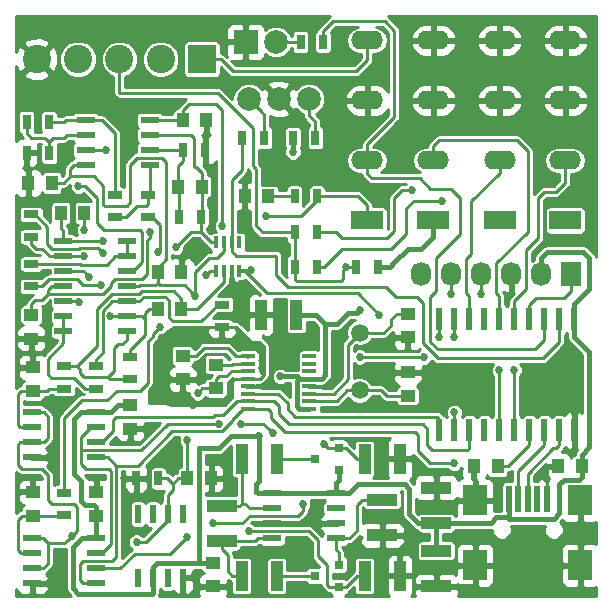
<source format=gtl>
G04 #@! TF.FileFunction,Copper,L1,Top,Signal*
%FSLAX46Y46*%
G04 Gerber Fmt 4.6, Leading zero omitted, Abs format (unit mm)*
G04 Created by KiCad (PCBNEW 4.0.5-e0-6337~49~ubuntu16.04.1) date Thu Jan 26 10:19:32 2017*
%MOMM*%
%LPD*%
G01*
G04 APERTURE LIST*
%ADD10C,0.100000*%
%ADD11R,1.000000X1.250000*%
%ADD12R,1.250000X1.000000*%
%ADD13R,1.300000X0.700000*%
%ADD14R,0.400000X1.000000*%
%ADD15R,1.500000X0.600000*%
%ADD16R,1.550000X0.600000*%
%ADD17R,0.700000X1.300000*%
%ADD18C,1.501140*%
%ADD19R,1.000000X2.500000*%
%ADD20R,2.500000X1.000000*%
%ADD21R,0.800100X0.800100*%
%ADD22R,2.000000X2.000000*%
%ADD23C,2.000000*%
%ADD24R,0.500380X2.301240*%
%ADD25R,1.998980X2.499360*%
%ADD26R,1.727200X2.032000*%
%ADD27O,1.727200X2.032000*%
%ADD28R,0.600000X1.950000*%
%ADD29R,0.600000X1.550000*%
%ADD30R,1.200000X0.400000*%
%ADD31C,2.400000*%
%ADD32R,2.400000X2.400000*%
%ADD33R,2.700000X1.600000*%
%ADD34O,2.700000X1.600000*%
%ADD35C,0.685800*%
%ADD36C,0.250000*%
%ADD37C,0.400000*%
%ADD38C,0.254000*%
G04 APERTURE END LIST*
D10*
D11*
X211734400Y-49149000D03*
X213734400Y-49149000D03*
X213487000Y-38785800D03*
X215487000Y-38785800D03*
X221116400Y-39624000D03*
X219116400Y-39624000D03*
D12*
X201168000Y-66643000D03*
X201168000Y-64643000D03*
D13*
X203809600Y-54000400D03*
X203809600Y-55900400D03*
D12*
X201168000Y-56102000D03*
X201168000Y-54102000D03*
D14*
X216703000Y-45904000D03*
X218003000Y-45904000D03*
X217353000Y-45904000D03*
X218653000Y-45904000D03*
X218003000Y-43504000D03*
X218653000Y-43504000D03*
X217353000Y-43504000D03*
X216703000Y-43504000D03*
D13*
X206527400Y-55900400D03*
X206527400Y-54000400D03*
D12*
X209423000Y-57277000D03*
X209423000Y-59277000D03*
D15*
X203769000Y-43434000D03*
X203769000Y-44704000D03*
X203769000Y-45974000D03*
X203769000Y-47244000D03*
X203769000Y-48514000D03*
X203769000Y-49784000D03*
X203769000Y-51054000D03*
X209169000Y-51054000D03*
X209169000Y-49784000D03*
X209169000Y-48514000D03*
X209169000Y-47244000D03*
X209169000Y-45974000D03*
X209169000Y-44704000D03*
X209169000Y-43434000D03*
D16*
X205656200Y-33154600D03*
X205656200Y-34424600D03*
X205656200Y-35694600D03*
X205656200Y-36964600D03*
X211056200Y-36964600D03*
X211056200Y-35694600D03*
X211056200Y-34424600D03*
X211056200Y-33154600D03*
D17*
X213517400Y-41325800D03*
X215417400Y-41325800D03*
D18*
X228854000Y-56034940D03*
X228854000Y-51153060D03*
D19*
X229259000Y-61849000D03*
X232259000Y-61849000D03*
X221845000Y-61849000D03*
X218845000Y-61849000D03*
D20*
X217170000Y-65810000D03*
X217170000Y-68810000D03*
X230759000Y-68302000D03*
X230759000Y-65302000D03*
D19*
X218845000Y-71755000D03*
X221845000Y-71755000D03*
X232259000Y-71755000D03*
X229259000Y-71755000D03*
D11*
X247634000Y-62484000D03*
X245634000Y-62484000D03*
X240522000Y-62484000D03*
X238522000Y-62484000D03*
D12*
X216408000Y-70628000D03*
X216408000Y-72628000D03*
D11*
X214265000Y-63500000D03*
X216265000Y-63500000D03*
D12*
X206527400Y-66649600D03*
X206527400Y-64649600D03*
D19*
X223496000Y-49657000D03*
X220496000Y-49657000D03*
D12*
X232918000Y-56499000D03*
X232918000Y-54499000D03*
X232918000Y-49546000D03*
X232918000Y-51546000D03*
X216662000Y-53864000D03*
X216662000Y-55864000D03*
X213868000Y-53102000D03*
X213868000Y-55102000D03*
X201041000Y-51657000D03*
X201041000Y-49657000D03*
D11*
X211734400Y-46024800D03*
X213734400Y-46024800D03*
X203530200Y-41021000D03*
X205530200Y-41021000D03*
X215874600Y-33172400D03*
X213874600Y-33172400D03*
X202787000Y-38481000D03*
X200787000Y-38481000D03*
D21*
X227060760Y-62799000D03*
X227060760Y-60899000D03*
X225061780Y-61849000D03*
X227060760Y-72705000D03*
X227060760Y-70805000D03*
X225061780Y-71755000D03*
D22*
X219202000Y-26543000D03*
D23*
X221742000Y-26543000D03*
X224536000Y-31369000D03*
X221996000Y-31369000D03*
X219456000Y-31369000D03*
D24*
X241477800Y-65257680D03*
X242277900Y-65257680D03*
X243078000Y-65257680D03*
X243878100Y-65257680D03*
X244678200Y-65257680D03*
D25*
X238627920Y-65356740D03*
X238627920Y-70855840D03*
X247528080Y-65356740D03*
X247528080Y-70855840D03*
D26*
X246761000Y-46228000D03*
D27*
X244221000Y-46228000D03*
X241681000Y-46228000D03*
X239141000Y-46228000D03*
X236601000Y-46228000D03*
X234061000Y-46228000D03*
D17*
X211810600Y-63500000D03*
X209910600Y-63500000D03*
D13*
X203835000Y-64693800D03*
X203835000Y-66593800D03*
D17*
X225232000Y-39624000D03*
X223332000Y-39624000D03*
D13*
X201041000Y-43048000D03*
X201041000Y-41148000D03*
X217170000Y-48770500D03*
X217170000Y-50670500D03*
X201041000Y-47239000D03*
X201041000Y-45339000D03*
X209423000Y-55113000D03*
X209423000Y-53213000D03*
D17*
X228539000Y-45593000D03*
X230439000Y-45593000D03*
X223332000Y-42672000D03*
X225232000Y-42672000D03*
X223332000Y-45593000D03*
X225232000Y-45593000D03*
X200639600Y-33324800D03*
X202539600Y-33324800D03*
X202560000Y-35941000D03*
X200660000Y-35941000D03*
D13*
X210947000Y-41402000D03*
X210947000Y-39502000D03*
X208153000Y-39497000D03*
X208153000Y-41397000D03*
D17*
X213893400Y-35712400D03*
X215793400Y-35712400D03*
X223840000Y-26543000D03*
X225740000Y-26543000D03*
X225105000Y-34671000D03*
X223205000Y-34671000D03*
X220787000Y-34671000D03*
X218887000Y-34671000D03*
D16*
X221455000Y-64770000D03*
X221455000Y-66040000D03*
X221455000Y-67310000D03*
X221455000Y-68580000D03*
X226855000Y-68580000D03*
X226855000Y-67310000D03*
X226855000Y-66040000D03*
X226855000Y-64770000D03*
D28*
X247015000Y-50037000D03*
X245745000Y-50037000D03*
X244475000Y-50037000D03*
X243205000Y-50037000D03*
X241935000Y-50037000D03*
X240665000Y-50037000D03*
X239395000Y-50037000D03*
X238125000Y-50037000D03*
X236855000Y-50037000D03*
X235585000Y-50037000D03*
X235585000Y-59437000D03*
X236855000Y-59437000D03*
X238125000Y-59437000D03*
X239395000Y-59437000D03*
X240665000Y-59437000D03*
X241935000Y-59437000D03*
X243205000Y-59437000D03*
X244475000Y-59437000D03*
X245745000Y-59437000D03*
X247015000Y-59437000D03*
D29*
X210058000Y-71915000D03*
X211328000Y-71915000D03*
X212598000Y-71915000D03*
X213868000Y-71915000D03*
X213868000Y-66515000D03*
X212598000Y-66515000D03*
X211328000Y-66515000D03*
X210058000Y-66515000D03*
D16*
X201142600Y-57912000D03*
X201142600Y-59182000D03*
X201142600Y-60452000D03*
X201142600Y-61722000D03*
X206542600Y-61722000D03*
X206542600Y-60452000D03*
X206542600Y-59182000D03*
X206542600Y-57912000D03*
X201135000Y-68580000D03*
X201135000Y-69850000D03*
X201135000Y-71120000D03*
X201135000Y-72390000D03*
X206535000Y-72390000D03*
X206535000Y-71120000D03*
X206535000Y-69850000D03*
X206535000Y-68580000D03*
D30*
X224596000Y-57594500D03*
X224596000Y-56959500D03*
X224596000Y-56324500D03*
X224596000Y-55689500D03*
X224596000Y-55054500D03*
X224596000Y-54419500D03*
X224596000Y-53784500D03*
X224596000Y-53149500D03*
X219396000Y-53149500D03*
X219396000Y-53784500D03*
X219396000Y-54419500D03*
X219396000Y-55054500D03*
X219396000Y-55689500D03*
X219396000Y-56324500D03*
X219396000Y-56959500D03*
X219396000Y-57594500D03*
D20*
X235331000Y-67286000D03*
X235331000Y-64286000D03*
X235331000Y-69620000D03*
X235331000Y-72620000D03*
D31*
X212000000Y-28000000D03*
D32*
X215500000Y-28000000D03*
D31*
X208500000Y-28000000D03*
X205000000Y-28000000D03*
X201500000Y-28000000D03*
D33*
X229489000Y-41656000D03*
D34*
X229489000Y-36576000D03*
X229489000Y-31496000D03*
X229489000Y-26416000D03*
D33*
X235077000Y-41656000D03*
D34*
X235077000Y-36576000D03*
X235077000Y-31496000D03*
X235077000Y-26416000D03*
D33*
X246253000Y-41656000D03*
D34*
X246253000Y-36576000D03*
X246253000Y-31496000D03*
X246253000Y-26416000D03*
D33*
X240690400Y-41656000D03*
D34*
X240690400Y-36576000D03*
X240690400Y-31496000D03*
X240690400Y-26416000D03*
D35*
X211124804Y-42595800D03*
X219608400Y-45821600D03*
X217220800Y-42138600D03*
X230505000Y-49657000D03*
X225806000Y-60579000D03*
X214426800Y-44577000D03*
X218516200Y-47167800D03*
X208915321Y-63500000D03*
X215798400Y-34391600D03*
X219125800Y-40868600D03*
X200660000Y-37185600D03*
X201091800Y-52882800D03*
X209423000Y-60429089D03*
X202514200Y-61722000D03*
X206527400Y-63525392D03*
X201168000Y-63525396D03*
X235331004Y-63195200D03*
X233349794Y-61849000D03*
X232257600Y-69900798D03*
X240436400Y-65354200D03*
X222656400Y-55689500D03*
X226822000Y-53594000D03*
X231648000Y-54483000D03*
X231648000Y-51562000D03*
X202565000Y-72390000D03*
X235331000Y-71501000D03*
X247015000Y-57886600D03*
X244678200Y-63576200D03*
X230759000Y-67208400D03*
X225171000Y-66344800D03*
X217474800Y-63500000D03*
X214934800Y-71628000D03*
X221996000Y-49657000D03*
X214909402Y-48031400D03*
X219456000Y-67945000D03*
X223202500Y-35877500D03*
X228854000Y-49276000D03*
X220345000Y-59944000D03*
X222123000Y-54864000D03*
X211803090Y-44325195D03*
X212394800Y-52197000D03*
X214757000Y-57277000D03*
X214249000Y-60274200D03*
X209962342Y-68863724D03*
X204472657Y-68339508D03*
X233299000Y-39116000D03*
X235839000Y-40005000D03*
X205028806Y-38760400D03*
X207365600Y-35687000D03*
X227711000Y-45593000D03*
X205116841Y-48546910D03*
X241935000Y-54356000D03*
X239141000Y-47879000D03*
X240665000Y-54356000D03*
X236601000Y-47879000D03*
X213283802Y-43942000D03*
X211962996Y-50647600D03*
X215823800Y-46253398D03*
X207111600Y-44424600D03*
X214223600Y-68453000D03*
X216408000Y-67310000D03*
X224028000Y-65659000D03*
X236855000Y-51562000D03*
X218770200Y-58851800D03*
X216916000Y-58851800D03*
X235585000Y-51562000D03*
X234315000Y-53213000D03*
X228854000Y-53213000D03*
X221488000Y-59690000D03*
X236855000Y-57912000D03*
X236855000Y-62230000D03*
X205917800Y-46405800D03*
X215138000Y-56261000D03*
X207155078Y-43401090D03*
X220929200Y-41249600D03*
X205536800Y-44704000D03*
X205536800Y-42468800D03*
X206958864Y-47112567D03*
X207747746Y-49784000D03*
D36*
X203769000Y-47244000D02*
X202768200Y-47244000D01*
X202768200Y-47244000D02*
X202463400Y-47548800D01*
X202463400Y-47548800D02*
X202463400Y-47879000D01*
X211124804Y-42595800D02*
X211124804Y-43080733D01*
X211124804Y-43080733D02*
X210838211Y-43367326D01*
X210838211Y-43367326D02*
X210838211Y-46158989D01*
X208168998Y-46609000D02*
X207822800Y-46955198D01*
X210838211Y-46158989D02*
X210388200Y-46609000D01*
X210388200Y-46609000D02*
X208168998Y-46609000D01*
X207822800Y-46955198D02*
X207822800Y-47193200D01*
X207822800Y-47193200D02*
X207137000Y-47879000D01*
X207137000Y-47879000D02*
X202463400Y-47879000D01*
X202463400Y-47879000D02*
X201930000Y-48412400D01*
X201930000Y-48412400D02*
X201396600Y-48412400D01*
X201396600Y-48412400D02*
X201041000Y-48768000D01*
X201041000Y-48768000D02*
X201041000Y-49657000D01*
X219103000Y-45904000D02*
X218653000Y-45904000D01*
X228676200Y-47828200D02*
X221027200Y-47828200D01*
X230505000Y-49657000D02*
X228676200Y-47828200D01*
X221027200Y-47828200D02*
X219103000Y-45904000D01*
X213874600Y-33172400D02*
X213874600Y-32297400D01*
X213874600Y-32297400D02*
X214396600Y-31775400D01*
X214396600Y-31775400D02*
X216712800Y-31775400D01*
X216712800Y-31775400D02*
X217220800Y-32283400D01*
X217220800Y-32283400D02*
X217220800Y-42138600D01*
X219608400Y-45821600D02*
X218735400Y-45821600D01*
X218735400Y-45821600D02*
X218653000Y-45904000D01*
X211056200Y-33154600D02*
X213856800Y-33154600D01*
X213856800Y-33154600D02*
X213874600Y-33172400D01*
X227060760Y-60899000D02*
X226126000Y-60899000D01*
X226126000Y-60899000D02*
X225806000Y-60579000D01*
X227060760Y-60899000D02*
X227650000Y-60899000D01*
X228600000Y-61849000D02*
X229259000Y-61849000D01*
X227650000Y-60899000D02*
X228600000Y-61849000D01*
X214307200Y-44577000D02*
X214426800Y-44577000D01*
X213734400Y-45149800D02*
X214307200Y-44577000D01*
X213734400Y-46024800D02*
X213734400Y-45149800D01*
X218003000Y-45904000D02*
X218003000Y-46654600D01*
X218003000Y-46654600D02*
X218516200Y-47167800D01*
X209423000Y-60429089D02*
X209423000Y-59277000D01*
X208915321Y-63500000D02*
X209910600Y-63500000D01*
X215793400Y-35712400D02*
X215793400Y-34396600D01*
X215793400Y-34396600D02*
X215798400Y-34391600D01*
X215874600Y-33172400D02*
X215874600Y-34315400D01*
X215874600Y-34315400D02*
X215798400Y-34391600D01*
X219116400Y-39624000D02*
X219116400Y-40859200D01*
X219116400Y-40859200D02*
X219125800Y-40868600D01*
X200787000Y-38481000D02*
X200787000Y-37312600D01*
X200787000Y-37312600D02*
X200660000Y-37185600D01*
X200660000Y-35941000D02*
X200660000Y-37185600D01*
X220496000Y-49657000D02*
X221996000Y-49657000D01*
X201168000Y-52959000D02*
X201091800Y-52882800D01*
X201168000Y-54102000D02*
X201168000Y-52959000D01*
X201041000Y-51657000D02*
X201041000Y-52832000D01*
X201041000Y-52832000D02*
X201091800Y-52882800D01*
X201142600Y-61722000D02*
X202514200Y-61722000D01*
X206527400Y-64649600D02*
X206527400Y-63525392D01*
X201168000Y-63525406D02*
X201168000Y-63525396D01*
X201168000Y-64643000D02*
X201168000Y-63525406D01*
X235331000Y-63195204D02*
X235331004Y-63195200D01*
X235331000Y-64286000D02*
X235331000Y-63195204D01*
X232259000Y-61849000D02*
X233349794Y-61849000D01*
X232259000Y-71755000D02*
X232259000Y-69902198D01*
X232259000Y-69902198D02*
X232257600Y-69900798D01*
X238627920Y-65356740D02*
X240433860Y-65356740D01*
X240433860Y-65356740D02*
X240436400Y-65354200D01*
X238633000Y-65659000D02*
X239268000Y-65024000D01*
X219396000Y-55689500D02*
X222656400Y-55689500D01*
X224596000Y-55689500D02*
X226123500Y-55689500D01*
X226822000Y-54991000D02*
X226822000Y-53594000D01*
X226123500Y-55689500D02*
X226822000Y-54991000D01*
X232918000Y-54499000D02*
X231664000Y-54499000D01*
X231664000Y-54499000D02*
X231648000Y-54483000D01*
X232918000Y-51546000D02*
X231664000Y-51546000D01*
X231664000Y-51546000D02*
X231648000Y-51562000D01*
X201135000Y-72390000D02*
X202565000Y-72390000D01*
X235331000Y-72620000D02*
X235331000Y-71501000D01*
D37*
X235331000Y-72620000D02*
X238403000Y-72620000D01*
X238403000Y-72620000D02*
X238627920Y-72395080D01*
X238627920Y-72395080D02*
X238627920Y-70855840D01*
D36*
X247015000Y-59437000D02*
X247015000Y-57886600D01*
X245634000Y-62484000D02*
X244983000Y-62484000D01*
X244983000Y-62484000D02*
X244678200Y-62788800D01*
X244678200Y-62788800D02*
X244678200Y-63576200D01*
X244678200Y-63576200D02*
X244678200Y-65257680D01*
X230759000Y-68302000D02*
X230759000Y-67208400D01*
X225171000Y-67310000D02*
X225171000Y-66344800D01*
X221455000Y-67310000D02*
X225171000Y-67310000D01*
X225171000Y-67310000D02*
X226855000Y-67310000D01*
X216265000Y-63500000D02*
X217474800Y-63500000D01*
X214503000Y-71915000D02*
X214647800Y-71915000D01*
X214647800Y-71915000D02*
X214934800Y-71628000D01*
X213868000Y-71915000D02*
X214503000Y-71915000D01*
X214503000Y-71915000D02*
X214536000Y-71915000D01*
X215249000Y-72628000D02*
X216408000Y-72628000D01*
X214536000Y-71915000D02*
X215249000Y-72628000D01*
X218845000Y-61849000D02*
X218845000Y-65254000D01*
X218845000Y-65254000D02*
X218845000Y-65635000D01*
X221455000Y-66040000D02*
X219583000Y-66040000D01*
X219178000Y-65635000D02*
X218845000Y-65635000D01*
X219583000Y-66040000D02*
X219178000Y-65635000D01*
X218670000Y-65810000D02*
X217170000Y-65810000D01*
X218845000Y-65635000D02*
X218670000Y-65810000D01*
X221455000Y-68580000D02*
X220218000Y-68580000D01*
X219988000Y-68810000D02*
X217170000Y-68810000D01*
X220218000Y-68580000D02*
X219988000Y-68810000D01*
X217170000Y-68810000D02*
X217170000Y-69469000D01*
X218059000Y-71755000D02*
X218845000Y-71755000D01*
X217678000Y-71374000D02*
X218059000Y-71755000D01*
X217678000Y-69977000D02*
X217678000Y-71374000D01*
X217170000Y-69469000D02*
X217678000Y-69977000D01*
X226855000Y-68580000D02*
X226855000Y-69517240D01*
X227060760Y-69723000D02*
X227060760Y-70805000D01*
X226855000Y-69517240D02*
X227060760Y-69723000D01*
X230759000Y-65302000D02*
X229084000Y-65302000D01*
X227965000Y-68580000D02*
X226855000Y-68580000D01*
X228600000Y-67945000D02*
X227965000Y-68580000D01*
X228600000Y-65786000D02*
X228600000Y-67945000D01*
X229084000Y-65302000D02*
X228600000Y-65786000D01*
X211734400Y-46024800D02*
X211734400Y-45643800D01*
X211734400Y-45643800D02*
X212484400Y-44893800D01*
X212484400Y-44893800D02*
X212484400Y-36716400D01*
X207238600Y-40411400D02*
X207111600Y-40284400D01*
X212484400Y-36716400D02*
X212115400Y-36347400D01*
X212115400Y-36347400D02*
X212099002Y-36347400D01*
X209423000Y-40098402D02*
X209110002Y-40411400D01*
X212099002Y-36347400D02*
X212091201Y-36339599D01*
X206333200Y-37931200D02*
X204334000Y-37931200D01*
X212091201Y-36339599D02*
X210021199Y-36339599D01*
X210021199Y-36339599D02*
X209423000Y-36937798D01*
X209423000Y-36937798D02*
X209423000Y-40098402D01*
X207111600Y-40284400D02*
X207111600Y-38709600D01*
X209110002Y-40411400D02*
X207238600Y-40411400D01*
X207111600Y-38709600D02*
X206333200Y-37931200D01*
X214909402Y-45999398D02*
X214909402Y-47546467D01*
X211924901Y-47155101D02*
X214033103Y-47155101D01*
X216077800Y-44831000D02*
X214909402Y-45999398D01*
X217353000Y-44254000D02*
X216776000Y-44831000D01*
X211734400Y-46964600D02*
X211924901Y-47155101D01*
X217353000Y-43504000D02*
X217353000Y-44254000D01*
X214033103Y-47155101D02*
X214566503Y-47688501D01*
X214909402Y-47546467D02*
X214909402Y-48031400D01*
X214566503Y-47688501D02*
X214909402Y-48031400D01*
X216776000Y-44831000D02*
X216077800Y-44831000D01*
X210169000Y-47244000D02*
X210256222Y-47156778D01*
X209169000Y-47244000D02*
X210169000Y-47244000D01*
X211542222Y-47156778D02*
X211734400Y-46964600D01*
X210256222Y-47156778D02*
X211542222Y-47156778D01*
X204334000Y-37931200D02*
X203784200Y-38481000D01*
X203784200Y-38481000D02*
X202787000Y-38481000D01*
X204334000Y-37261800D02*
X204334000Y-37931200D01*
X205656200Y-36964600D02*
X204631200Y-36964600D01*
X204631200Y-36964600D02*
X204334000Y-37261800D01*
X211734400Y-46964600D02*
X211734400Y-46024800D01*
X226248000Y-72705000D02*
X227060760Y-72705000D01*
X226060000Y-72517000D02*
X226248000Y-72705000D01*
X226060000Y-70866000D02*
X226060000Y-72517000D01*
X225298000Y-70104000D02*
X226060000Y-70866000D01*
X225298000Y-68707000D02*
X225298000Y-70104000D01*
X224536000Y-67945000D02*
X225298000Y-68707000D01*
X219456000Y-67945000D02*
X224536000Y-67945000D01*
X227060760Y-72705000D02*
X227650000Y-72705000D01*
X228600000Y-71755000D02*
X229259000Y-71755000D01*
X227650000Y-72705000D02*
X228600000Y-71755000D01*
D37*
X211328000Y-71915000D02*
X211328000Y-71018400D01*
X211328000Y-71018400D02*
X211718400Y-70628000D01*
X211718400Y-70628000D02*
X215011000Y-70628000D01*
X215011000Y-70628000D02*
X215265000Y-70628000D01*
X211328000Y-71915000D02*
X211328000Y-73177400D01*
X205028800Y-73253600D02*
X204571600Y-72796400D01*
X211328000Y-73177400D02*
X211251800Y-73253600D01*
X211251800Y-73253600D02*
X205028800Y-73253600D01*
X204571600Y-72796400D02*
X204571600Y-69342000D01*
X204571600Y-69342000D02*
X205333600Y-68580000D01*
X205333600Y-68580000D02*
X206535000Y-68580000D01*
X206527400Y-66649600D02*
X206527400Y-65899600D01*
X206527400Y-65899600D02*
X206337600Y-65709800D01*
X205613000Y-65709800D02*
X205282800Y-65379600D01*
X206337600Y-65709800D02*
X205613000Y-65709800D01*
X205282800Y-65379600D02*
X205282800Y-63677800D01*
X205282800Y-63677800D02*
X204698600Y-63093600D01*
X204698600Y-63093600D02*
X204698600Y-58496200D01*
X205282800Y-57912000D02*
X206542600Y-57912000D01*
X204698600Y-58496200D02*
X205282800Y-57912000D01*
X220345000Y-59944000D02*
X217932000Y-59944000D01*
X217932000Y-59944000D02*
X216916000Y-60960000D01*
X216916000Y-60960000D02*
X215265000Y-60960000D01*
X215265000Y-60960000D02*
X215265000Y-70628000D01*
X206542600Y-57912000D02*
X207772000Y-57912000D01*
X207772000Y-57912000D02*
X208407000Y-57277000D01*
X208407000Y-57277000D02*
X209423000Y-57277000D01*
X206535000Y-68580000D02*
X206535000Y-66657200D01*
D36*
X206535000Y-66657200D02*
X206527400Y-66649600D01*
D37*
X241477800Y-66802000D02*
X241477800Y-66852800D01*
X241477800Y-66852800D02*
X241528600Y-66903600D01*
X241528600Y-66903600D02*
X245262400Y-66903600D01*
X247634000Y-63389000D02*
X247634000Y-62484000D01*
X245262400Y-66903600D02*
X245745000Y-66421000D01*
X245745000Y-66421000D02*
X245745000Y-64008000D01*
X245745000Y-64008000D02*
X246126000Y-63627000D01*
X246126000Y-63627000D02*
X247396000Y-63627000D01*
X247396000Y-63627000D02*
X247634000Y-63389000D01*
X225933000Y-50419000D02*
X226949000Y-50419000D01*
X223205000Y-35875000D02*
X223205000Y-34671000D01*
D36*
X223202500Y-35877500D02*
X223205000Y-35875000D01*
D37*
X228600000Y-49530000D02*
X228854000Y-49276000D01*
X227838000Y-49530000D02*
X228600000Y-49530000D01*
X226949000Y-50419000D02*
X227838000Y-49530000D01*
X221455000Y-64770000D02*
X226855000Y-64770000D01*
X223774000Y-55054500D02*
X223710500Y-55054500D01*
X223710500Y-55054500D02*
X223520000Y-54864000D01*
X223520000Y-54864000D02*
X222123000Y-54864000D01*
X215265000Y-70628000D02*
X215265000Y-70612000D01*
X215265000Y-70612000D02*
X215265000Y-70628000D01*
X221455000Y-64770000D02*
X220218000Y-64770000D01*
X220218000Y-64770000D02*
X220091000Y-64643000D01*
X220091000Y-64643000D02*
X220091000Y-64008000D01*
X220091000Y-64008000D02*
X220345000Y-63754000D01*
X220345000Y-63754000D02*
X220345000Y-59944000D01*
X220345000Y-59944000D02*
X220345000Y-59944000D01*
X224596000Y-57594500D02*
X223710500Y-57594500D01*
X223774000Y-55054500D02*
X224596000Y-55054500D01*
X223520000Y-55245000D02*
X223710500Y-55054500D01*
X223520000Y-57404000D02*
X223520000Y-55245000D01*
X223710500Y-57594500D02*
X223520000Y-57404000D01*
X223496000Y-49657000D02*
X225171000Y-49657000D01*
X225615500Y-55054500D02*
X224596000Y-55054500D01*
X225933000Y-54737000D02*
X225615500Y-55054500D01*
X225933000Y-50419000D02*
X225933000Y-54737000D01*
X225171000Y-49657000D02*
X225933000Y-50419000D01*
X235331000Y-67286000D02*
X239927000Y-67286000D01*
X240411000Y-66802000D02*
X241477800Y-66802000D01*
X239927000Y-67286000D02*
X240411000Y-66802000D01*
X247015000Y-50037000D02*
X247015000Y-51562000D01*
X247634000Y-61484000D02*
X247634000Y-62484000D01*
X248285000Y-60833000D02*
X247634000Y-61484000D01*
X248285000Y-52832000D02*
X248285000Y-60833000D01*
X247015000Y-51562000D02*
X248285000Y-52832000D01*
X241477800Y-65257680D02*
X241477800Y-66802000D01*
X244221000Y-46228000D02*
X244221000Y-44831000D01*
X247015000Y-48768000D02*
X247015000Y-50037000D01*
X248285000Y-47498000D02*
X247015000Y-48768000D01*
X248285000Y-44831000D02*
X248285000Y-47498000D01*
X247777000Y-44323000D02*
X248285000Y-44831000D01*
X244729000Y-44323000D02*
X247777000Y-44323000D01*
X244221000Y-44831000D02*
X244729000Y-44323000D01*
X226855000Y-64770000D02*
X227965000Y-64770000D01*
X227965000Y-64770000D02*
X228727000Y-64008000D01*
X228727000Y-64008000D02*
X232664000Y-64008000D01*
X232664000Y-64008000D02*
X233045000Y-64389000D01*
X233045000Y-64389000D02*
X233045000Y-66548000D01*
X233045000Y-66548000D02*
X233783000Y-67286000D01*
X233783000Y-67286000D02*
X235331000Y-67286000D01*
X227060760Y-62799000D02*
X227060760Y-63642240D01*
X227060760Y-63642240D02*
X226855000Y-63848000D01*
X226855000Y-63848000D02*
X226855000Y-64770000D01*
X215265000Y-70628000D02*
X216408000Y-70628000D01*
X235331000Y-67286000D02*
X235331000Y-69620000D01*
X235331000Y-69620000D02*
X235637200Y-69926200D01*
D36*
X201142600Y-60452000D02*
X200126600Y-60452000D01*
X204906490Y-67905675D02*
X204815556Y-67996609D01*
X200126600Y-60452000D02*
X199923400Y-60655200D01*
X199923400Y-62382400D02*
X200228200Y-62687200D01*
X199923400Y-60655200D02*
X199923400Y-62382400D01*
X200228200Y-62687200D02*
X201930000Y-62687200D01*
X201930000Y-62687200D02*
X202463400Y-63220600D01*
X202463400Y-63220600D02*
X202463400Y-65328800D01*
X202463400Y-65328800D02*
X202793600Y-65659000D01*
X202793600Y-65659000D02*
X204673200Y-65659000D01*
X204673200Y-65659000D02*
X204906490Y-65892290D01*
X204815556Y-67996609D02*
X204472657Y-68339508D01*
X204906490Y-65892290D02*
X204906490Y-67905675D01*
X210947000Y-41402000D02*
X211247000Y-41402000D01*
X211247000Y-41402000D02*
X211900257Y-42055257D01*
X211900257Y-42055257D02*
X211900257Y-44233343D01*
X211808405Y-44325195D02*
X211803090Y-44325195D01*
X211900257Y-44233343D02*
X211808405Y-44325195D01*
X214265000Y-63500000D02*
X214265000Y-60290200D01*
X214265000Y-60290200D02*
X214249000Y-60274200D01*
X212598000Y-66515000D02*
X212598000Y-66990000D01*
X210447275Y-68863724D02*
X209962342Y-68863724D01*
X210724276Y-68863724D02*
X210447275Y-68863724D01*
X212598000Y-66990000D02*
X210724276Y-68863724D01*
X204129758Y-68682407D02*
X204472657Y-68339508D01*
X203851165Y-68961000D02*
X204129758Y-68682407D01*
X202438000Y-68961000D02*
X203851165Y-68961000D01*
X211810600Y-63500000D02*
X212572600Y-63500000D01*
X212572600Y-63500000D02*
X213004400Y-63931800D01*
X214265000Y-63500000D02*
X213436200Y-63500000D01*
X213436200Y-63500000D02*
X213004400Y-63931800D01*
X213004400Y-63931800D02*
X213004400Y-64033400D01*
X213004400Y-64490600D02*
X213004400Y-64033400D01*
X212598000Y-66515000D02*
X212598000Y-64897000D01*
X212598000Y-64897000D02*
X213004400Y-64490600D01*
X201142600Y-60452000D02*
X202082400Y-60452000D01*
X202082400Y-57912000D02*
X201142600Y-57912000D01*
X202082400Y-60452000D02*
X202438000Y-60096400D01*
X202438000Y-60096400D02*
X202438000Y-58267600D01*
X202438000Y-58267600D02*
X202082400Y-57912000D01*
X213868000Y-55102000D02*
X212963000Y-55102000D01*
X212963000Y-55102000D02*
X212369400Y-54508400D01*
X213868334Y-50672666D02*
X217170000Y-50670500D01*
X212369400Y-54508400D02*
X212369400Y-52171600D01*
X212369400Y-52171600D02*
X213868334Y-50672666D01*
X217170000Y-50670500D02*
X218313131Y-50672869D01*
X218313131Y-50672869D02*
X218376500Y-50673000D01*
X220408500Y-55054500D02*
X219396000Y-55054500D01*
X220726000Y-54737000D02*
X220408500Y-55054500D01*
X220726000Y-52324000D02*
X220726000Y-54737000D01*
X220345000Y-51943000D02*
X220726000Y-52324000D01*
X219646500Y-51943000D02*
X220345000Y-51943000D01*
X218948000Y-51244500D02*
X219646500Y-51943000D01*
X218948000Y-51244500D02*
X218948000Y-51244500D01*
X218376500Y-50673000D02*
X218948000Y-51244500D01*
X219396000Y-55054500D02*
X218249500Y-55054500D01*
X214757000Y-57277000D02*
X213868000Y-56388000D01*
X217424000Y-57277000D02*
X214757000Y-57277000D01*
X218059000Y-56642000D02*
X217424000Y-57277000D01*
X218059000Y-55245000D02*
X218059000Y-56642000D01*
X218249500Y-55054500D02*
X218059000Y-55245000D01*
X213868000Y-56388000D02*
X213868000Y-55102000D01*
X201135000Y-71120000D02*
X202057000Y-71120000D01*
X202057000Y-71120000D02*
X202438000Y-70739000D01*
X202438000Y-70739000D02*
X202438000Y-68961000D01*
X202438000Y-68961000D02*
X202057000Y-68580000D01*
X202057000Y-68580000D02*
X201135000Y-68580000D01*
X228854000Y-56034940D02*
X230659940Y-56034940D01*
X231124000Y-56499000D02*
X232918000Y-56499000D01*
X230659940Y-56034940D02*
X231124000Y-56499000D01*
X224596000Y-56959500D02*
X226885500Y-56959500D01*
X227810060Y-56034940D02*
X228854000Y-56034940D01*
X226885500Y-56959500D02*
X227810060Y-56034940D01*
X219396000Y-53149500D02*
X218376500Y-53149500D01*
X214995000Y-53102000D02*
X215646000Y-52451000D01*
X215646000Y-52451000D02*
X217678000Y-52451000D01*
X217678000Y-52451000D02*
X218376500Y-53149500D01*
X214995000Y-53102000D02*
X213868000Y-53102000D01*
X219332500Y-53213000D02*
X219396000Y-53149500D01*
X221742000Y-26543000D02*
X223840000Y-26543000D01*
X224536000Y-31369000D02*
X224536000Y-32766000D01*
X225105000Y-33335000D02*
X225105000Y-34671000D01*
X224536000Y-32766000D02*
X225105000Y-33335000D01*
X220455999Y-32368999D02*
X219456000Y-31369000D01*
X220787000Y-32700000D02*
X220455999Y-32368999D01*
X220787000Y-34671000D02*
X220787000Y-32700000D01*
X225740000Y-26543000D02*
X225740000Y-25643000D01*
X225740000Y-25643000D02*
X226618000Y-24765000D01*
X226618000Y-24765000D02*
X230962200Y-24765000D01*
X231775000Y-25577800D02*
X231775000Y-32915000D01*
X230962200Y-24765000D02*
X231775000Y-25577800D01*
X231775000Y-32915000D02*
X229500000Y-35190000D01*
X229500000Y-35190000D02*
X229489000Y-36576000D01*
X229489000Y-36576000D02*
X229489000Y-37719000D01*
X229870000Y-38100000D02*
X233934000Y-38100000D01*
X234823000Y-38989000D02*
X236601000Y-38989000D01*
X229489000Y-37719000D02*
X229870000Y-38100000D01*
X233934000Y-38100000D02*
X234823000Y-38989000D01*
X236601000Y-38989000D02*
X237363000Y-39751000D01*
X237363000Y-39751000D02*
X237363000Y-42799000D01*
X235331000Y-44831000D02*
X235331000Y-47625000D01*
X237363000Y-42799000D02*
X235331000Y-44831000D01*
X235331000Y-47625000D02*
X234823000Y-48133000D01*
X234823000Y-48133000D02*
X234823000Y-51943000D01*
X234823000Y-51943000D02*
X235458000Y-52578000D01*
X243713000Y-52578000D02*
X244475000Y-51816000D01*
X244475000Y-51816000D02*
X244475000Y-50037000D01*
X235458000Y-52578000D02*
X243713000Y-52578000D01*
X215500000Y-28000000D02*
X217103000Y-28000000D01*
X218135200Y-29032200D02*
X228549200Y-29032200D01*
X217103000Y-28000000D02*
X218135200Y-29032200D01*
X228549200Y-29032200D02*
X229489000Y-28092400D01*
X229489000Y-28092400D02*
X229489000Y-26416000D01*
D37*
X231394000Y-45593000D02*
X230439000Y-45593000D01*
X231775000Y-45212000D02*
X231394000Y-45593000D01*
D36*
X231775000Y-45212000D02*
X231775000Y-45212000D01*
D37*
X232918000Y-44069000D02*
X231775000Y-45212000D01*
X234061000Y-44069000D02*
X232918000Y-44069000D01*
X235077000Y-43053000D02*
X234061000Y-44069000D01*
X235077000Y-41656000D02*
X235077000Y-43053000D01*
D36*
X240665000Y-50037000D02*
X240665000Y-48056800D01*
X240665000Y-48056800D02*
X240411000Y-47802800D01*
X240411000Y-47802800D02*
X240411000Y-45288200D01*
X240411000Y-45288200D02*
X243078000Y-42621200D01*
X243078000Y-42621200D02*
X243078000Y-35788600D01*
X243078000Y-35788600D02*
X242163600Y-34874200D01*
X242163600Y-34874200D02*
X235585000Y-34874200D01*
X235585000Y-34874200D02*
X235077000Y-35382200D01*
X235077000Y-35382200D02*
X235077000Y-36576000D01*
X225232000Y-42672000D02*
X226822000Y-42672000D01*
X232410000Y-39116000D02*
X233299000Y-39116000D01*
X231775000Y-39751000D02*
X232410000Y-39116000D01*
X231775000Y-42545000D02*
X231775000Y-39751000D01*
X231140000Y-43180000D02*
X231775000Y-42545000D01*
X227330000Y-43180000D02*
X231140000Y-43180000D01*
X226822000Y-42672000D02*
X227330000Y-43180000D01*
X246253000Y-36576000D02*
X246253000Y-38481000D01*
X246253000Y-38481000D02*
X245491000Y-39243000D01*
X243967000Y-43180000D02*
X242951000Y-44196000D01*
X245491000Y-39243000D02*
X244475000Y-39243000D01*
X244475000Y-39243000D02*
X243967000Y-39751000D01*
X243967000Y-39751000D02*
X243967000Y-43180000D01*
X242951000Y-44196000D02*
X242951000Y-47498000D01*
X242951000Y-47498000D02*
X241935000Y-48514000D01*
X241935000Y-48514000D02*
X241935000Y-50037000D01*
X233426000Y-40005000D02*
X235839000Y-40005000D01*
X232791000Y-40640000D02*
X233426000Y-40005000D01*
X232791000Y-42799000D02*
X232791000Y-40640000D01*
X231521000Y-44069000D02*
X232791000Y-42799000D01*
X227330000Y-44069000D02*
X231521000Y-44069000D01*
X225806000Y-45593000D02*
X227330000Y-44069000D01*
X225232000Y-45593000D02*
X225806000Y-45593000D01*
X238125000Y-50037000D02*
X238125000Y-48031400D01*
X240690400Y-37626000D02*
X240690400Y-36576000D01*
X238125000Y-48031400D02*
X237871000Y-47777400D01*
X237871000Y-44932600D02*
X238277400Y-44526200D01*
X237871000Y-47777400D02*
X237871000Y-44932600D01*
X238277400Y-44526200D02*
X238277400Y-40039000D01*
X238277400Y-40039000D02*
X240690400Y-37626000D01*
X238125000Y-50037000D02*
X238125000Y-50037000D01*
X242277900Y-65257680D02*
X242277900Y-62903100D01*
X244475000Y-60706000D02*
X244475000Y-59437000D01*
X242277900Y-62903100D02*
X244475000Y-60706000D01*
X245745000Y-59437000D02*
X245745000Y-60706000D01*
X243078000Y-63119000D02*
X243078000Y-65257680D01*
X245237000Y-60960000D02*
X243078000Y-63119000D01*
X245491000Y-60960000D02*
X245237000Y-60960000D01*
X245745000Y-60706000D02*
X245491000Y-60960000D01*
X206603600Y-39776400D02*
X205587600Y-38760400D01*
X210388200Y-45204800D02*
X210388200Y-42621200D01*
X209169000Y-45974000D02*
X209619000Y-45974000D01*
X209619000Y-45974000D02*
X210388200Y-45204800D01*
X210235800Y-42468800D02*
X207213200Y-42468800D01*
X210388200Y-42621200D02*
X210235800Y-42468800D01*
X207213200Y-42468800D02*
X206603600Y-41859200D01*
X206603600Y-41859200D02*
X206603600Y-39776400D01*
X205587600Y-38760400D02*
X205513739Y-38760400D01*
X205513739Y-38760400D02*
X205028806Y-38760400D01*
X207358000Y-35694600D02*
X207365600Y-35687000D01*
X205656200Y-35694600D02*
X207358000Y-35694600D01*
X220091000Y-37338000D02*
X220091000Y-42138600D01*
X219837000Y-37084000D02*
X220091000Y-37338000D01*
X216841210Y-30861000D02*
X219837000Y-33856790D01*
X220624400Y-42672000D02*
X222732000Y-42672000D01*
X220091000Y-42138600D02*
X220624400Y-42672000D01*
X219837000Y-33856790D02*
X219837000Y-37084000D01*
X208534000Y-30861000D02*
X216841210Y-30861000D01*
X222732000Y-42672000D02*
X223332000Y-42672000D01*
X228539000Y-45593000D02*
X227711000Y-45593000D01*
X227711000Y-45593000D02*
X227431600Y-45872400D01*
X223494600Y-46786800D02*
X223332000Y-46624200D01*
X227431600Y-45872400D02*
X227431600Y-46609000D01*
X227253800Y-46786800D02*
X223494600Y-46786800D01*
X227431600Y-46609000D02*
X227253800Y-46786800D01*
X223332000Y-46624200D02*
X223332000Y-45593000D01*
X223332000Y-45593000D02*
X223332000Y-42672000D01*
X208500000Y-30827000D02*
X208500000Y-28000000D01*
X205083931Y-48514000D02*
X205116841Y-48546910D01*
X203769000Y-48514000D02*
X205083931Y-48514000D01*
X246761000Y-46228000D02*
X246761000Y-47625000D01*
X246761000Y-47625000D02*
X246126000Y-48260000D01*
X246126000Y-48260000D02*
X243789200Y-48260000D01*
X243789200Y-48260000D02*
X243205000Y-48844200D01*
X243205000Y-48844200D02*
X243205000Y-50037000D01*
X239141000Y-46228000D02*
X239141000Y-47879000D01*
X241935000Y-54356000D02*
X241935000Y-59437000D01*
X236601000Y-46228000D02*
X236601000Y-47879000D01*
X240665000Y-54356000D02*
X240665000Y-59437000D01*
X214557402Y-42668400D02*
X213626701Y-43599101D01*
X215417400Y-42668400D02*
X214557402Y-42668400D01*
X213626701Y-43599101D02*
X213283802Y-43942000D01*
X211962996Y-50647600D02*
X211620097Y-50990499D01*
X211620097Y-50990499D02*
X211620097Y-50990503D01*
X211353400Y-51257200D02*
X211353400Y-51460400D01*
X211353400Y-51460400D02*
X210896200Y-51917600D01*
X211620097Y-50990503D02*
X211353400Y-51257200D01*
X207492600Y-56896000D02*
X205309610Y-56896000D01*
X210896200Y-51917600D02*
X210896200Y-55422800D01*
X210896200Y-55422800D02*
X210235800Y-56083200D01*
X210235800Y-56083200D02*
X208305400Y-56083200D01*
X208305400Y-56083200D02*
X207492600Y-56896000D01*
X205309610Y-56896000D02*
X203835000Y-58370610D01*
X203835000Y-58370610D02*
X203835000Y-64693800D01*
X211937600Y-34424600D02*
X214561400Y-34424600D01*
X214561400Y-34424600D02*
X214807800Y-34671000D01*
X214807800Y-34671000D02*
X214807800Y-37109400D01*
X214807800Y-37109400D02*
X214985600Y-37109400D01*
X214985600Y-37109400D02*
X215487000Y-37610800D01*
X215487000Y-37610800D02*
X215487000Y-38785800D01*
X211937600Y-34424600D02*
X212081200Y-34424600D01*
X211056200Y-34424600D02*
X211937600Y-34424600D01*
X215487000Y-38785800D02*
X215487000Y-41256200D01*
X215487000Y-41256200D02*
X215417400Y-41325800D01*
X216703000Y-43504000D02*
X216253000Y-43504000D01*
X215417400Y-42225800D02*
X215417400Y-41325800D01*
X216253000Y-43504000D02*
X215417400Y-42668400D01*
X215417400Y-42668400D02*
X215417400Y-42225800D01*
X216703000Y-45904000D02*
X216173198Y-45904000D01*
X216173198Y-45904000D02*
X216166699Y-45910499D01*
X216166699Y-45910499D02*
X215823800Y-46253398D01*
X205089206Y-44061498D02*
X205140006Y-44010698D01*
X206697698Y-44010698D02*
X206768701Y-44081701D01*
X202361800Y-43661802D02*
X202761496Y-44061498D01*
X201041000Y-41148000D02*
X201341000Y-41148000D01*
X202361800Y-42168800D02*
X202361800Y-43661802D01*
X202761496Y-44061498D02*
X205089206Y-44061498D01*
X205140006Y-44010698D02*
X206697698Y-44010698D01*
X206768701Y-44081701D02*
X207111600Y-44424600D01*
X201341000Y-41148000D02*
X202361800Y-42168800D01*
X213734400Y-49149000D02*
X213734400Y-48274000D01*
X207900411Y-47879000D02*
X206629825Y-49149586D01*
X213734400Y-48274000D02*
X213110800Y-47650400D01*
X213110800Y-47650400D02*
X210396189Y-47650400D01*
X210396189Y-47650400D02*
X210167589Y-47879000D01*
X210167589Y-47879000D02*
X207900411Y-47879000D01*
X206629825Y-49149586D02*
X206629825Y-52246975D01*
X206629825Y-52246975D02*
X204876400Y-54000400D01*
X205536800Y-54940200D02*
X207543400Y-54940200D01*
X207716200Y-55113000D02*
X207543400Y-54940200D01*
X209423000Y-55113000D02*
X207716200Y-55113000D01*
X217353000Y-45904000D02*
X217353000Y-46832400D01*
X217353000Y-46832400D02*
X215036400Y-49149000D01*
X215036400Y-49149000D02*
X213734400Y-49149000D01*
X209169000Y-51054000D02*
X209169000Y-51739800D01*
X209169000Y-51739800D02*
X208762600Y-52146200D01*
X208762600Y-52146200D02*
X208381600Y-52146200D01*
X208381600Y-52146200D02*
X208076800Y-52451000D01*
X208076800Y-52451000D02*
X208076800Y-54406800D01*
X208076800Y-54406800D02*
X207543400Y-54940200D01*
X203809600Y-54000400D02*
X204876400Y-54000400D01*
X204876400Y-54000400D02*
X205181200Y-54305200D01*
X205181200Y-54305200D02*
X205181200Y-54584600D01*
X205181200Y-54584600D02*
X205536800Y-54940200D01*
X208523000Y-55113000D02*
X209423000Y-55113000D01*
X218887000Y-37373600D02*
X218003000Y-38257600D01*
X218003000Y-38257600D02*
X218003000Y-43504000D01*
X218887000Y-34671000D02*
X218887000Y-37373600D01*
X245745000Y-50037000D02*
X245745000Y-51943000D01*
X222783400Y-47294800D02*
X221792800Y-46304200D01*
X245745000Y-51943000D02*
X244348000Y-53340000D01*
X234188000Y-48641000D02*
X233680000Y-48133000D01*
X244348000Y-53340000D02*
X235458000Y-53340000D01*
X235458000Y-53340000D02*
X234188000Y-52070000D01*
X234188000Y-52070000D02*
X234188000Y-48641000D01*
X231063800Y-47294800D02*
X222783400Y-47294800D01*
X233680000Y-48133000D02*
X231902000Y-48133000D01*
X231902000Y-48133000D02*
X231063800Y-47294800D01*
X221792800Y-46304200D02*
X221792800Y-44653202D01*
X221307867Y-44653202D02*
X221792800Y-44653202D01*
X218402202Y-44653202D02*
X221307867Y-44653202D01*
X218003000Y-44254000D02*
X218402202Y-44653202D01*
X218003000Y-43504000D02*
X218003000Y-44254000D01*
X206535000Y-71120000D02*
X208584800Y-71120000D01*
X208584800Y-71120000D02*
X209804000Y-69900800D01*
X209804000Y-69900800D02*
X212775800Y-69900800D01*
X212775800Y-69900800D02*
X213715600Y-68961000D01*
X213715600Y-68961000D02*
X214223600Y-68453000D01*
X236855000Y-50037000D02*
X236855000Y-51562000D01*
X218884500Y-67310000D02*
X216408000Y-67310000D01*
X219519500Y-66675000D02*
X218884500Y-67310000D01*
X223647000Y-66675000D02*
X219519500Y-66675000D01*
X224028000Y-66294000D02*
X223647000Y-66675000D01*
X224028000Y-65659000D02*
X224028000Y-66294000D01*
X205267399Y-61096999D02*
X210352801Y-61096999D01*
X205232000Y-61061600D02*
X205267399Y-61096999D01*
X210352801Y-61096999D02*
X212598000Y-58851800D01*
X212598000Y-58851800D02*
X216431067Y-58851800D01*
X216431067Y-58851800D02*
X216916000Y-58851800D01*
X218770200Y-58851800D02*
X220649800Y-58851800D01*
X220649800Y-58851800D02*
X221145101Y-59347101D01*
X221145101Y-59347101D02*
X221488000Y-59690000D01*
X205232000Y-61061600D02*
X205232000Y-60017600D01*
X205232000Y-62280800D02*
X205232000Y-61061600D01*
X207645000Y-62687200D02*
X205638400Y-62687200D01*
X206535000Y-69850000D02*
X207010000Y-69850000D01*
X207797400Y-69062600D02*
X207797400Y-62839600D01*
X207010000Y-69850000D02*
X207797400Y-69062600D01*
X207797400Y-62839600D02*
X207645000Y-62687200D01*
X205638400Y-62687200D02*
X205232000Y-62280800D01*
X205232000Y-60017600D02*
X206067600Y-59182000D01*
X206067600Y-59182000D02*
X206542600Y-59182000D01*
X228854000Y-53213000D02*
X234315000Y-53213000D01*
X235585000Y-51562000D02*
X235585000Y-50037000D01*
X219396000Y-56324500D02*
X221932500Y-56324500D01*
X221932500Y-56324500D02*
X222758000Y-57150000D01*
X222758000Y-57150000D02*
X222758000Y-57658000D01*
X235432600Y-58293000D02*
X235585000Y-58445400D01*
X222758000Y-57658000D02*
X223393000Y-58293000D01*
X223393000Y-58293000D02*
X235432600Y-58293000D01*
X235585000Y-58445400D02*
X235585000Y-59437000D01*
X208247411Y-62401811D02*
X208247411Y-70111189D01*
X208247411Y-70111189D02*
X207873600Y-70485000D01*
X207873600Y-70485000D02*
X205409800Y-70485000D01*
X205409800Y-70485000D02*
X205181200Y-70713600D01*
X205181200Y-70713600D02*
X205181200Y-72136000D01*
X205181200Y-72136000D02*
X205435200Y-72390000D01*
X205435200Y-72390000D02*
X206535000Y-72390000D01*
X208247411Y-62401811D02*
X210090799Y-62401811D01*
X210090799Y-62401811D02*
X212972908Y-59519702D01*
X212972908Y-59519702D02*
X217211194Y-59519702D01*
X217211194Y-59519702D02*
X218076410Y-58654486D01*
X218076410Y-58654486D02*
X218076410Y-58514090D01*
X218996000Y-57594500D02*
X218076410Y-58514090D01*
X219396000Y-57594500D02*
X218996000Y-57594500D01*
X218076410Y-58514090D02*
X218059010Y-58514090D01*
X207567600Y-61722000D02*
X206542600Y-61722000D01*
X208247411Y-62401811D02*
X207567600Y-61722000D01*
X219396000Y-57594500D02*
X221043500Y-57594500D01*
X236855000Y-57912000D02*
X236855000Y-59437000D01*
X234823000Y-62230000D02*
X236855000Y-62230000D01*
X233807000Y-61214000D02*
X234823000Y-62230000D01*
X233807000Y-59817000D02*
X233807000Y-61214000D01*
X233553000Y-59563000D02*
X233807000Y-59817000D01*
X222504000Y-59563000D02*
X233553000Y-59563000D01*
X221361000Y-58420000D02*
X222504000Y-59563000D01*
X221361000Y-57912000D02*
X221361000Y-58420000D01*
X221043500Y-57594500D02*
X221361000Y-57912000D01*
X217236594Y-58158498D02*
X216595406Y-58158498D01*
X207975200Y-58547000D02*
X207975200Y-59494400D01*
X207975200Y-59494400D02*
X207017600Y-60452000D01*
X216460904Y-58293000D02*
X208229200Y-58293000D01*
X219396000Y-56959500D02*
X218435592Y-56959500D01*
X218435592Y-56959500D02*
X217236594Y-58158498D01*
X216595406Y-58158498D02*
X216460904Y-58293000D01*
X208229200Y-58293000D02*
X207975200Y-58547000D01*
X207017600Y-60452000D02*
X206542600Y-60452000D01*
X219396000Y-56959500D02*
X221551500Y-56959500D01*
X238125000Y-60960000D02*
X238125000Y-59437000D01*
X237998000Y-61087000D02*
X238125000Y-60960000D01*
X234950000Y-61087000D02*
X237998000Y-61087000D01*
X234569000Y-60706000D02*
X234950000Y-61087000D01*
X234569000Y-59309000D02*
X234569000Y-60706000D01*
X234188000Y-58928000D02*
X234569000Y-59309000D01*
X222885000Y-58928000D02*
X234188000Y-58928000D01*
X221996000Y-58039000D02*
X222885000Y-58928000D01*
X221996000Y-57404000D02*
X221996000Y-58039000D01*
X221551500Y-56959500D02*
X221996000Y-57404000D01*
X221845000Y-61849000D02*
X225061780Y-61849000D01*
X221845000Y-71755000D02*
X225061780Y-71755000D01*
X243205000Y-59437000D02*
X243205000Y-60706000D01*
X241427000Y-62484000D02*
X240522000Y-62484000D01*
X243205000Y-60706000D02*
X241427000Y-62484000D01*
X228854000Y-51153060D02*
X230913940Y-51153060D01*
X232013000Y-49546000D02*
X232918000Y-49546000D01*
X231521000Y-50038000D02*
X232013000Y-49546000D01*
X231521000Y-50546000D02*
X231521000Y-50038000D01*
X230913940Y-51153060D02*
X231521000Y-50546000D01*
X224596000Y-56324500D02*
X226631500Y-56324500D01*
X227838000Y-52169060D02*
X228854000Y-51153060D01*
X227838000Y-55118000D02*
X227838000Y-52169060D01*
X226631500Y-56324500D02*
X227838000Y-55118000D01*
X228854000Y-51153060D02*
X228854000Y-51181000D01*
X202368400Y-56102000D02*
X202570000Y-55900400D01*
X202570000Y-55900400D02*
X203809600Y-55900400D01*
X201168000Y-56102000D02*
X202368400Y-56102000D01*
X201142600Y-59182000D02*
X200117600Y-59182000D01*
X200117600Y-59182000D02*
X199923400Y-58987800D01*
X199923400Y-58987800D02*
X199923400Y-56388000D01*
X200209400Y-56102000D02*
X201168000Y-56102000D01*
X199923400Y-56388000D02*
X200209400Y-56102000D01*
X201168000Y-66643000D02*
X203785800Y-66643000D01*
X203785800Y-66643000D02*
X203835000Y-66593800D01*
X201168000Y-66643000D02*
X200293000Y-66643000D01*
X200293000Y-66643000D02*
X199898000Y-67038000D01*
X199898000Y-67038000D02*
X199898000Y-69596000D01*
X199898000Y-69596000D02*
X200152000Y-69850000D01*
X200152000Y-69850000D02*
X201135000Y-69850000D01*
X219396000Y-53784500D02*
X218122500Y-53784500D01*
X218043000Y-53864000D02*
X216662000Y-53864000D01*
X218122500Y-53784500D02*
X218043000Y-53864000D01*
X205574901Y-46062901D02*
X205917800Y-46405800D01*
X203769000Y-45974000D02*
X205486000Y-45974000D01*
X205486000Y-45974000D02*
X205574901Y-46062901D01*
X216662000Y-55864000D02*
X215535000Y-55864000D01*
X215535000Y-55864000D02*
X215138000Y-56261000D01*
X219396000Y-54419500D02*
X217995500Y-54419500D01*
X216662000Y-55118000D02*
X216662000Y-55864000D01*
X216916000Y-54864000D02*
X216662000Y-55118000D01*
X217551000Y-54864000D02*
X216916000Y-54864000D01*
X217995500Y-54419500D02*
X217551000Y-54864000D01*
X203530200Y-41021000D02*
X203530200Y-42316400D01*
X203530200Y-42316400D02*
X203769000Y-42555200D01*
X203769000Y-42555200D02*
X203769000Y-43434000D01*
X203769000Y-41100800D02*
X203689200Y-41021000D01*
X203769000Y-43434000D02*
X204769000Y-43434000D01*
X204769000Y-43434000D02*
X204801910Y-43401090D01*
X204801910Y-43401090D02*
X206670145Y-43401090D01*
X206670145Y-43401090D02*
X207155078Y-43401090D01*
X225232000Y-39624000D02*
X225232000Y-39924000D01*
X225232000Y-39924000D02*
X223906400Y-41249600D01*
X223906400Y-41249600D02*
X223291402Y-41249600D01*
X223291402Y-41249600D02*
X220929200Y-41249600D01*
X225232000Y-39624000D02*
X228727000Y-39624000D01*
X228727000Y-39624000D02*
X229489000Y-40386000D01*
X229489000Y-40386000D02*
X229489000Y-41656000D01*
X203769000Y-44704000D02*
X205536800Y-44704000D01*
X205530200Y-42462200D02*
X205536800Y-42468800D01*
X205530200Y-41021000D02*
X205530200Y-42462200D01*
X201955400Y-44069000D02*
X202590400Y-44704000D01*
X202590400Y-44704000D02*
X203769000Y-44704000D01*
X201462000Y-44069000D02*
X201955400Y-44069000D01*
X201041000Y-43048000D02*
X201041000Y-43648000D01*
X201041000Y-43648000D02*
X201462000Y-44069000D01*
X223332000Y-39624000D02*
X221310200Y-39624000D01*
X201041000Y-47239000D02*
X201941000Y-47239000D01*
X206473931Y-47112567D02*
X206958864Y-47112567D01*
X201941000Y-47239000D02*
X202561001Y-46618999D01*
X202561001Y-46618999D02*
X204937199Y-46618999D01*
X204937199Y-46618999D02*
X205430767Y-47112567D01*
X205430767Y-47112567D02*
X206473931Y-47112567D01*
X209169000Y-49784000D02*
X207747746Y-49784000D01*
X201041000Y-47239000D02*
X201341000Y-47239000D01*
X210642200Y-51393800D02*
X210642200Y-50012600D01*
X210642200Y-50012600D02*
X210642200Y-49491200D01*
X209169000Y-49784000D02*
X210413600Y-49784000D01*
X210413600Y-49784000D02*
X210642200Y-50012600D01*
X209423000Y-53213000D02*
X209423000Y-52613000D01*
X210642200Y-49491200D02*
X210984400Y-49149000D01*
X209423000Y-52613000D02*
X210642200Y-51393800D01*
X210984400Y-49149000D02*
X211734400Y-49149000D01*
X213517400Y-41325800D02*
X213517400Y-38816200D01*
X213517400Y-38816200D02*
X213487000Y-38785800D01*
X213893400Y-35712400D02*
X213893400Y-36612400D01*
X213893400Y-36612400D02*
X213487000Y-37018800D01*
X213487000Y-37018800D02*
X213487000Y-38785800D01*
X211056200Y-35694600D02*
X213875600Y-35694600D01*
X213875600Y-35694600D02*
X213893400Y-35712400D01*
X203769000Y-49784000D02*
X203769000Y-51054000D01*
X202463400Y-53365400D02*
X203769000Y-52059800D01*
X203769000Y-52059800D02*
X203769000Y-51054000D01*
X202463400Y-54686200D02*
X202463400Y-53365400D01*
X202742800Y-54965600D02*
X202463400Y-54686200D01*
X204692600Y-54965600D02*
X202742800Y-54965600D01*
X206527400Y-55900400D02*
X205627400Y-55900400D01*
X205627400Y-55900400D02*
X204692600Y-54965600D01*
X217170000Y-48770500D02*
X216870000Y-48770500D01*
X216870000Y-48770500D02*
X215450100Y-50190400D01*
X215450100Y-50190400D02*
X213004400Y-50190400D01*
X213004400Y-50190400D02*
X212699600Y-49885600D01*
X212699600Y-49885600D02*
X212699600Y-48404198D01*
X212699600Y-48404198D02*
X212403002Y-48107600D01*
X212403002Y-48107600D02*
X210575400Y-48107600D01*
X210575400Y-48107600D02*
X210169000Y-48514000D01*
X210169000Y-48514000D02*
X209169000Y-48514000D01*
X206527400Y-54000400D02*
X206527400Y-53400400D01*
X206527400Y-53400400D02*
X207079836Y-52847964D01*
X207079836Y-49335986D02*
X207901822Y-48514000D01*
X207079836Y-52847964D02*
X207079836Y-49335986D01*
X207901822Y-48514000D02*
X208169000Y-48514000D01*
X208169000Y-48514000D02*
X209169000Y-48514000D01*
X217167500Y-48768000D02*
X217170000Y-48770500D01*
X205157904Y-45339000D02*
X205216206Y-45397302D01*
X201041000Y-45339000D02*
X205157904Y-45339000D01*
X205216206Y-45397302D02*
X207475698Y-45397302D01*
X207475698Y-45397302D02*
X208169000Y-44704000D01*
X208169000Y-44704000D02*
X209169000Y-44704000D01*
X209169000Y-43434000D02*
X209169000Y-44704000D01*
X201041000Y-45339000D02*
X201341000Y-45339000D01*
X209169000Y-43434000D02*
X208719000Y-43434000D01*
X205656200Y-34424600D02*
X204030600Y-34424600D01*
X204030600Y-34424600D02*
X203809600Y-34645600D01*
X202393200Y-34880200D02*
X202393200Y-34874200D01*
X203809600Y-34645600D02*
X202920600Y-34645600D01*
X202920600Y-34645600D02*
X202539600Y-35026600D01*
X202539600Y-35026600D02*
X202393200Y-34880200D01*
X200639600Y-33324800D02*
X200639600Y-34224800D01*
X200639600Y-34224800D02*
X201060400Y-34645600D01*
X201060400Y-34645600D02*
X202158600Y-34645600D01*
X202158600Y-34645600D02*
X202311000Y-34798000D01*
X202311000Y-34798000D02*
X202317000Y-34798000D01*
X202317000Y-34798000D02*
X202393200Y-34874200D01*
X202393200Y-34874200D02*
X202560000Y-35041000D01*
X202560000Y-35041000D02*
X202560000Y-35941000D01*
X207043000Y-33154600D02*
X208153000Y-34264600D01*
X208153000Y-34264600D02*
X208153000Y-39497000D01*
X205656200Y-33154600D02*
X207043000Y-33154600D01*
X203809600Y-33324800D02*
X203979800Y-33154600D01*
X203979800Y-33154600D02*
X205656200Y-33154600D01*
X202539600Y-33324800D02*
X203809600Y-33324800D01*
X210743800Y-40436800D02*
X210947000Y-40233600D01*
X210947000Y-40233600D02*
X210947000Y-39502000D01*
X210013200Y-40436800D02*
X210743800Y-40436800D01*
X208153000Y-41397000D02*
X209053000Y-41397000D01*
X209053000Y-41397000D02*
X210013200Y-40436800D01*
X211056200Y-36964600D02*
X211056200Y-39392800D01*
X211056200Y-39392800D02*
X210947000Y-39502000D01*
D38*
G36*
X215885000Y-50797502D02*
X216043748Y-50797502D01*
X215885000Y-50956250D01*
X215885000Y-51146809D01*
X215981673Y-51380198D01*
X216160301Y-51558827D01*
X216393690Y-51655500D01*
X216884250Y-51655500D01*
X217043000Y-51496750D01*
X217043000Y-50797500D01*
X217023000Y-50797500D01*
X217023000Y-50700000D01*
X217317000Y-50700000D01*
X217317000Y-50797500D01*
X217297000Y-50797500D01*
X217297000Y-51496750D01*
X217455750Y-51655500D01*
X217946310Y-51655500D01*
X218179699Y-51558827D01*
X218358327Y-51380198D01*
X218455000Y-51146809D01*
X218455000Y-50956250D01*
X218296252Y-50797502D01*
X218411441Y-50797502D01*
X219553363Y-52029339D01*
X219594291Y-52058772D01*
X219646500Y-52070000D01*
X220292394Y-52070000D01*
X220599000Y-52376606D01*
X220599000Y-54650935D01*
X220534327Y-54494801D01*
X220384464Y-54344939D01*
X220384464Y-54219500D01*
X220361543Y-54097688D01*
X220384464Y-53984500D01*
X220384464Y-53584500D01*
X220361543Y-53462688D01*
X220384464Y-53349500D01*
X220384464Y-52949500D01*
X220357897Y-52808310D01*
X220274454Y-52678635D01*
X220147134Y-52591641D01*
X219996000Y-52561036D01*
X218796000Y-52561036D01*
X218654810Y-52587603D01*
X218578986Y-52636394D01*
X218035796Y-52093204D01*
X217871638Y-51983517D01*
X217678000Y-51945000D01*
X215646000Y-51945000D01*
X215452362Y-51983517D01*
X215288204Y-52093204D01*
X214865302Y-52516106D01*
X214854897Y-52460810D01*
X214771454Y-52331135D01*
X214644134Y-52244141D01*
X214493000Y-52213536D01*
X213243000Y-52213536D01*
X213101810Y-52240103D01*
X212972135Y-52323546D01*
X212885141Y-52450866D01*
X212854536Y-52602000D01*
X212854536Y-53602000D01*
X212881103Y-53743190D01*
X212964546Y-53872865D01*
X213091866Y-53959859D01*
X213127130Y-53967000D01*
X213116690Y-53967000D01*
X212883301Y-54063673D01*
X212704673Y-54242302D01*
X212608000Y-54475691D01*
X212608000Y-54816250D01*
X212766750Y-54975000D01*
X213741000Y-54975000D01*
X213741000Y-54955000D01*
X213995000Y-54955000D01*
X213995000Y-54975000D01*
X214969250Y-54975000D01*
X215128000Y-54816250D01*
X215128000Y-54475691D01*
X215031327Y-54242302D01*
X214852699Y-54063673D01*
X214619310Y-53967000D01*
X214617699Y-53967000D01*
X214634190Y-53963897D01*
X214763865Y-53880454D01*
X214850859Y-53753134D01*
X214880249Y-53608000D01*
X214995000Y-53608000D01*
X215188638Y-53569483D01*
X215352796Y-53459796D01*
X215855592Y-52957000D01*
X217468408Y-52957000D01*
X217868654Y-53357246D01*
X217867527Y-53358000D01*
X217674335Y-53358000D01*
X217648897Y-53222810D01*
X217565454Y-53093135D01*
X217438134Y-53006141D01*
X217287000Y-52975536D01*
X216037000Y-52975536D01*
X215895810Y-53002103D01*
X215766135Y-53085546D01*
X215679141Y-53212866D01*
X215648536Y-53364000D01*
X215648536Y-54364000D01*
X215675103Y-54505190D01*
X215758546Y-54634865D01*
X215885866Y-54721859D01*
X216037000Y-54752464D01*
X216311944Y-54752464D01*
X216304204Y-54760204D01*
X216194517Y-54924362D01*
X216184338Y-54975536D01*
X216037000Y-54975536D01*
X215895810Y-55002103D01*
X215766135Y-55085546D01*
X215679141Y-55212866D01*
X215649751Y-55358000D01*
X215535000Y-55358000D01*
X215341362Y-55396517D01*
X215177204Y-55506204D01*
X215146301Y-55537107D01*
X215128000Y-55537091D01*
X215128000Y-55387750D01*
X214969250Y-55229000D01*
X213995000Y-55229000D01*
X213995000Y-56078250D01*
X214153750Y-56237000D01*
X214414121Y-56237000D01*
X214413975Y-56404361D01*
X214523950Y-56670521D01*
X214727408Y-56874335D01*
X214993376Y-56984774D01*
X215281361Y-56985025D01*
X215547521Y-56875050D01*
X215751335Y-56671592D01*
X215764809Y-56639144D01*
X215885866Y-56721859D01*
X216037000Y-56752464D01*
X217287000Y-56752464D01*
X217428190Y-56725897D01*
X217557865Y-56642454D01*
X217644859Y-56515134D01*
X217675464Y-56364000D01*
X217675464Y-55364000D01*
X217672062Y-55345919D01*
X217744638Y-55331483D01*
X217908796Y-55221796D01*
X218134724Y-54995868D01*
X217957400Y-55232300D01*
X217935759Y-55277832D01*
X217932000Y-55308500D01*
X217932000Y-56589394D01*
X217271394Y-57250000D01*
X212895651Y-57250000D01*
X212340243Y-57101794D01*
X212304851Y-57097528D01*
X210996500Y-57124823D01*
X210996500Y-56038092D01*
X211253996Y-55780596D01*
X211263320Y-55766641D01*
X211363683Y-55616438D01*
X211402200Y-55422800D01*
X211402200Y-55387750D01*
X212608000Y-55387750D01*
X212608000Y-55728309D01*
X212704673Y-55961698D01*
X212883301Y-56140327D01*
X213116690Y-56237000D01*
X213582250Y-56237000D01*
X213741000Y-56078250D01*
X213741000Y-55229000D01*
X212766750Y-55229000D01*
X212608000Y-55387750D01*
X211402200Y-55387750D01*
X211402200Y-52127192D01*
X211711196Y-51818196D01*
X211820883Y-51654038D01*
X211857813Y-51468379D01*
X211954699Y-51371493D01*
X212106357Y-51371625D01*
X212372517Y-51261650D01*
X212576331Y-51058192D01*
X212612204Y-50971801D01*
X213161217Y-50700000D01*
X215885000Y-50700000D01*
X215885000Y-50797502D01*
X215885000Y-50797502D01*
G37*
X215885000Y-50797502D02*
X216043748Y-50797502D01*
X215885000Y-50956250D01*
X215885000Y-51146809D01*
X215981673Y-51380198D01*
X216160301Y-51558827D01*
X216393690Y-51655500D01*
X216884250Y-51655500D01*
X217043000Y-51496750D01*
X217043000Y-50797500D01*
X217023000Y-50797500D01*
X217023000Y-50700000D01*
X217317000Y-50700000D01*
X217317000Y-50797500D01*
X217297000Y-50797500D01*
X217297000Y-51496750D01*
X217455750Y-51655500D01*
X217946310Y-51655500D01*
X218179699Y-51558827D01*
X218358327Y-51380198D01*
X218455000Y-51146809D01*
X218455000Y-50956250D01*
X218296252Y-50797502D01*
X218411441Y-50797502D01*
X219553363Y-52029339D01*
X219594291Y-52058772D01*
X219646500Y-52070000D01*
X220292394Y-52070000D01*
X220599000Y-52376606D01*
X220599000Y-54650935D01*
X220534327Y-54494801D01*
X220384464Y-54344939D01*
X220384464Y-54219500D01*
X220361543Y-54097688D01*
X220384464Y-53984500D01*
X220384464Y-53584500D01*
X220361543Y-53462688D01*
X220384464Y-53349500D01*
X220384464Y-52949500D01*
X220357897Y-52808310D01*
X220274454Y-52678635D01*
X220147134Y-52591641D01*
X219996000Y-52561036D01*
X218796000Y-52561036D01*
X218654810Y-52587603D01*
X218578986Y-52636394D01*
X218035796Y-52093204D01*
X217871638Y-51983517D01*
X217678000Y-51945000D01*
X215646000Y-51945000D01*
X215452362Y-51983517D01*
X215288204Y-52093204D01*
X214865302Y-52516106D01*
X214854897Y-52460810D01*
X214771454Y-52331135D01*
X214644134Y-52244141D01*
X214493000Y-52213536D01*
X213243000Y-52213536D01*
X213101810Y-52240103D01*
X212972135Y-52323546D01*
X212885141Y-52450866D01*
X212854536Y-52602000D01*
X212854536Y-53602000D01*
X212881103Y-53743190D01*
X212964546Y-53872865D01*
X213091866Y-53959859D01*
X213127130Y-53967000D01*
X213116690Y-53967000D01*
X212883301Y-54063673D01*
X212704673Y-54242302D01*
X212608000Y-54475691D01*
X212608000Y-54816250D01*
X212766750Y-54975000D01*
X213741000Y-54975000D01*
X213741000Y-54955000D01*
X213995000Y-54955000D01*
X213995000Y-54975000D01*
X214969250Y-54975000D01*
X215128000Y-54816250D01*
X215128000Y-54475691D01*
X215031327Y-54242302D01*
X214852699Y-54063673D01*
X214619310Y-53967000D01*
X214617699Y-53967000D01*
X214634190Y-53963897D01*
X214763865Y-53880454D01*
X214850859Y-53753134D01*
X214880249Y-53608000D01*
X214995000Y-53608000D01*
X215188638Y-53569483D01*
X215352796Y-53459796D01*
X215855592Y-52957000D01*
X217468408Y-52957000D01*
X217868654Y-53357246D01*
X217867527Y-53358000D01*
X217674335Y-53358000D01*
X217648897Y-53222810D01*
X217565454Y-53093135D01*
X217438134Y-53006141D01*
X217287000Y-52975536D01*
X216037000Y-52975536D01*
X215895810Y-53002103D01*
X215766135Y-53085546D01*
X215679141Y-53212866D01*
X215648536Y-53364000D01*
X215648536Y-54364000D01*
X215675103Y-54505190D01*
X215758546Y-54634865D01*
X215885866Y-54721859D01*
X216037000Y-54752464D01*
X216311944Y-54752464D01*
X216304204Y-54760204D01*
X216194517Y-54924362D01*
X216184338Y-54975536D01*
X216037000Y-54975536D01*
X215895810Y-55002103D01*
X215766135Y-55085546D01*
X215679141Y-55212866D01*
X215649751Y-55358000D01*
X215535000Y-55358000D01*
X215341362Y-55396517D01*
X215177204Y-55506204D01*
X215146301Y-55537107D01*
X215128000Y-55537091D01*
X215128000Y-55387750D01*
X214969250Y-55229000D01*
X213995000Y-55229000D01*
X213995000Y-56078250D01*
X214153750Y-56237000D01*
X214414121Y-56237000D01*
X214413975Y-56404361D01*
X214523950Y-56670521D01*
X214727408Y-56874335D01*
X214993376Y-56984774D01*
X215281361Y-56985025D01*
X215547521Y-56875050D01*
X215751335Y-56671592D01*
X215764809Y-56639144D01*
X215885866Y-56721859D01*
X216037000Y-56752464D01*
X217287000Y-56752464D01*
X217428190Y-56725897D01*
X217557865Y-56642454D01*
X217644859Y-56515134D01*
X217675464Y-56364000D01*
X217675464Y-55364000D01*
X217672062Y-55345919D01*
X217744638Y-55331483D01*
X217908796Y-55221796D01*
X218134724Y-54995868D01*
X217957400Y-55232300D01*
X217935759Y-55277832D01*
X217932000Y-55308500D01*
X217932000Y-56589394D01*
X217271394Y-57250000D01*
X212895651Y-57250000D01*
X212340243Y-57101794D01*
X212304851Y-57097528D01*
X210996500Y-57124823D01*
X210996500Y-56038092D01*
X211253996Y-55780596D01*
X211263320Y-55766641D01*
X211363683Y-55616438D01*
X211402200Y-55422800D01*
X211402200Y-55387750D01*
X212608000Y-55387750D01*
X212608000Y-55728309D01*
X212704673Y-55961698D01*
X212883301Y-56140327D01*
X213116690Y-56237000D01*
X213582250Y-56237000D01*
X213741000Y-56078250D01*
X213741000Y-55229000D01*
X212766750Y-55229000D01*
X212608000Y-55387750D01*
X211402200Y-55387750D01*
X211402200Y-52127192D01*
X211711196Y-51818196D01*
X211820883Y-51654038D01*
X211857813Y-51468379D01*
X211954699Y-51371493D01*
X212106357Y-51371625D01*
X212372517Y-51261650D01*
X212576331Y-51058192D01*
X212612204Y-50971801D01*
X213161217Y-50700000D01*
X215885000Y-50700000D01*
X215885000Y-50797502D01*
G36*
X224792000Y-68916592D02*
X224792000Y-70104000D01*
X224830517Y-70297638D01*
X224940204Y-70461796D01*
X225444894Y-70966486D01*
X224661730Y-70966486D01*
X224520540Y-70993053D01*
X224390865Y-71076496D01*
X224303871Y-71203816D01*
X224294721Y-71249000D01*
X222733464Y-71249000D01*
X222733464Y-70505000D01*
X222706897Y-70363810D01*
X222623454Y-70234135D01*
X222496134Y-70147141D01*
X222345000Y-70116536D01*
X221345000Y-70116536D01*
X221203810Y-70143103D01*
X221074135Y-70226546D01*
X220987141Y-70353866D01*
X220956536Y-70505000D01*
X220956536Y-73005000D01*
X220983103Y-73146190D01*
X221066546Y-73275865D01*
X221193866Y-73362859D01*
X221345000Y-73393464D01*
X222345000Y-73393464D01*
X222486190Y-73366897D01*
X222615865Y-73283454D01*
X222702859Y-73156134D01*
X222733464Y-73005000D01*
X222733464Y-72261000D01*
X224293202Y-72261000D01*
X224299833Y-72296240D01*
X224383276Y-72425915D01*
X224510596Y-72512909D01*
X224661730Y-72543514D01*
X225461830Y-72543514D01*
X225555758Y-72525840D01*
X225592517Y-72710638D01*
X225702204Y-72874796D01*
X225890204Y-73062796D01*
X226054362Y-73172483D01*
X226248000Y-73211000D01*
X226292182Y-73211000D01*
X226298813Y-73246240D01*
X226382256Y-73375915D01*
X226481902Y-73444000D01*
X217589427Y-73444000D01*
X217668000Y-73254309D01*
X217668000Y-72913750D01*
X217509250Y-72755000D01*
X216535000Y-72755000D01*
X216535000Y-72775000D01*
X216281000Y-72775000D01*
X216281000Y-72755000D01*
X215306750Y-72755000D01*
X215148000Y-72913750D01*
X215148000Y-73254309D01*
X215226573Y-73444000D01*
X211835200Y-73444000D01*
X211864774Y-73399739D01*
X211909000Y-73177400D01*
X211909000Y-72953621D01*
X211963530Y-72873813D01*
X212019546Y-72960865D01*
X212146866Y-73047859D01*
X212298000Y-73078464D01*
X212898000Y-73078464D01*
X213033031Y-73053056D01*
X213208301Y-73228327D01*
X213441690Y-73325000D01*
X213582250Y-73325000D01*
X213741000Y-73166250D01*
X213741000Y-72042000D01*
X213995000Y-72042000D01*
X213995000Y-73166250D01*
X214153750Y-73325000D01*
X214294310Y-73325000D01*
X214527699Y-73228327D01*
X214706327Y-73049698D01*
X214803000Y-72816309D01*
X214803000Y-72200750D01*
X214644250Y-72042000D01*
X213995000Y-72042000D01*
X213741000Y-72042000D01*
X213721000Y-72042000D01*
X213721000Y-71788000D01*
X213741000Y-71788000D01*
X213741000Y-71768000D01*
X213995000Y-71768000D01*
X213995000Y-71788000D01*
X214644250Y-71788000D01*
X214803000Y-71629250D01*
X214803000Y-71209000D01*
X215409777Y-71209000D01*
X215421103Y-71269190D01*
X215504546Y-71398865D01*
X215631866Y-71485859D01*
X215667130Y-71493000D01*
X215656690Y-71493000D01*
X215423301Y-71589673D01*
X215244673Y-71768302D01*
X215148000Y-72001691D01*
X215148000Y-72342250D01*
X215306750Y-72501000D01*
X216281000Y-72501000D01*
X216281000Y-72481000D01*
X216535000Y-72481000D01*
X216535000Y-72501000D01*
X217509250Y-72501000D01*
X217668000Y-72342250D01*
X217668000Y-72079592D01*
X217701204Y-72112796D01*
X217865362Y-72222483D01*
X217956536Y-72240619D01*
X217956536Y-73005000D01*
X217983103Y-73146190D01*
X218066546Y-73275865D01*
X218193866Y-73362859D01*
X218345000Y-73393464D01*
X219345000Y-73393464D01*
X219486190Y-73366897D01*
X219615865Y-73283454D01*
X219702859Y-73156134D01*
X219733464Y-73005000D01*
X219733464Y-70505000D01*
X219706897Y-70363810D01*
X219623454Y-70234135D01*
X219496134Y-70147141D01*
X219345000Y-70116536D01*
X218345000Y-70116536D01*
X218203810Y-70143103D01*
X218184000Y-70155850D01*
X218184000Y-69977000D01*
X218145483Y-69783362D01*
X218088756Y-69698464D01*
X218420000Y-69698464D01*
X218561190Y-69671897D01*
X218690865Y-69588454D01*
X218777859Y-69461134D01*
X218807249Y-69316000D01*
X219988000Y-69316000D01*
X220181638Y-69277483D01*
X220345796Y-69167796D01*
X220386347Y-69127245D01*
X220401546Y-69150865D01*
X220528866Y-69237859D01*
X220680000Y-69268464D01*
X222230000Y-69268464D01*
X222371190Y-69241897D01*
X222500865Y-69158454D01*
X222587859Y-69031134D01*
X222618464Y-68880000D01*
X222618464Y-68451000D01*
X224326408Y-68451000D01*
X224792000Y-68916592D01*
X224792000Y-68916592D01*
G37*
X224792000Y-68916592D02*
X224792000Y-70104000D01*
X224830517Y-70297638D01*
X224940204Y-70461796D01*
X225444894Y-70966486D01*
X224661730Y-70966486D01*
X224520540Y-70993053D01*
X224390865Y-71076496D01*
X224303871Y-71203816D01*
X224294721Y-71249000D01*
X222733464Y-71249000D01*
X222733464Y-70505000D01*
X222706897Y-70363810D01*
X222623454Y-70234135D01*
X222496134Y-70147141D01*
X222345000Y-70116536D01*
X221345000Y-70116536D01*
X221203810Y-70143103D01*
X221074135Y-70226546D01*
X220987141Y-70353866D01*
X220956536Y-70505000D01*
X220956536Y-73005000D01*
X220983103Y-73146190D01*
X221066546Y-73275865D01*
X221193866Y-73362859D01*
X221345000Y-73393464D01*
X222345000Y-73393464D01*
X222486190Y-73366897D01*
X222615865Y-73283454D01*
X222702859Y-73156134D01*
X222733464Y-73005000D01*
X222733464Y-72261000D01*
X224293202Y-72261000D01*
X224299833Y-72296240D01*
X224383276Y-72425915D01*
X224510596Y-72512909D01*
X224661730Y-72543514D01*
X225461830Y-72543514D01*
X225555758Y-72525840D01*
X225592517Y-72710638D01*
X225702204Y-72874796D01*
X225890204Y-73062796D01*
X226054362Y-73172483D01*
X226248000Y-73211000D01*
X226292182Y-73211000D01*
X226298813Y-73246240D01*
X226382256Y-73375915D01*
X226481902Y-73444000D01*
X217589427Y-73444000D01*
X217668000Y-73254309D01*
X217668000Y-72913750D01*
X217509250Y-72755000D01*
X216535000Y-72755000D01*
X216535000Y-72775000D01*
X216281000Y-72775000D01*
X216281000Y-72755000D01*
X215306750Y-72755000D01*
X215148000Y-72913750D01*
X215148000Y-73254309D01*
X215226573Y-73444000D01*
X211835200Y-73444000D01*
X211864774Y-73399739D01*
X211909000Y-73177400D01*
X211909000Y-72953621D01*
X211963530Y-72873813D01*
X212019546Y-72960865D01*
X212146866Y-73047859D01*
X212298000Y-73078464D01*
X212898000Y-73078464D01*
X213033031Y-73053056D01*
X213208301Y-73228327D01*
X213441690Y-73325000D01*
X213582250Y-73325000D01*
X213741000Y-73166250D01*
X213741000Y-72042000D01*
X213995000Y-72042000D01*
X213995000Y-73166250D01*
X214153750Y-73325000D01*
X214294310Y-73325000D01*
X214527699Y-73228327D01*
X214706327Y-73049698D01*
X214803000Y-72816309D01*
X214803000Y-72200750D01*
X214644250Y-72042000D01*
X213995000Y-72042000D01*
X213741000Y-72042000D01*
X213721000Y-72042000D01*
X213721000Y-71788000D01*
X213741000Y-71788000D01*
X213741000Y-71768000D01*
X213995000Y-71768000D01*
X213995000Y-71788000D01*
X214644250Y-71788000D01*
X214803000Y-71629250D01*
X214803000Y-71209000D01*
X215409777Y-71209000D01*
X215421103Y-71269190D01*
X215504546Y-71398865D01*
X215631866Y-71485859D01*
X215667130Y-71493000D01*
X215656690Y-71493000D01*
X215423301Y-71589673D01*
X215244673Y-71768302D01*
X215148000Y-72001691D01*
X215148000Y-72342250D01*
X215306750Y-72501000D01*
X216281000Y-72501000D01*
X216281000Y-72481000D01*
X216535000Y-72481000D01*
X216535000Y-72501000D01*
X217509250Y-72501000D01*
X217668000Y-72342250D01*
X217668000Y-72079592D01*
X217701204Y-72112796D01*
X217865362Y-72222483D01*
X217956536Y-72240619D01*
X217956536Y-73005000D01*
X217983103Y-73146190D01*
X218066546Y-73275865D01*
X218193866Y-73362859D01*
X218345000Y-73393464D01*
X219345000Y-73393464D01*
X219486190Y-73366897D01*
X219615865Y-73283454D01*
X219702859Y-73156134D01*
X219733464Y-73005000D01*
X219733464Y-70505000D01*
X219706897Y-70363810D01*
X219623454Y-70234135D01*
X219496134Y-70147141D01*
X219345000Y-70116536D01*
X218345000Y-70116536D01*
X218203810Y-70143103D01*
X218184000Y-70155850D01*
X218184000Y-69977000D01*
X218145483Y-69783362D01*
X218088756Y-69698464D01*
X218420000Y-69698464D01*
X218561190Y-69671897D01*
X218690865Y-69588454D01*
X218777859Y-69461134D01*
X218807249Y-69316000D01*
X219988000Y-69316000D01*
X220181638Y-69277483D01*
X220345796Y-69167796D01*
X220386347Y-69127245D01*
X220401546Y-69150865D01*
X220528866Y-69237859D01*
X220680000Y-69268464D01*
X222230000Y-69268464D01*
X222371190Y-69241897D01*
X222500865Y-69158454D01*
X222587859Y-69031134D01*
X222618464Y-68880000D01*
X222618464Y-68451000D01*
X224326408Y-68451000D01*
X224792000Y-68916592D01*
G36*
X232464000Y-64629658D02*
X232464000Y-66548000D01*
X232508226Y-66770339D01*
X232634171Y-66958829D01*
X233372171Y-67696829D01*
X233560661Y-67822774D01*
X233704852Y-67851455D01*
X233719103Y-67927190D01*
X233802546Y-68056865D01*
X233929866Y-68143859D01*
X234081000Y-68174464D01*
X234750000Y-68174464D01*
X234750000Y-68731536D01*
X234081000Y-68731536D01*
X233939810Y-68758103D01*
X233810135Y-68841546D01*
X233723141Y-68968866D01*
X233692536Y-69120000D01*
X233692536Y-70120000D01*
X233719103Y-70261190D01*
X233802546Y-70390865D01*
X233929866Y-70477859D01*
X234081000Y-70508464D01*
X236581000Y-70508464D01*
X236722190Y-70481897D01*
X236851865Y-70398454D01*
X236938859Y-70271134D01*
X236969464Y-70120000D01*
X236969464Y-69479851D01*
X236993430Y-69479851D01*
X236993430Y-70570090D01*
X237152180Y-70728840D01*
X238500920Y-70728840D01*
X238500920Y-69129910D01*
X238754920Y-69129910D01*
X238754920Y-70728840D01*
X240103660Y-70728840D01*
X240262410Y-70570090D01*
X240262410Y-69479851D01*
X245893590Y-69479851D01*
X245893590Y-70570090D01*
X246052340Y-70728840D01*
X247401080Y-70728840D01*
X247401080Y-69129910D01*
X247242330Y-68971160D01*
X246402280Y-68971160D01*
X246168891Y-69067833D01*
X245990263Y-69246462D01*
X245893590Y-69479851D01*
X240262410Y-69479851D01*
X240165737Y-69246462D01*
X239987109Y-69067833D01*
X239753720Y-68971160D01*
X238913670Y-68971160D01*
X238754920Y-69129910D01*
X238500920Y-69129910D01*
X238342170Y-68971160D01*
X237502120Y-68971160D01*
X237268731Y-69067833D01*
X237090103Y-69246462D01*
X236993430Y-69479851D01*
X236969464Y-69479851D01*
X236969464Y-69120000D01*
X236942897Y-68978810D01*
X236859454Y-68849135D01*
X236732134Y-68762141D01*
X236581000Y-68731536D01*
X235912000Y-68731536D01*
X235912000Y-68174464D01*
X236581000Y-68174464D01*
X236722190Y-68147897D01*
X236851865Y-68064454D01*
X236938859Y-67937134D01*
X236953061Y-67867000D01*
X239927000Y-67867000D01*
X240047791Y-67842973D01*
X240047636Y-68020588D01*
X240173818Y-68325971D01*
X240407260Y-68559821D01*
X240712423Y-68686535D01*
X241042848Y-68686824D01*
X241348231Y-68560642D01*
X241582081Y-68327200D01*
X241708795Y-68022037D01*
X241709084Y-67691612D01*
X241623548Y-67484600D01*
X244532562Y-67484600D01*
X244447205Y-67690163D01*
X244446916Y-68020588D01*
X244573098Y-68325971D01*
X244806540Y-68559821D01*
X245111703Y-68686535D01*
X245442128Y-68686824D01*
X245747511Y-68560642D01*
X245981361Y-68327200D01*
X246108075Y-68022037D01*
X246108364Y-67691612D01*
X245982182Y-67386229D01*
X245791972Y-67195686D01*
X246005901Y-66981757D01*
X246168891Y-67144747D01*
X246402280Y-67241420D01*
X247242330Y-67241420D01*
X247401080Y-67082670D01*
X247401080Y-65483740D01*
X247381080Y-65483740D01*
X247381080Y-65229740D01*
X247401080Y-65229740D01*
X247401080Y-65209740D01*
X247655080Y-65209740D01*
X247655080Y-65229740D01*
X247675080Y-65229740D01*
X247675080Y-65483740D01*
X247655080Y-65483740D01*
X247655080Y-67082670D01*
X247813830Y-67241420D01*
X248653880Y-67241420D01*
X248844000Y-67162670D01*
X248844000Y-69049910D01*
X248653880Y-68971160D01*
X247813830Y-68971160D01*
X247655080Y-69129910D01*
X247655080Y-70728840D01*
X247675080Y-70728840D01*
X247675080Y-70982840D01*
X247655080Y-70982840D01*
X247655080Y-72581770D01*
X247813830Y-72740520D01*
X248653880Y-72740520D01*
X248844000Y-72661770D01*
X248844000Y-73444000D01*
X237134114Y-73444000D01*
X237216000Y-73246309D01*
X237216000Y-72905750D01*
X237057250Y-72747000D01*
X235458000Y-72747000D01*
X235458000Y-72767000D01*
X235204000Y-72767000D01*
X235204000Y-72747000D01*
X233604750Y-72747000D01*
X233446000Y-72905750D01*
X233446000Y-73246309D01*
X233527886Y-73444000D01*
X233218026Y-73444000D01*
X233297327Y-73364699D01*
X233394000Y-73131310D01*
X233394000Y-72040750D01*
X233346941Y-71993691D01*
X233446000Y-71993691D01*
X233446000Y-72334250D01*
X233604750Y-72493000D01*
X235204000Y-72493000D01*
X235204000Y-71643750D01*
X235458000Y-71643750D01*
X235458000Y-72493000D01*
X237057250Y-72493000D01*
X237088618Y-72461632D01*
X237090103Y-72465218D01*
X237268731Y-72643847D01*
X237502120Y-72740520D01*
X238342170Y-72740520D01*
X238500920Y-72581770D01*
X238500920Y-70982840D01*
X238754920Y-70982840D01*
X238754920Y-72581770D01*
X238913670Y-72740520D01*
X239753720Y-72740520D01*
X239987109Y-72643847D01*
X240165737Y-72465218D01*
X240262410Y-72231829D01*
X240262410Y-71141590D01*
X245893590Y-71141590D01*
X245893590Y-72231829D01*
X245990263Y-72465218D01*
X246168891Y-72643847D01*
X246402280Y-72740520D01*
X247242330Y-72740520D01*
X247401080Y-72581770D01*
X247401080Y-70982840D01*
X246052340Y-70982840D01*
X245893590Y-71141590D01*
X240262410Y-71141590D01*
X240103660Y-70982840D01*
X238754920Y-70982840D01*
X238500920Y-70982840D01*
X237152180Y-70982840D01*
X236993430Y-71141590D01*
X236993430Y-71634404D01*
X236940699Y-71581673D01*
X236707310Y-71485000D01*
X235616750Y-71485000D01*
X235458000Y-71643750D01*
X235204000Y-71643750D01*
X235045250Y-71485000D01*
X233954690Y-71485000D01*
X233721301Y-71581673D01*
X233542673Y-71760302D01*
X233446000Y-71993691D01*
X233346941Y-71993691D01*
X233235250Y-71882000D01*
X232386000Y-71882000D01*
X232386000Y-71902000D01*
X232132000Y-71902000D01*
X232132000Y-71882000D01*
X231282750Y-71882000D01*
X231124000Y-72040750D01*
X231124000Y-73131310D01*
X231220673Y-73364699D01*
X231299974Y-73444000D01*
X227637661Y-73444000D01*
X227731675Y-73383504D01*
X227818669Y-73256184D01*
X227835282Y-73174145D01*
X227843638Y-73172483D01*
X228007796Y-73062796D01*
X228370536Y-72700056D01*
X228370536Y-73005000D01*
X228397103Y-73146190D01*
X228480546Y-73275865D01*
X228607866Y-73362859D01*
X228759000Y-73393464D01*
X229759000Y-73393464D01*
X229900190Y-73366897D01*
X230029865Y-73283454D01*
X230116859Y-73156134D01*
X230147464Y-73005000D01*
X230147464Y-70505000D01*
X230123697Y-70378690D01*
X231124000Y-70378690D01*
X231124000Y-71469250D01*
X231282750Y-71628000D01*
X232132000Y-71628000D01*
X232132000Y-70028750D01*
X232386000Y-70028750D01*
X232386000Y-71628000D01*
X233235250Y-71628000D01*
X233394000Y-71469250D01*
X233394000Y-70378690D01*
X233297327Y-70145301D01*
X233118698Y-69966673D01*
X232885309Y-69870000D01*
X232544750Y-69870000D01*
X232386000Y-70028750D01*
X232132000Y-70028750D01*
X231973250Y-69870000D01*
X231632691Y-69870000D01*
X231399302Y-69966673D01*
X231220673Y-70145301D01*
X231124000Y-70378690D01*
X230123697Y-70378690D01*
X230120897Y-70363810D01*
X230037454Y-70234135D01*
X229910134Y-70147141D01*
X229759000Y-70116536D01*
X228759000Y-70116536D01*
X228617810Y-70143103D01*
X228488135Y-70226546D01*
X228401141Y-70353866D01*
X228370536Y-70505000D01*
X228370536Y-71311455D01*
X228242204Y-71397204D01*
X227659692Y-71979716D01*
X227611944Y-71947091D01*
X227460810Y-71916486D01*
X226660710Y-71916486D01*
X226566000Y-71934307D01*
X226566000Y-71574335D01*
X226660710Y-71593514D01*
X227460810Y-71593514D01*
X227602000Y-71566947D01*
X227731675Y-71483504D01*
X227818669Y-71356184D01*
X227849274Y-71205050D01*
X227849274Y-70404950D01*
X227822707Y-70263760D01*
X227739264Y-70134085D01*
X227611944Y-70047091D01*
X227566760Y-70037941D01*
X227566760Y-69723000D01*
X227528243Y-69529362D01*
X227418556Y-69365204D01*
X227361000Y-69307648D01*
X227361000Y-69268464D01*
X227630000Y-69268464D01*
X227771190Y-69241897D01*
X227900865Y-69158454D01*
X227950371Y-69086000D01*
X227965000Y-69086000D01*
X228158638Y-69047483D01*
X228322796Y-68937796D01*
X228874000Y-68386592D01*
X228874000Y-68429002D01*
X229032748Y-68429002D01*
X228874000Y-68587750D01*
X228874000Y-68928309D01*
X228970673Y-69161698D01*
X229149301Y-69340327D01*
X229382690Y-69437000D01*
X230473250Y-69437000D01*
X230632000Y-69278250D01*
X230632000Y-68429000D01*
X230886000Y-68429000D01*
X230886000Y-69278250D01*
X231044750Y-69437000D01*
X232135310Y-69437000D01*
X232368699Y-69340327D01*
X232547327Y-69161698D01*
X232644000Y-68928309D01*
X232644000Y-68587750D01*
X232485250Y-68429000D01*
X230886000Y-68429000D01*
X230632000Y-68429000D01*
X230612000Y-68429000D01*
X230612000Y-68175000D01*
X230632000Y-68175000D01*
X230632000Y-67325750D01*
X230886000Y-67325750D01*
X230886000Y-68175000D01*
X232485250Y-68175000D01*
X232644000Y-68016250D01*
X232644000Y-67675691D01*
X232547327Y-67442302D01*
X232368699Y-67263673D01*
X232135310Y-67167000D01*
X231044750Y-67167000D01*
X230886000Y-67325750D01*
X230632000Y-67325750D01*
X230473250Y-67167000D01*
X229382690Y-67167000D01*
X229149301Y-67263673D01*
X229106000Y-67306974D01*
X229106000Y-65995592D01*
X229151527Y-65950065D01*
X229230546Y-66072865D01*
X229357866Y-66159859D01*
X229509000Y-66190464D01*
X232009000Y-66190464D01*
X232150190Y-66163897D01*
X232279865Y-66080454D01*
X232366859Y-65953134D01*
X232397464Y-65802000D01*
X232397464Y-64802000D01*
X232370897Y-64660810D01*
X232324689Y-64589000D01*
X232423342Y-64589000D01*
X232464000Y-64629658D01*
X232464000Y-64629658D01*
G37*
X232464000Y-64629658D02*
X232464000Y-66548000D01*
X232508226Y-66770339D01*
X232634171Y-66958829D01*
X233372171Y-67696829D01*
X233560661Y-67822774D01*
X233704852Y-67851455D01*
X233719103Y-67927190D01*
X233802546Y-68056865D01*
X233929866Y-68143859D01*
X234081000Y-68174464D01*
X234750000Y-68174464D01*
X234750000Y-68731536D01*
X234081000Y-68731536D01*
X233939810Y-68758103D01*
X233810135Y-68841546D01*
X233723141Y-68968866D01*
X233692536Y-69120000D01*
X233692536Y-70120000D01*
X233719103Y-70261190D01*
X233802546Y-70390865D01*
X233929866Y-70477859D01*
X234081000Y-70508464D01*
X236581000Y-70508464D01*
X236722190Y-70481897D01*
X236851865Y-70398454D01*
X236938859Y-70271134D01*
X236969464Y-70120000D01*
X236969464Y-69479851D01*
X236993430Y-69479851D01*
X236993430Y-70570090D01*
X237152180Y-70728840D01*
X238500920Y-70728840D01*
X238500920Y-69129910D01*
X238754920Y-69129910D01*
X238754920Y-70728840D01*
X240103660Y-70728840D01*
X240262410Y-70570090D01*
X240262410Y-69479851D01*
X245893590Y-69479851D01*
X245893590Y-70570090D01*
X246052340Y-70728840D01*
X247401080Y-70728840D01*
X247401080Y-69129910D01*
X247242330Y-68971160D01*
X246402280Y-68971160D01*
X246168891Y-69067833D01*
X245990263Y-69246462D01*
X245893590Y-69479851D01*
X240262410Y-69479851D01*
X240165737Y-69246462D01*
X239987109Y-69067833D01*
X239753720Y-68971160D01*
X238913670Y-68971160D01*
X238754920Y-69129910D01*
X238500920Y-69129910D01*
X238342170Y-68971160D01*
X237502120Y-68971160D01*
X237268731Y-69067833D01*
X237090103Y-69246462D01*
X236993430Y-69479851D01*
X236969464Y-69479851D01*
X236969464Y-69120000D01*
X236942897Y-68978810D01*
X236859454Y-68849135D01*
X236732134Y-68762141D01*
X236581000Y-68731536D01*
X235912000Y-68731536D01*
X235912000Y-68174464D01*
X236581000Y-68174464D01*
X236722190Y-68147897D01*
X236851865Y-68064454D01*
X236938859Y-67937134D01*
X236953061Y-67867000D01*
X239927000Y-67867000D01*
X240047791Y-67842973D01*
X240047636Y-68020588D01*
X240173818Y-68325971D01*
X240407260Y-68559821D01*
X240712423Y-68686535D01*
X241042848Y-68686824D01*
X241348231Y-68560642D01*
X241582081Y-68327200D01*
X241708795Y-68022037D01*
X241709084Y-67691612D01*
X241623548Y-67484600D01*
X244532562Y-67484600D01*
X244447205Y-67690163D01*
X244446916Y-68020588D01*
X244573098Y-68325971D01*
X244806540Y-68559821D01*
X245111703Y-68686535D01*
X245442128Y-68686824D01*
X245747511Y-68560642D01*
X245981361Y-68327200D01*
X246108075Y-68022037D01*
X246108364Y-67691612D01*
X245982182Y-67386229D01*
X245791972Y-67195686D01*
X246005901Y-66981757D01*
X246168891Y-67144747D01*
X246402280Y-67241420D01*
X247242330Y-67241420D01*
X247401080Y-67082670D01*
X247401080Y-65483740D01*
X247381080Y-65483740D01*
X247381080Y-65229740D01*
X247401080Y-65229740D01*
X247401080Y-65209740D01*
X247655080Y-65209740D01*
X247655080Y-65229740D01*
X247675080Y-65229740D01*
X247675080Y-65483740D01*
X247655080Y-65483740D01*
X247655080Y-67082670D01*
X247813830Y-67241420D01*
X248653880Y-67241420D01*
X248844000Y-67162670D01*
X248844000Y-69049910D01*
X248653880Y-68971160D01*
X247813830Y-68971160D01*
X247655080Y-69129910D01*
X247655080Y-70728840D01*
X247675080Y-70728840D01*
X247675080Y-70982840D01*
X247655080Y-70982840D01*
X247655080Y-72581770D01*
X247813830Y-72740520D01*
X248653880Y-72740520D01*
X248844000Y-72661770D01*
X248844000Y-73444000D01*
X237134114Y-73444000D01*
X237216000Y-73246309D01*
X237216000Y-72905750D01*
X237057250Y-72747000D01*
X235458000Y-72747000D01*
X235458000Y-72767000D01*
X235204000Y-72767000D01*
X235204000Y-72747000D01*
X233604750Y-72747000D01*
X233446000Y-72905750D01*
X233446000Y-73246309D01*
X233527886Y-73444000D01*
X233218026Y-73444000D01*
X233297327Y-73364699D01*
X233394000Y-73131310D01*
X233394000Y-72040750D01*
X233346941Y-71993691D01*
X233446000Y-71993691D01*
X233446000Y-72334250D01*
X233604750Y-72493000D01*
X235204000Y-72493000D01*
X235204000Y-71643750D01*
X235458000Y-71643750D01*
X235458000Y-72493000D01*
X237057250Y-72493000D01*
X237088618Y-72461632D01*
X237090103Y-72465218D01*
X237268731Y-72643847D01*
X237502120Y-72740520D01*
X238342170Y-72740520D01*
X238500920Y-72581770D01*
X238500920Y-70982840D01*
X238754920Y-70982840D01*
X238754920Y-72581770D01*
X238913670Y-72740520D01*
X239753720Y-72740520D01*
X239987109Y-72643847D01*
X240165737Y-72465218D01*
X240262410Y-72231829D01*
X240262410Y-71141590D01*
X245893590Y-71141590D01*
X245893590Y-72231829D01*
X245990263Y-72465218D01*
X246168891Y-72643847D01*
X246402280Y-72740520D01*
X247242330Y-72740520D01*
X247401080Y-72581770D01*
X247401080Y-70982840D01*
X246052340Y-70982840D01*
X245893590Y-71141590D01*
X240262410Y-71141590D01*
X240103660Y-70982840D01*
X238754920Y-70982840D01*
X238500920Y-70982840D01*
X237152180Y-70982840D01*
X236993430Y-71141590D01*
X236993430Y-71634404D01*
X236940699Y-71581673D01*
X236707310Y-71485000D01*
X235616750Y-71485000D01*
X235458000Y-71643750D01*
X235204000Y-71643750D01*
X235045250Y-71485000D01*
X233954690Y-71485000D01*
X233721301Y-71581673D01*
X233542673Y-71760302D01*
X233446000Y-71993691D01*
X233346941Y-71993691D01*
X233235250Y-71882000D01*
X232386000Y-71882000D01*
X232386000Y-71902000D01*
X232132000Y-71902000D01*
X232132000Y-71882000D01*
X231282750Y-71882000D01*
X231124000Y-72040750D01*
X231124000Y-73131310D01*
X231220673Y-73364699D01*
X231299974Y-73444000D01*
X227637661Y-73444000D01*
X227731675Y-73383504D01*
X227818669Y-73256184D01*
X227835282Y-73174145D01*
X227843638Y-73172483D01*
X228007796Y-73062796D01*
X228370536Y-72700056D01*
X228370536Y-73005000D01*
X228397103Y-73146190D01*
X228480546Y-73275865D01*
X228607866Y-73362859D01*
X228759000Y-73393464D01*
X229759000Y-73393464D01*
X229900190Y-73366897D01*
X230029865Y-73283454D01*
X230116859Y-73156134D01*
X230147464Y-73005000D01*
X230147464Y-70505000D01*
X230123697Y-70378690D01*
X231124000Y-70378690D01*
X231124000Y-71469250D01*
X231282750Y-71628000D01*
X232132000Y-71628000D01*
X232132000Y-70028750D01*
X232386000Y-70028750D01*
X232386000Y-71628000D01*
X233235250Y-71628000D01*
X233394000Y-71469250D01*
X233394000Y-70378690D01*
X233297327Y-70145301D01*
X233118698Y-69966673D01*
X232885309Y-69870000D01*
X232544750Y-69870000D01*
X232386000Y-70028750D01*
X232132000Y-70028750D01*
X231973250Y-69870000D01*
X231632691Y-69870000D01*
X231399302Y-69966673D01*
X231220673Y-70145301D01*
X231124000Y-70378690D01*
X230123697Y-70378690D01*
X230120897Y-70363810D01*
X230037454Y-70234135D01*
X229910134Y-70147141D01*
X229759000Y-70116536D01*
X228759000Y-70116536D01*
X228617810Y-70143103D01*
X228488135Y-70226546D01*
X228401141Y-70353866D01*
X228370536Y-70505000D01*
X228370536Y-71311455D01*
X228242204Y-71397204D01*
X227659692Y-71979716D01*
X227611944Y-71947091D01*
X227460810Y-71916486D01*
X226660710Y-71916486D01*
X226566000Y-71934307D01*
X226566000Y-71574335D01*
X226660710Y-71593514D01*
X227460810Y-71593514D01*
X227602000Y-71566947D01*
X227731675Y-71483504D01*
X227818669Y-71356184D01*
X227849274Y-71205050D01*
X227849274Y-70404950D01*
X227822707Y-70263760D01*
X227739264Y-70134085D01*
X227611944Y-70047091D01*
X227566760Y-70037941D01*
X227566760Y-69723000D01*
X227528243Y-69529362D01*
X227418556Y-69365204D01*
X227361000Y-69307648D01*
X227361000Y-69268464D01*
X227630000Y-69268464D01*
X227771190Y-69241897D01*
X227900865Y-69158454D01*
X227950371Y-69086000D01*
X227965000Y-69086000D01*
X228158638Y-69047483D01*
X228322796Y-68937796D01*
X228874000Y-68386592D01*
X228874000Y-68429002D01*
X229032748Y-68429002D01*
X228874000Y-68587750D01*
X228874000Y-68928309D01*
X228970673Y-69161698D01*
X229149301Y-69340327D01*
X229382690Y-69437000D01*
X230473250Y-69437000D01*
X230632000Y-69278250D01*
X230632000Y-68429000D01*
X230886000Y-68429000D01*
X230886000Y-69278250D01*
X231044750Y-69437000D01*
X232135310Y-69437000D01*
X232368699Y-69340327D01*
X232547327Y-69161698D01*
X232644000Y-68928309D01*
X232644000Y-68587750D01*
X232485250Y-68429000D01*
X230886000Y-68429000D01*
X230632000Y-68429000D01*
X230612000Y-68429000D01*
X230612000Y-68175000D01*
X230632000Y-68175000D01*
X230632000Y-67325750D01*
X230886000Y-67325750D01*
X230886000Y-68175000D01*
X232485250Y-68175000D01*
X232644000Y-68016250D01*
X232644000Y-67675691D01*
X232547327Y-67442302D01*
X232368699Y-67263673D01*
X232135310Y-67167000D01*
X231044750Y-67167000D01*
X230886000Y-67325750D01*
X230632000Y-67325750D01*
X230473250Y-67167000D01*
X229382690Y-67167000D01*
X229149301Y-67263673D01*
X229106000Y-67306974D01*
X229106000Y-65995592D01*
X229151527Y-65950065D01*
X229230546Y-66072865D01*
X229357866Y-66159859D01*
X229509000Y-66190464D01*
X232009000Y-66190464D01*
X232150190Y-66163897D01*
X232279865Y-66080454D01*
X232366859Y-65953134D01*
X232397464Y-65802000D01*
X232397464Y-64802000D01*
X232370897Y-64660810D01*
X232324689Y-64589000D01*
X232423342Y-64589000D01*
X232464000Y-64629658D01*
G36*
X203990600Y-72796400D02*
X204034826Y-73018739D01*
X204160771Y-73207229D01*
X204397542Y-73444000D01*
X199756000Y-73444000D01*
X199756000Y-72891151D01*
X199821673Y-73049699D01*
X200000302Y-73228327D01*
X200233691Y-73325000D01*
X200849250Y-73325000D01*
X201008000Y-73166250D01*
X201008000Y-72517000D01*
X201262000Y-72517000D01*
X201262000Y-73166250D01*
X201420750Y-73325000D01*
X202036309Y-73325000D01*
X202269698Y-73228327D01*
X202448327Y-73049699D01*
X202545000Y-72816310D01*
X202545000Y-72675750D01*
X202386250Y-72517000D01*
X201262000Y-72517000D01*
X201008000Y-72517000D01*
X200988000Y-72517000D01*
X200988000Y-72263000D01*
X201008000Y-72263000D01*
X201008000Y-72243000D01*
X201262000Y-72243000D01*
X201262000Y-72263000D01*
X202386250Y-72263000D01*
X202545000Y-72104250D01*
X202545000Y-71963690D01*
X202448327Y-71730301D01*
X202283530Y-71565505D01*
X202414796Y-71477796D01*
X202795796Y-71096796D01*
X202905483Y-70932638D01*
X202944000Y-70739000D01*
X202944000Y-69467000D01*
X203851165Y-69467000D01*
X203990600Y-69439265D01*
X203990600Y-72796400D01*
X203990600Y-72796400D01*
G37*
X203990600Y-72796400D02*
X204034826Y-73018739D01*
X204160771Y-73207229D01*
X204397542Y-73444000D01*
X199756000Y-73444000D01*
X199756000Y-72891151D01*
X199821673Y-73049699D01*
X200000302Y-73228327D01*
X200233691Y-73325000D01*
X200849250Y-73325000D01*
X201008000Y-73166250D01*
X201008000Y-72517000D01*
X201262000Y-72517000D01*
X201262000Y-73166250D01*
X201420750Y-73325000D01*
X202036309Y-73325000D01*
X202269698Y-73228327D01*
X202448327Y-73049699D01*
X202545000Y-72816310D01*
X202545000Y-72675750D01*
X202386250Y-72517000D01*
X201262000Y-72517000D01*
X201008000Y-72517000D01*
X200988000Y-72517000D01*
X200988000Y-72263000D01*
X201008000Y-72263000D01*
X201008000Y-72243000D01*
X201262000Y-72243000D01*
X201262000Y-72263000D01*
X202386250Y-72263000D01*
X202545000Y-72104250D01*
X202545000Y-71963690D01*
X202448327Y-71730301D01*
X202283530Y-71565505D01*
X202414796Y-71477796D01*
X202795796Y-71096796D01*
X202905483Y-70932638D01*
X202944000Y-70739000D01*
X202944000Y-69467000D01*
X203851165Y-69467000D01*
X203990600Y-69439265D01*
X203990600Y-72796400D01*
G36*
X213525226Y-60129576D02*
X213524975Y-60417561D01*
X213634950Y-60683721D01*
X213759000Y-60807988D01*
X213759000Y-62487665D01*
X213623810Y-62513103D01*
X213494135Y-62596546D01*
X213407141Y-62723866D01*
X213376536Y-62875000D01*
X213376536Y-63005868D01*
X213242562Y-63032517D01*
X213078404Y-63142204D01*
X213004400Y-63216208D01*
X212930396Y-63142204D01*
X212766238Y-63032517D01*
X212572600Y-62994000D01*
X212549064Y-62994000D01*
X212549064Y-62850000D01*
X212522497Y-62708810D01*
X212439054Y-62579135D01*
X212311734Y-62492141D01*
X212160600Y-62461536D01*
X211460600Y-62461536D01*
X211319410Y-62488103D01*
X211189735Y-62571546D01*
X211102741Y-62698866D01*
X211072136Y-62850000D01*
X211072136Y-64150000D01*
X211098703Y-64291190D01*
X211182146Y-64420865D01*
X211309466Y-64507859D01*
X211460600Y-64538464D01*
X212160600Y-64538464D01*
X212259566Y-64519842D01*
X212240204Y-64539204D01*
X212130517Y-64703362D01*
X212092000Y-64897000D01*
X212092000Y-65419807D01*
X212027135Y-65461546D01*
X211962470Y-65556187D01*
X211906454Y-65469135D01*
X211779134Y-65382141D01*
X211628000Y-65351536D01*
X211028000Y-65351536D01*
X210886810Y-65378103D01*
X210757135Y-65461546D01*
X210692470Y-65556187D01*
X210636454Y-65469135D01*
X210509134Y-65382141D01*
X210358000Y-65351536D01*
X209758000Y-65351536D01*
X209616810Y-65378103D01*
X209487135Y-65461546D01*
X209400141Y-65588866D01*
X209369536Y-65740000D01*
X209369536Y-67290000D01*
X209396103Y-67431190D01*
X209479546Y-67560865D01*
X209606866Y-67647859D01*
X209758000Y-67678464D01*
X210358000Y-67678464D01*
X210499190Y-67651897D01*
X210628865Y-67568454D01*
X210693530Y-67473813D01*
X210749546Y-67560865D01*
X210876866Y-67647859D01*
X211028000Y-67678464D01*
X211193944Y-67678464D01*
X210514684Y-68357724D01*
X210480082Y-68357724D01*
X210372934Y-68250389D01*
X210106966Y-68139950D01*
X209818981Y-68139699D01*
X209552821Y-68249674D01*
X209349007Y-68453132D01*
X209238568Y-68719100D01*
X209238317Y-69007085D01*
X209348292Y-69273245D01*
X209549008Y-69474312D01*
X209446204Y-69543004D01*
X208722470Y-70266738D01*
X208753411Y-70111189D01*
X208753411Y-63785750D01*
X208925600Y-63785750D01*
X208925600Y-64276310D01*
X209022273Y-64509699D01*
X209200902Y-64688327D01*
X209434291Y-64785000D01*
X209624850Y-64785000D01*
X209783600Y-64626250D01*
X209783600Y-63627000D01*
X210037600Y-63627000D01*
X210037600Y-64626250D01*
X210196350Y-64785000D01*
X210386909Y-64785000D01*
X210620298Y-64688327D01*
X210798927Y-64509699D01*
X210895600Y-64276310D01*
X210895600Y-63785750D01*
X210736850Y-63627000D01*
X210037600Y-63627000D01*
X209783600Y-63627000D01*
X209084350Y-63627000D01*
X208925600Y-63785750D01*
X208753411Y-63785750D01*
X208753411Y-62907811D01*
X208925600Y-62907811D01*
X208925600Y-63214250D01*
X209084350Y-63373000D01*
X209783600Y-63373000D01*
X209783600Y-63353000D01*
X210037600Y-63353000D01*
X210037600Y-63373000D01*
X210736850Y-63373000D01*
X210895600Y-63214250D01*
X210895600Y-62723690D01*
X210798927Y-62490301D01*
X210758414Y-62449788D01*
X213182500Y-60025702D01*
X213568358Y-60025702D01*
X213525226Y-60129576D01*
X213525226Y-60129576D01*
G37*
X213525226Y-60129576D02*
X213524975Y-60417561D01*
X213634950Y-60683721D01*
X213759000Y-60807988D01*
X213759000Y-62487665D01*
X213623810Y-62513103D01*
X213494135Y-62596546D01*
X213407141Y-62723866D01*
X213376536Y-62875000D01*
X213376536Y-63005868D01*
X213242562Y-63032517D01*
X213078404Y-63142204D01*
X213004400Y-63216208D01*
X212930396Y-63142204D01*
X212766238Y-63032517D01*
X212572600Y-62994000D01*
X212549064Y-62994000D01*
X212549064Y-62850000D01*
X212522497Y-62708810D01*
X212439054Y-62579135D01*
X212311734Y-62492141D01*
X212160600Y-62461536D01*
X211460600Y-62461536D01*
X211319410Y-62488103D01*
X211189735Y-62571546D01*
X211102741Y-62698866D01*
X211072136Y-62850000D01*
X211072136Y-64150000D01*
X211098703Y-64291190D01*
X211182146Y-64420865D01*
X211309466Y-64507859D01*
X211460600Y-64538464D01*
X212160600Y-64538464D01*
X212259566Y-64519842D01*
X212240204Y-64539204D01*
X212130517Y-64703362D01*
X212092000Y-64897000D01*
X212092000Y-65419807D01*
X212027135Y-65461546D01*
X211962470Y-65556187D01*
X211906454Y-65469135D01*
X211779134Y-65382141D01*
X211628000Y-65351536D01*
X211028000Y-65351536D01*
X210886810Y-65378103D01*
X210757135Y-65461546D01*
X210692470Y-65556187D01*
X210636454Y-65469135D01*
X210509134Y-65382141D01*
X210358000Y-65351536D01*
X209758000Y-65351536D01*
X209616810Y-65378103D01*
X209487135Y-65461546D01*
X209400141Y-65588866D01*
X209369536Y-65740000D01*
X209369536Y-67290000D01*
X209396103Y-67431190D01*
X209479546Y-67560865D01*
X209606866Y-67647859D01*
X209758000Y-67678464D01*
X210358000Y-67678464D01*
X210499190Y-67651897D01*
X210628865Y-67568454D01*
X210693530Y-67473813D01*
X210749546Y-67560865D01*
X210876866Y-67647859D01*
X211028000Y-67678464D01*
X211193944Y-67678464D01*
X210514684Y-68357724D01*
X210480082Y-68357724D01*
X210372934Y-68250389D01*
X210106966Y-68139950D01*
X209818981Y-68139699D01*
X209552821Y-68249674D01*
X209349007Y-68453132D01*
X209238568Y-68719100D01*
X209238317Y-69007085D01*
X209348292Y-69273245D01*
X209549008Y-69474312D01*
X209446204Y-69543004D01*
X208722470Y-70266738D01*
X208753411Y-70111189D01*
X208753411Y-63785750D01*
X208925600Y-63785750D01*
X208925600Y-64276310D01*
X209022273Y-64509699D01*
X209200902Y-64688327D01*
X209434291Y-64785000D01*
X209624850Y-64785000D01*
X209783600Y-64626250D01*
X209783600Y-63627000D01*
X210037600Y-63627000D01*
X210037600Y-64626250D01*
X210196350Y-64785000D01*
X210386909Y-64785000D01*
X210620298Y-64688327D01*
X210798927Y-64509699D01*
X210895600Y-64276310D01*
X210895600Y-63785750D01*
X210736850Y-63627000D01*
X210037600Y-63627000D01*
X209783600Y-63627000D01*
X209084350Y-63627000D01*
X208925600Y-63785750D01*
X208753411Y-63785750D01*
X208753411Y-62907811D01*
X208925600Y-62907811D01*
X208925600Y-63214250D01*
X209084350Y-63373000D01*
X209783600Y-63373000D01*
X209783600Y-63353000D01*
X210037600Y-63353000D01*
X210037600Y-63373000D01*
X210736850Y-63373000D01*
X210895600Y-63214250D01*
X210895600Y-62723690D01*
X210798927Y-62490301D01*
X210758414Y-62449788D01*
X213182500Y-60025702D01*
X213568358Y-60025702D01*
X213525226Y-60129576D01*
G36*
X225896187Y-65405530D02*
X225809135Y-65461546D01*
X225722141Y-65588866D01*
X225691536Y-65740000D01*
X225691536Y-66340000D01*
X225716944Y-66475031D01*
X225541673Y-66650301D01*
X225445000Y-66883690D01*
X225445000Y-67024250D01*
X225603750Y-67183000D01*
X226728000Y-67183000D01*
X226728000Y-67163000D01*
X226982000Y-67163000D01*
X226982000Y-67183000D01*
X227002000Y-67183000D01*
X227002000Y-67437000D01*
X226982000Y-67437000D01*
X226982000Y-67457000D01*
X226728000Y-67457000D01*
X226728000Y-67437000D01*
X225603750Y-67437000D01*
X225445000Y-67595750D01*
X225445000Y-67736310D01*
X225541673Y-67969699D01*
X225718554Y-68146579D01*
X225691536Y-68280000D01*
X225691536Y-68402693D01*
X225655796Y-68349204D01*
X224893796Y-67587204D01*
X224729638Y-67477517D01*
X224536000Y-67439000D01*
X222708250Y-67439000D01*
X222706250Y-67437000D01*
X221582000Y-67437000D01*
X221582000Y-67439000D01*
X221328000Y-67439000D01*
X221328000Y-67437000D01*
X220203750Y-67437000D01*
X220201750Y-67439000D01*
X219973740Y-67439000D01*
X219866592Y-67331665D01*
X219662976Y-67247116D01*
X219729092Y-67181000D01*
X220201750Y-67181000D01*
X220203750Y-67183000D01*
X221328000Y-67183000D01*
X221328000Y-67181000D01*
X221582000Y-67181000D01*
X221582000Y-67183000D01*
X222706250Y-67183000D01*
X222708250Y-67181000D01*
X223647000Y-67181000D01*
X223840638Y-67142483D01*
X224004796Y-67032796D01*
X224385796Y-66651796D01*
X224495483Y-66487638D01*
X224534000Y-66294000D01*
X224534000Y-66176740D01*
X224641335Y-66069592D01*
X224751774Y-65803624D01*
X224752025Y-65515639D01*
X224683998Y-65351000D01*
X225816379Y-65351000D01*
X225896187Y-65405530D01*
X225896187Y-65405530D01*
G37*
X225896187Y-65405530D02*
X225809135Y-65461546D01*
X225722141Y-65588866D01*
X225691536Y-65740000D01*
X225691536Y-66340000D01*
X225716944Y-66475031D01*
X225541673Y-66650301D01*
X225445000Y-66883690D01*
X225445000Y-67024250D01*
X225603750Y-67183000D01*
X226728000Y-67183000D01*
X226728000Y-67163000D01*
X226982000Y-67163000D01*
X226982000Y-67183000D01*
X227002000Y-67183000D01*
X227002000Y-67437000D01*
X226982000Y-67437000D01*
X226982000Y-67457000D01*
X226728000Y-67457000D01*
X226728000Y-67437000D01*
X225603750Y-67437000D01*
X225445000Y-67595750D01*
X225445000Y-67736310D01*
X225541673Y-67969699D01*
X225718554Y-68146579D01*
X225691536Y-68280000D01*
X225691536Y-68402693D01*
X225655796Y-68349204D01*
X224893796Y-67587204D01*
X224729638Y-67477517D01*
X224536000Y-67439000D01*
X222708250Y-67439000D01*
X222706250Y-67437000D01*
X221582000Y-67437000D01*
X221582000Y-67439000D01*
X221328000Y-67439000D01*
X221328000Y-67437000D01*
X220203750Y-67437000D01*
X220201750Y-67439000D01*
X219973740Y-67439000D01*
X219866592Y-67331665D01*
X219662976Y-67247116D01*
X219729092Y-67181000D01*
X220201750Y-67181000D01*
X220203750Y-67183000D01*
X221328000Y-67183000D01*
X221328000Y-67181000D01*
X221582000Y-67181000D01*
X221582000Y-67183000D01*
X222706250Y-67183000D01*
X222708250Y-67181000D01*
X223647000Y-67181000D01*
X223840638Y-67142483D01*
X224004796Y-67032796D01*
X224385796Y-66651796D01*
X224495483Y-66487638D01*
X224534000Y-66294000D01*
X224534000Y-66176740D01*
X224641335Y-66069592D01*
X224751774Y-65803624D01*
X224752025Y-65515639D01*
X224683998Y-65351000D01*
X225816379Y-65351000D01*
X225896187Y-65405530D01*
G36*
X231220673Y-60239301D02*
X231124000Y-60472690D01*
X231124000Y-61563250D01*
X231282750Y-61722000D01*
X232132000Y-61722000D01*
X232132000Y-61702000D01*
X232386000Y-61702000D01*
X232386000Y-61722000D01*
X233235250Y-61722000D01*
X233394000Y-61563250D01*
X233394000Y-61489177D01*
X233449204Y-61571796D01*
X234465204Y-62587796D01*
X234629362Y-62697483D01*
X234823000Y-62736000D01*
X236337260Y-62736000D01*
X236444408Y-62843335D01*
X236710376Y-62953774D01*
X236998361Y-62954025D01*
X237264521Y-62844050D01*
X237468335Y-62640592D01*
X237480622Y-62611002D01*
X237545748Y-62611002D01*
X237387000Y-62769750D01*
X237387000Y-63235310D01*
X237483673Y-63468699D01*
X237491453Y-63476479D01*
X237268731Y-63568733D01*
X237204804Y-63632661D01*
X237119327Y-63426302D01*
X236940699Y-63247673D01*
X236707310Y-63151000D01*
X235616750Y-63151000D01*
X235458000Y-63309750D01*
X235458000Y-64159000D01*
X235478000Y-64159000D01*
X235478000Y-64413000D01*
X235458000Y-64413000D01*
X235458000Y-65262250D01*
X235616750Y-65421000D01*
X236707310Y-65421000D01*
X236940699Y-65324327D01*
X237093733Y-65171293D01*
X237152180Y-65229740D01*
X238500920Y-65229740D01*
X238500920Y-63630810D01*
X238395000Y-63524890D01*
X238395000Y-62611000D01*
X238375000Y-62611000D01*
X238375000Y-62357000D01*
X238395000Y-62357000D01*
X238395000Y-62337000D01*
X238649000Y-62337000D01*
X238649000Y-62357000D01*
X238669000Y-62357000D01*
X238669000Y-62611000D01*
X238649000Y-62611000D01*
X238649000Y-63585250D01*
X238754920Y-63691170D01*
X238754920Y-65229740D01*
X240103660Y-65229740D01*
X240262410Y-65070990D01*
X240262410Y-63980751D01*
X240165737Y-63747362D01*
X239987109Y-63568733D01*
X239753720Y-63472060D01*
X239556966Y-63472060D01*
X239560327Y-63468699D01*
X239657000Y-63235310D01*
X239657000Y-63233699D01*
X239660103Y-63250190D01*
X239743546Y-63379865D01*
X239870866Y-63466859D01*
X240022000Y-63497464D01*
X241022000Y-63497464D01*
X241163190Y-63470897D01*
X241292865Y-63387454D01*
X241379859Y-63260134D01*
X241410464Y-63109000D01*
X241410464Y-62990000D01*
X241427000Y-62990000D01*
X241620638Y-62951483D01*
X241783987Y-62842337D01*
X241771900Y-62903100D01*
X241771900Y-63727488D01*
X241727990Y-63718596D01*
X241227610Y-63718596D01*
X241086420Y-63745163D01*
X240956745Y-63828606D01*
X240869751Y-63955926D01*
X240839146Y-64107060D01*
X240839146Y-66221000D01*
X240411000Y-66221000D01*
X240262410Y-66250556D01*
X240262410Y-65642490D01*
X240103660Y-65483740D01*
X238754920Y-65483740D01*
X238754920Y-65503740D01*
X238500920Y-65503740D01*
X238500920Y-65483740D01*
X237152180Y-65483740D01*
X236993430Y-65642490D01*
X236993430Y-66705000D01*
X236954223Y-66705000D01*
X236942897Y-66644810D01*
X236859454Y-66515135D01*
X236732134Y-66428141D01*
X236581000Y-66397536D01*
X234081000Y-66397536D01*
X233939810Y-66424103D01*
X233819912Y-66501254D01*
X233626000Y-66307342D01*
X233626000Y-65229025D01*
X233721301Y-65324327D01*
X233954690Y-65421000D01*
X235045250Y-65421000D01*
X235204000Y-65262250D01*
X235204000Y-64413000D01*
X235184000Y-64413000D01*
X235184000Y-64159000D01*
X235204000Y-64159000D01*
X235204000Y-63309750D01*
X235045250Y-63151000D01*
X233954690Y-63151000D01*
X233721301Y-63247673D01*
X233542673Y-63426302D01*
X233446000Y-63659691D01*
X233446000Y-63968342D01*
X233116073Y-63638415D01*
X233118698Y-63637327D01*
X233297327Y-63458699D01*
X233394000Y-63225310D01*
X233394000Y-62134750D01*
X233235250Y-61976000D01*
X232386000Y-61976000D01*
X232386000Y-61996000D01*
X232132000Y-61996000D01*
X232132000Y-61976000D01*
X231282750Y-61976000D01*
X231124000Y-62134750D01*
X231124000Y-63225310D01*
X231207543Y-63427000D01*
X229952868Y-63427000D01*
X230029865Y-63377454D01*
X230116859Y-63250134D01*
X230147464Y-63099000D01*
X230147464Y-60599000D01*
X230120897Y-60457810D01*
X230037454Y-60328135D01*
X229910134Y-60241141D01*
X229759000Y-60210536D01*
X228759000Y-60210536D01*
X228617810Y-60237103D01*
X228488135Y-60320546D01*
X228401141Y-60447866D01*
X228370536Y-60599000D01*
X228370536Y-60903944D01*
X228007796Y-60541204D01*
X227843638Y-60431517D01*
X227836311Y-60430060D01*
X227822707Y-60357760D01*
X227739264Y-60228085D01*
X227611944Y-60141091D01*
X227460810Y-60110486D01*
X226660710Y-60110486D01*
X226519520Y-60137053D01*
X226430358Y-60194427D01*
X226420050Y-60169479D01*
X226319747Y-60069000D01*
X231390975Y-60069000D01*
X231220673Y-60239301D01*
X231220673Y-60239301D01*
G37*
X231220673Y-60239301D02*
X231124000Y-60472690D01*
X231124000Y-61563250D01*
X231282750Y-61722000D01*
X232132000Y-61722000D01*
X232132000Y-61702000D01*
X232386000Y-61702000D01*
X232386000Y-61722000D01*
X233235250Y-61722000D01*
X233394000Y-61563250D01*
X233394000Y-61489177D01*
X233449204Y-61571796D01*
X234465204Y-62587796D01*
X234629362Y-62697483D01*
X234823000Y-62736000D01*
X236337260Y-62736000D01*
X236444408Y-62843335D01*
X236710376Y-62953774D01*
X236998361Y-62954025D01*
X237264521Y-62844050D01*
X237468335Y-62640592D01*
X237480622Y-62611002D01*
X237545748Y-62611002D01*
X237387000Y-62769750D01*
X237387000Y-63235310D01*
X237483673Y-63468699D01*
X237491453Y-63476479D01*
X237268731Y-63568733D01*
X237204804Y-63632661D01*
X237119327Y-63426302D01*
X236940699Y-63247673D01*
X236707310Y-63151000D01*
X235616750Y-63151000D01*
X235458000Y-63309750D01*
X235458000Y-64159000D01*
X235478000Y-64159000D01*
X235478000Y-64413000D01*
X235458000Y-64413000D01*
X235458000Y-65262250D01*
X235616750Y-65421000D01*
X236707310Y-65421000D01*
X236940699Y-65324327D01*
X237093733Y-65171293D01*
X237152180Y-65229740D01*
X238500920Y-65229740D01*
X238500920Y-63630810D01*
X238395000Y-63524890D01*
X238395000Y-62611000D01*
X238375000Y-62611000D01*
X238375000Y-62357000D01*
X238395000Y-62357000D01*
X238395000Y-62337000D01*
X238649000Y-62337000D01*
X238649000Y-62357000D01*
X238669000Y-62357000D01*
X238669000Y-62611000D01*
X238649000Y-62611000D01*
X238649000Y-63585250D01*
X238754920Y-63691170D01*
X238754920Y-65229740D01*
X240103660Y-65229740D01*
X240262410Y-65070990D01*
X240262410Y-63980751D01*
X240165737Y-63747362D01*
X239987109Y-63568733D01*
X239753720Y-63472060D01*
X239556966Y-63472060D01*
X239560327Y-63468699D01*
X239657000Y-63235310D01*
X239657000Y-63233699D01*
X239660103Y-63250190D01*
X239743546Y-63379865D01*
X239870866Y-63466859D01*
X240022000Y-63497464D01*
X241022000Y-63497464D01*
X241163190Y-63470897D01*
X241292865Y-63387454D01*
X241379859Y-63260134D01*
X241410464Y-63109000D01*
X241410464Y-62990000D01*
X241427000Y-62990000D01*
X241620638Y-62951483D01*
X241783987Y-62842337D01*
X241771900Y-62903100D01*
X241771900Y-63727488D01*
X241727990Y-63718596D01*
X241227610Y-63718596D01*
X241086420Y-63745163D01*
X240956745Y-63828606D01*
X240869751Y-63955926D01*
X240839146Y-64107060D01*
X240839146Y-66221000D01*
X240411000Y-66221000D01*
X240262410Y-66250556D01*
X240262410Y-65642490D01*
X240103660Y-65483740D01*
X238754920Y-65483740D01*
X238754920Y-65503740D01*
X238500920Y-65503740D01*
X238500920Y-65483740D01*
X237152180Y-65483740D01*
X236993430Y-65642490D01*
X236993430Y-66705000D01*
X236954223Y-66705000D01*
X236942897Y-66644810D01*
X236859454Y-66515135D01*
X236732134Y-66428141D01*
X236581000Y-66397536D01*
X234081000Y-66397536D01*
X233939810Y-66424103D01*
X233819912Y-66501254D01*
X233626000Y-66307342D01*
X233626000Y-65229025D01*
X233721301Y-65324327D01*
X233954690Y-65421000D01*
X235045250Y-65421000D01*
X235204000Y-65262250D01*
X235204000Y-64413000D01*
X235184000Y-64413000D01*
X235184000Y-64159000D01*
X235204000Y-64159000D01*
X235204000Y-63309750D01*
X235045250Y-63151000D01*
X233954690Y-63151000D01*
X233721301Y-63247673D01*
X233542673Y-63426302D01*
X233446000Y-63659691D01*
X233446000Y-63968342D01*
X233116073Y-63638415D01*
X233118698Y-63637327D01*
X233297327Y-63458699D01*
X233394000Y-63225310D01*
X233394000Y-62134750D01*
X233235250Y-61976000D01*
X232386000Y-61976000D01*
X232386000Y-61996000D01*
X232132000Y-61996000D01*
X232132000Y-61976000D01*
X231282750Y-61976000D01*
X231124000Y-62134750D01*
X231124000Y-63225310D01*
X231207543Y-63427000D01*
X229952868Y-63427000D01*
X230029865Y-63377454D01*
X230116859Y-63250134D01*
X230147464Y-63099000D01*
X230147464Y-60599000D01*
X230120897Y-60457810D01*
X230037454Y-60328135D01*
X229910134Y-60241141D01*
X229759000Y-60210536D01*
X228759000Y-60210536D01*
X228617810Y-60237103D01*
X228488135Y-60320546D01*
X228401141Y-60447866D01*
X228370536Y-60599000D01*
X228370536Y-60903944D01*
X228007796Y-60541204D01*
X227843638Y-60431517D01*
X227836311Y-60430060D01*
X227822707Y-60357760D01*
X227739264Y-60228085D01*
X227611944Y-60141091D01*
X227460810Y-60110486D01*
X226660710Y-60110486D01*
X226519520Y-60137053D01*
X226430358Y-60194427D01*
X226420050Y-60169479D01*
X226319747Y-60069000D01*
X231390975Y-60069000D01*
X231220673Y-60239301D01*
G36*
X199870404Y-63044996D02*
X200034562Y-63154683D01*
X200228200Y-63193200D01*
X201720408Y-63193200D01*
X201957400Y-63430192D01*
X201957400Y-63523777D01*
X201919310Y-63508000D01*
X201453750Y-63508000D01*
X201295000Y-63666750D01*
X201295000Y-64516000D01*
X201315000Y-64516000D01*
X201315000Y-64770000D01*
X201295000Y-64770000D01*
X201295000Y-64790000D01*
X201041000Y-64790000D01*
X201041000Y-64770000D01*
X200066750Y-64770000D01*
X199908000Y-64928750D01*
X199908000Y-65269309D01*
X200004673Y-65502698D01*
X200183301Y-65681327D01*
X200416690Y-65778000D01*
X200418301Y-65778000D01*
X200401810Y-65781103D01*
X200272135Y-65864546D01*
X200185141Y-65991866D01*
X200154536Y-66143000D01*
X200154536Y-66164542D01*
X200099362Y-66175517D01*
X199935204Y-66285204D01*
X199756000Y-66464408D01*
X199756000Y-64016691D01*
X199908000Y-64016691D01*
X199908000Y-64357250D01*
X200066750Y-64516000D01*
X201041000Y-64516000D01*
X201041000Y-63666750D01*
X200882250Y-63508000D01*
X200416690Y-63508000D01*
X200183301Y-63604673D01*
X200004673Y-63783302D01*
X199908000Y-64016691D01*
X199756000Y-64016691D01*
X199756000Y-62930592D01*
X199870404Y-63044996D01*
X199870404Y-63044996D01*
G37*
X199870404Y-63044996D02*
X200034562Y-63154683D01*
X200228200Y-63193200D01*
X201720408Y-63193200D01*
X201957400Y-63430192D01*
X201957400Y-63523777D01*
X201919310Y-63508000D01*
X201453750Y-63508000D01*
X201295000Y-63666750D01*
X201295000Y-64516000D01*
X201315000Y-64516000D01*
X201315000Y-64770000D01*
X201295000Y-64770000D01*
X201295000Y-64790000D01*
X201041000Y-64790000D01*
X201041000Y-64770000D01*
X200066750Y-64770000D01*
X199908000Y-64928750D01*
X199908000Y-65269309D01*
X200004673Y-65502698D01*
X200183301Y-65681327D01*
X200416690Y-65778000D01*
X200418301Y-65778000D01*
X200401810Y-65781103D01*
X200272135Y-65864546D01*
X200185141Y-65991866D01*
X200154536Y-66143000D01*
X200154536Y-66164542D01*
X200099362Y-66175517D01*
X199935204Y-66285204D01*
X199756000Y-66464408D01*
X199756000Y-64016691D01*
X199908000Y-64016691D01*
X199908000Y-64357250D01*
X200066750Y-64516000D01*
X201041000Y-64516000D01*
X201041000Y-63666750D01*
X200882250Y-63508000D01*
X200416690Y-63508000D01*
X200183301Y-63604673D01*
X200004673Y-63783302D01*
X199908000Y-64016691D01*
X199756000Y-64016691D01*
X199756000Y-62930592D01*
X199870404Y-63044996D01*
G36*
X244803295Y-65130680D02*
X244825200Y-65130680D01*
X244825200Y-65384680D01*
X244803295Y-65384680D01*
X244803295Y-65404680D01*
X244553105Y-65404680D01*
X244553105Y-65384680D01*
X244531200Y-65384680D01*
X244531200Y-65130680D01*
X244553105Y-65130680D01*
X244553105Y-65110680D01*
X244803295Y-65110680D01*
X244803295Y-65130680D01*
X244803295Y-65130680D01*
G37*
X244803295Y-65130680D02*
X244825200Y-65130680D01*
X244825200Y-65384680D01*
X244803295Y-65384680D01*
X244803295Y-65404680D01*
X244553105Y-65404680D01*
X244553105Y-65384680D01*
X244531200Y-65384680D01*
X244531200Y-65130680D01*
X244553105Y-65130680D01*
X244553105Y-65110680D01*
X244803295Y-65110680D01*
X244803295Y-65130680D01*
G36*
X217956536Y-63099000D02*
X217983103Y-63240190D01*
X218066546Y-63369865D01*
X218193866Y-63456859D01*
X218339000Y-63486249D01*
X218339000Y-64921536D01*
X215920000Y-64921536D01*
X215846000Y-64935460D01*
X215846000Y-64760000D01*
X215979250Y-64760000D01*
X216138000Y-64601250D01*
X216138000Y-63627000D01*
X216392000Y-63627000D01*
X216392000Y-64601250D01*
X216550750Y-64760000D01*
X216891309Y-64760000D01*
X217124698Y-64663327D01*
X217303327Y-64484699D01*
X217400000Y-64251310D01*
X217400000Y-63785750D01*
X217241250Y-63627000D01*
X216392000Y-63627000D01*
X216138000Y-63627000D01*
X216118000Y-63627000D01*
X216118000Y-63373000D01*
X216138000Y-63373000D01*
X216138000Y-62398750D01*
X216392000Y-62398750D01*
X216392000Y-63373000D01*
X217241250Y-63373000D01*
X217400000Y-63214250D01*
X217400000Y-62748690D01*
X217303327Y-62515301D01*
X217124698Y-62336673D01*
X216891309Y-62240000D01*
X216550750Y-62240000D01*
X216392000Y-62398750D01*
X216138000Y-62398750D01*
X215979250Y-62240000D01*
X215846000Y-62240000D01*
X215846000Y-61541000D01*
X216916000Y-61541000D01*
X217138339Y-61496774D01*
X217326829Y-61370829D01*
X217956536Y-60741122D01*
X217956536Y-63099000D01*
X217956536Y-63099000D01*
G37*
X217956536Y-63099000D02*
X217983103Y-63240190D01*
X218066546Y-63369865D01*
X218193866Y-63456859D01*
X218339000Y-63486249D01*
X218339000Y-64921536D01*
X215920000Y-64921536D01*
X215846000Y-64935460D01*
X215846000Y-64760000D01*
X215979250Y-64760000D01*
X216138000Y-64601250D01*
X216138000Y-63627000D01*
X216392000Y-63627000D01*
X216392000Y-64601250D01*
X216550750Y-64760000D01*
X216891309Y-64760000D01*
X217124698Y-64663327D01*
X217303327Y-64484699D01*
X217400000Y-64251310D01*
X217400000Y-63785750D01*
X217241250Y-63627000D01*
X216392000Y-63627000D01*
X216138000Y-63627000D01*
X216118000Y-63627000D01*
X216118000Y-63373000D01*
X216138000Y-63373000D01*
X216138000Y-62398750D01*
X216392000Y-62398750D01*
X216392000Y-63373000D01*
X217241250Y-63373000D01*
X217400000Y-63214250D01*
X217400000Y-62748690D01*
X217303327Y-62515301D01*
X217124698Y-62336673D01*
X216891309Y-62240000D01*
X216550750Y-62240000D01*
X216392000Y-62398750D01*
X216138000Y-62398750D01*
X215979250Y-62240000D01*
X215846000Y-62240000D01*
X215846000Y-61541000D01*
X216916000Y-61541000D01*
X217138339Y-61496774D01*
X217326829Y-61370829D01*
X217956536Y-60741122D01*
X217956536Y-63099000D01*
G36*
X205638400Y-63193200D02*
X207291400Y-63193200D01*
X207291400Y-63519856D01*
X207278710Y-63514600D01*
X206813150Y-63514600D01*
X206654400Y-63673350D01*
X206654400Y-64522600D01*
X206674400Y-64522600D01*
X206674400Y-64776600D01*
X206654400Y-64776600D01*
X206654400Y-64796600D01*
X206400400Y-64796600D01*
X206400400Y-64776600D01*
X206380400Y-64776600D01*
X206380400Y-64522600D01*
X206400400Y-64522600D01*
X206400400Y-63673350D01*
X206241650Y-63514600D01*
X205831337Y-63514600D01*
X205819574Y-63455461D01*
X205693629Y-63266971D01*
X205615254Y-63188596D01*
X205638400Y-63193200D01*
X205638400Y-63193200D01*
G37*
X205638400Y-63193200D02*
X207291400Y-63193200D01*
X207291400Y-63519856D01*
X207278710Y-63514600D01*
X206813150Y-63514600D01*
X206654400Y-63673350D01*
X206654400Y-64522600D01*
X206674400Y-64522600D01*
X206674400Y-64776600D01*
X206654400Y-64776600D01*
X206654400Y-64796600D01*
X206400400Y-64796600D01*
X206400400Y-64776600D01*
X206380400Y-64776600D01*
X206380400Y-64522600D01*
X206400400Y-64522600D01*
X206400400Y-63673350D01*
X206241650Y-63514600D01*
X205831337Y-63514600D01*
X205819574Y-63455461D01*
X205693629Y-63266971D01*
X205615254Y-63188596D01*
X205638400Y-63193200D01*
G36*
X205269604Y-56258196D02*
X205433762Y-56367883D01*
X205514047Y-56383853D01*
X205515204Y-56390000D01*
X205309610Y-56390000D01*
X205115972Y-56428517D01*
X204951814Y-56538204D01*
X203477204Y-58012814D01*
X203367517Y-58176972D01*
X203329000Y-58370610D01*
X203329000Y-63955336D01*
X203185000Y-63955336D01*
X203043810Y-63981903D01*
X202969400Y-64029784D01*
X202969400Y-63220600D01*
X202930883Y-63026962D01*
X202821196Y-62862804D01*
X202398009Y-62439617D01*
X202455927Y-62381699D01*
X202552600Y-62148310D01*
X202552600Y-62007750D01*
X202393850Y-61849000D01*
X201269600Y-61849000D01*
X201269600Y-61869000D01*
X201015600Y-61869000D01*
X201015600Y-61849000D01*
X200995600Y-61849000D01*
X200995600Y-61595000D01*
X201015600Y-61595000D01*
X201015600Y-61575000D01*
X201269600Y-61575000D01*
X201269600Y-61595000D01*
X202393850Y-61595000D01*
X202552600Y-61436250D01*
X202552600Y-61295690D01*
X202455927Y-61062301D01*
X202298260Y-60904635D01*
X202440196Y-60809796D01*
X202795796Y-60454196D01*
X202905483Y-60290038D01*
X202944000Y-60096400D01*
X202944000Y-58267600D01*
X202905483Y-58073962D01*
X202795796Y-57909804D01*
X202440196Y-57554204D01*
X202276038Y-57444517D01*
X202260602Y-57441447D01*
X202196054Y-57341135D01*
X202068734Y-57254141D01*
X201917600Y-57223536D01*
X200429400Y-57223536D01*
X200429400Y-56967460D01*
X200543000Y-56990464D01*
X201793000Y-56990464D01*
X201934190Y-56963897D01*
X202063865Y-56880454D01*
X202150859Y-56753134D01*
X202180249Y-56608000D01*
X202368400Y-56608000D01*
X202562038Y-56569483D01*
X202726196Y-56459796D01*
X202779592Y-56406400D01*
X202807233Y-56406400D01*
X202881146Y-56521265D01*
X203008466Y-56608259D01*
X203159600Y-56638864D01*
X204459600Y-56638864D01*
X204600790Y-56612297D01*
X204730465Y-56528854D01*
X204817459Y-56401534D01*
X204848064Y-56250400D01*
X204848064Y-55836656D01*
X205269604Y-56258196D01*
X205269604Y-56258196D01*
G37*
X205269604Y-56258196D02*
X205433762Y-56367883D01*
X205514047Y-56383853D01*
X205515204Y-56390000D01*
X205309610Y-56390000D01*
X205115972Y-56428517D01*
X204951814Y-56538204D01*
X203477204Y-58012814D01*
X203367517Y-58176972D01*
X203329000Y-58370610D01*
X203329000Y-63955336D01*
X203185000Y-63955336D01*
X203043810Y-63981903D01*
X202969400Y-64029784D01*
X202969400Y-63220600D01*
X202930883Y-63026962D01*
X202821196Y-62862804D01*
X202398009Y-62439617D01*
X202455927Y-62381699D01*
X202552600Y-62148310D01*
X202552600Y-62007750D01*
X202393850Y-61849000D01*
X201269600Y-61849000D01*
X201269600Y-61869000D01*
X201015600Y-61869000D01*
X201015600Y-61849000D01*
X200995600Y-61849000D01*
X200995600Y-61595000D01*
X201015600Y-61595000D01*
X201015600Y-61575000D01*
X201269600Y-61575000D01*
X201269600Y-61595000D01*
X202393850Y-61595000D01*
X202552600Y-61436250D01*
X202552600Y-61295690D01*
X202455927Y-61062301D01*
X202298260Y-60904635D01*
X202440196Y-60809796D01*
X202795796Y-60454196D01*
X202905483Y-60290038D01*
X202944000Y-60096400D01*
X202944000Y-58267600D01*
X202905483Y-58073962D01*
X202795796Y-57909804D01*
X202440196Y-57554204D01*
X202276038Y-57444517D01*
X202260602Y-57441447D01*
X202196054Y-57341135D01*
X202068734Y-57254141D01*
X201917600Y-57223536D01*
X200429400Y-57223536D01*
X200429400Y-56967460D01*
X200543000Y-56990464D01*
X201793000Y-56990464D01*
X201934190Y-56963897D01*
X202063865Y-56880454D01*
X202150859Y-56753134D01*
X202180249Y-56608000D01*
X202368400Y-56608000D01*
X202562038Y-56569483D01*
X202726196Y-56459796D01*
X202779592Y-56406400D01*
X202807233Y-56406400D01*
X202881146Y-56521265D01*
X203008466Y-56608259D01*
X203159600Y-56638864D01*
X204459600Y-56638864D01*
X204600790Y-56612297D01*
X204730465Y-56528854D01*
X204817459Y-56401534D01*
X204848064Y-56250400D01*
X204848064Y-55836656D01*
X205269604Y-56258196D01*
G36*
X244657750Y-62357000D02*
X245507000Y-62357000D01*
X245507000Y-62337000D01*
X245761000Y-62337000D01*
X245761000Y-62357000D01*
X245781000Y-62357000D01*
X245781000Y-62611000D01*
X245761000Y-62611000D01*
X245761000Y-62631000D01*
X245507000Y-62631000D01*
X245507000Y-62611000D01*
X244657750Y-62611000D01*
X244499000Y-62769750D01*
X244499000Y-63235310D01*
X244595673Y-63468699D01*
X244599034Y-63472060D01*
X244551198Y-63472060D01*
X244551198Y-63628903D01*
X244394355Y-63472060D01*
X244301700Y-63472060D01*
X244068311Y-63568733D01*
X243918449Y-63718596D01*
X243627910Y-63718596D01*
X243584000Y-63726858D01*
X243584000Y-63328592D01*
X244606671Y-62305921D01*
X244657750Y-62357000D01*
X244657750Y-62357000D01*
G37*
X244657750Y-62357000D02*
X245507000Y-62357000D01*
X245507000Y-62337000D01*
X245761000Y-62337000D01*
X245761000Y-62357000D01*
X245781000Y-62357000D01*
X245781000Y-62611000D01*
X245761000Y-62611000D01*
X245761000Y-62631000D01*
X245507000Y-62631000D01*
X245507000Y-62611000D01*
X244657750Y-62611000D01*
X244499000Y-62769750D01*
X244499000Y-63235310D01*
X244595673Y-63468699D01*
X244599034Y-63472060D01*
X244551198Y-63472060D01*
X244551198Y-63628903D01*
X244394355Y-63472060D01*
X244301700Y-63472060D01*
X244068311Y-63568733D01*
X243918449Y-63718596D01*
X243627910Y-63718596D01*
X243584000Y-63726858D01*
X243584000Y-63328592D01*
X244606671Y-62305921D01*
X244657750Y-62357000D01*
G36*
X246434000Y-51278908D02*
X246434000Y-51562000D01*
X246478226Y-51784339D01*
X246604171Y-51972829D01*
X247704000Y-53072658D01*
X247704000Y-57952974D01*
X247674699Y-57923673D01*
X247441310Y-57827000D01*
X247300750Y-57827000D01*
X247142000Y-57985750D01*
X247142000Y-59310000D01*
X247162000Y-59310000D01*
X247162000Y-59564000D01*
X247142000Y-59564000D01*
X247142000Y-60888250D01*
X247275046Y-61021296D01*
X247223171Y-61073171D01*
X247097226Y-61261661D01*
X247053000Y-61484000D01*
X247053000Y-61485777D01*
X246992810Y-61497103D01*
X246863135Y-61580546D01*
X246776141Y-61707866D01*
X246769000Y-61743130D01*
X246769000Y-61732690D01*
X246672327Y-61499301D01*
X246493698Y-61320673D01*
X246260309Y-61224000D01*
X245942592Y-61224000D01*
X246102796Y-61063796D01*
X246212483Y-60899638D01*
X246227768Y-60822794D01*
X246355301Y-60950327D01*
X246588690Y-61047000D01*
X246729250Y-61047000D01*
X246888000Y-60888250D01*
X246888000Y-59564000D01*
X246868000Y-59564000D01*
X246868000Y-59310000D01*
X246888000Y-59310000D01*
X246888000Y-57985750D01*
X246729250Y-57827000D01*
X246588690Y-57827000D01*
X246355301Y-57923673D01*
X246178421Y-58100554D01*
X246045000Y-58073536D01*
X245445000Y-58073536D01*
X245303810Y-58100103D01*
X245174135Y-58183546D01*
X245109470Y-58278187D01*
X245053454Y-58191135D01*
X244926134Y-58104141D01*
X244775000Y-58073536D01*
X244175000Y-58073536D01*
X244033810Y-58100103D01*
X243904135Y-58183546D01*
X243839470Y-58278187D01*
X243783454Y-58191135D01*
X243656134Y-58104141D01*
X243505000Y-58073536D01*
X242905000Y-58073536D01*
X242763810Y-58100103D01*
X242634135Y-58183546D01*
X242569470Y-58278187D01*
X242513454Y-58191135D01*
X242441000Y-58141629D01*
X242441000Y-54873740D01*
X242548335Y-54766592D01*
X242658774Y-54500624D01*
X242659025Y-54212639D01*
X242549050Y-53946479D01*
X242448747Y-53846000D01*
X244348000Y-53846000D01*
X244541638Y-53807483D01*
X244705796Y-53697796D01*
X246102796Y-52300796D01*
X246212483Y-52136638D01*
X246251000Y-51943000D01*
X246251000Y-51332193D01*
X246315865Y-51290454D01*
X246380530Y-51195813D01*
X246434000Y-51278908D01*
X246434000Y-51278908D01*
G37*
X246434000Y-51278908D02*
X246434000Y-51562000D01*
X246478226Y-51784339D01*
X246604171Y-51972829D01*
X247704000Y-53072658D01*
X247704000Y-57952974D01*
X247674699Y-57923673D01*
X247441310Y-57827000D01*
X247300750Y-57827000D01*
X247142000Y-57985750D01*
X247142000Y-59310000D01*
X247162000Y-59310000D01*
X247162000Y-59564000D01*
X247142000Y-59564000D01*
X247142000Y-60888250D01*
X247275046Y-61021296D01*
X247223171Y-61073171D01*
X247097226Y-61261661D01*
X247053000Y-61484000D01*
X247053000Y-61485777D01*
X246992810Y-61497103D01*
X246863135Y-61580546D01*
X246776141Y-61707866D01*
X246769000Y-61743130D01*
X246769000Y-61732690D01*
X246672327Y-61499301D01*
X246493698Y-61320673D01*
X246260309Y-61224000D01*
X245942592Y-61224000D01*
X246102796Y-61063796D01*
X246212483Y-60899638D01*
X246227768Y-60822794D01*
X246355301Y-60950327D01*
X246588690Y-61047000D01*
X246729250Y-61047000D01*
X246888000Y-60888250D01*
X246888000Y-59564000D01*
X246868000Y-59564000D01*
X246868000Y-59310000D01*
X246888000Y-59310000D01*
X246888000Y-57985750D01*
X246729250Y-57827000D01*
X246588690Y-57827000D01*
X246355301Y-57923673D01*
X246178421Y-58100554D01*
X246045000Y-58073536D01*
X245445000Y-58073536D01*
X245303810Y-58100103D01*
X245174135Y-58183546D01*
X245109470Y-58278187D01*
X245053454Y-58191135D01*
X244926134Y-58104141D01*
X244775000Y-58073536D01*
X244175000Y-58073536D01*
X244033810Y-58100103D01*
X243904135Y-58183546D01*
X243839470Y-58278187D01*
X243783454Y-58191135D01*
X243656134Y-58104141D01*
X243505000Y-58073536D01*
X242905000Y-58073536D01*
X242763810Y-58100103D01*
X242634135Y-58183546D01*
X242569470Y-58278187D01*
X242513454Y-58191135D01*
X242441000Y-58141629D01*
X242441000Y-54873740D01*
X242548335Y-54766592D01*
X242658774Y-54500624D01*
X242659025Y-54212639D01*
X242549050Y-53946479D01*
X242448747Y-53846000D01*
X244348000Y-53846000D01*
X244541638Y-53807483D01*
X244705796Y-53697796D01*
X246102796Y-52300796D01*
X246212483Y-52136638D01*
X246251000Y-51943000D01*
X246251000Y-51332193D01*
X246315865Y-51290454D01*
X246380530Y-51195813D01*
X246434000Y-51278908D01*
G36*
X210143209Y-60590999D02*
X207706064Y-60590999D01*
X207706064Y-60479128D01*
X208197820Y-59987372D01*
X208259673Y-60136698D01*
X208438301Y-60315327D01*
X208671690Y-60412000D01*
X209137250Y-60412000D01*
X209296000Y-60253250D01*
X209296000Y-59404000D01*
X209550000Y-59404000D01*
X209550000Y-60253250D01*
X209708750Y-60412000D01*
X210174310Y-60412000D01*
X210407699Y-60315327D01*
X210586327Y-60136698D01*
X210683000Y-59903309D01*
X210683000Y-59562750D01*
X210524250Y-59404000D01*
X209550000Y-59404000D01*
X209296000Y-59404000D01*
X209276000Y-59404000D01*
X209276000Y-59150000D01*
X209296000Y-59150000D01*
X209296000Y-59130000D01*
X209550000Y-59130000D01*
X209550000Y-59150000D01*
X210524250Y-59150000D01*
X210683000Y-58991250D01*
X210683000Y-58799000D01*
X211935208Y-58799000D01*
X210143209Y-60590999D01*
X210143209Y-60590999D01*
G37*
X210143209Y-60590999D02*
X207706064Y-60590999D01*
X207706064Y-60479128D01*
X208197820Y-59987372D01*
X208259673Y-60136698D01*
X208438301Y-60315327D01*
X208671690Y-60412000D01*
X209137250Y-60412000D01*
X209296000Y-60253250D01*
X209296000Y-59404000D01*
X209550000Y-59404000D01*
X209550000Y-60253250D01*
X209708750Y-60412000D01*
X210174310Y-60412000D01*
X210407699Y-60315327D01*
X210586327Y-60136698D01*
X210683000Y-59903309D01*
X210683000Y-59562750D01*
X210524250Y-59404000D01*
X209550000Y-59404000D01*
X209296000Y-59404000D01*
X209276000Y-59404000D01*
X209276000Y-59150000D01*
X209296000Y-59150000D01*
X209296000Y-59130000D01*
X209550000Y-59130000D01*
X209550000Y-59150000D01*
X210524250Y-59150000D01*
X210683000Y-58991250D01*
X210683000Y-58799000D01*
X211935208Y-58799000D01*
X210143209Y-60590999D01*
G36*
X235100204Y-53697796D02*
X235264362Y-53807483D01*
X235458000Y-53846000D01*
X240151247Y-53846000D01*
X240051665Y-53945408D01*
X239941226Y-54211376D01*
X239940975Y-54499361D01*
X240050950Y-54765521D01*
X240159000Y-54873760D01*
X240159000Y-58141807D01*
X240094135Y-58183546D01*
X240029470Y-58278187D01*
X239973454Y-58191135D01*
X239846134Y-58104141D01*
X239695000Y-58073536D01*
X239095000Y-58073536D01*
X238953810Y-58100103D01*
X238824135Y-58183546D01*
X238759470Y-58278187D01*
X238703454Y-58191135D01*
X238576134Y-58104141D01*
X238425000Y-58073536D01*
X237825000Y-58073536D01*
X237683810Y-58100103D01*
X237554135Y-58183546D01*
X237489470Y-58278187D01*
X237487831Y-58275640D01*
X237578774Y-58056624D01*
X237579025Y-57768639D01*
X237469050Y-57502479D01*
X237265592Y-57298665D01*
X236999624Y-57188226D01*
X236711639Y-57187975D01*
X236445479Y-57297950D01*
X236241665Y-57501408D01*
X236131226Y-57767376D01*
X236130975Y-58055361D01*
X236221697Y-58274926D01*
X236219470Y-58278187D01*
X236163454Y-58191135D01*
X236036134Y-58104141D01*
X235939832Y-58084640D01*
X235790396Y-57935204D01*
X235626238Y-57825517D01*
X235432600Y-57787000D01*
X225584464Y-57787000D01*
X225584464Y-57465500D01*
X226885500Y-57465500D01*
X227079138Y-57426983D01*
X227243296Y-57317296D01*
X227891617Y-56668975D01*
X227894142Y-56675086D01*
X228212180Y-56993679D01*
X228627929Y-57166313D01*
X229078096Y-57166706D01*
X229494146Y-56994798D01*
X229812739Y-56676760D01*
X229869136Y-56540940D01*
X230450348Y-56540940D01*
X230766204Y-56856796D01*
X230930362Y-56966483D01*
X231124000Y-57005000D01*
X231905665Y-57005000D01*
X231931103Y-57140190D01*
X232014546Y-57269865D01*
X232141866Y-57356859D01*
X232293000Y-57387464D01*
X233543000Y-57387464D01*
X233684190Y-57360897D01*
X233813865Y-57277454D01*
X233900859Y-57150134D01*
X233931464Y-56999000D01*
X233931464Y-55999000D01*
X233904897Y-55857810D01*
X233821454Y-55728135D01*
X233694134Y-55641141D01*
X233658870Y-55634000D01*
X233669310Y-55634000D01*
X233902699Y-55537327D01*
X234081327Y-55358698D01*
X234178000Y-55125309D01*
X234178000Y-54784750D01*
X234019250Y-54626000D01*
X233045000Y-54626000D01*
X233045000Y-54646000D01*
X232791000Y-54646000D01*
X232791000Y-54626000D01*
X231816750Y-54626000D01*
X231658000Y-54784750D01*
X231658000Y-55125309D01*
X231754673Y-55358698D01*
X231933301Y-55537327D01*
X232166690Y-55634000D01*
X232168301Y-55634000D01*
X232151810Y-55637103D01*
X232022135Y-55720546D01*
X231935141Y-55847866D01*
X231905751Y-55993000D01*
X231333592Y-55993000D01*
X231017736Y-55677144D01*
X230853578Y-55567457D01*
X230659940Y-55528940D01*
X229869286Y-55528940D01*
X229813858Y-55394794D01*
X229495820Y-55076201D01*
X229080071Y-54903567D01*
X228629904Y-54903174D01*
X228344000Y-55021307D01*
X228344000Y-53726753D01*
X228443408Y-53826335D01*
X228709376Y-53936774D01*
X228997361Y-53937025D01*
X229263521Y-53827050D01*
X229371760Y-53719000D01*
X231721661Y-53719000D01*
X231658000Y-53872691D01*
X231658000Y-54213250D01*
X231816750Y-54372000D01*
X232791000Y-54372000D01*
X232791000Y-54352000D01*
X233045000Y-54352000D01*
X233045000Y-54372000D01*
X234019250Y-54372000D01*
X234178000Y-54213250D01*
X234178000Y-53936781D01*
X234458361Y-53937025D01*
X234724521Y-53827050D01*
X234928335Y-53623592D01*
X234956990Y-53554582D01*
X235100204Y-53697796D01*
X235100204Y-53697796D01*
G37*
X235100204Y-53697796D02*
X235264362Y-53807483D01*
X235458000Y-53846000D01*
X240151247Y-53846000D01*
X240051665Y-53945408D01*
X239941226Y-54211376D01*
X239940975Y-54499361D01*
X240050950Y-54765521D01*
X240159000Y-54873760D01*
X240159000Y-58141807D01*
X240094135Y-58183546D01*
X240029470Y-58278187D01*
X239973454Y-58191135D01*
X239846134Y-58104141D01*
X239695000Y-58073536D01*
X239095000Y-58073536D01*
X238953810Y-58100103D01*
X238824135Y-58183546D01*
X238759470Y-58278187D01*
X238703454Y-58191135D01*
X238576134Y-58104141D01*
X238425000Y-58073536D01*
X237825000Y-58073536D01*
X237683810Y-58100103D01*
X237554135Y-58183546D01*
X237489470Y-58278187D01*
X237487831Y-58275640D01*
X237578774Y-58056624D01*
X237579025Y-57768639D01*
X237469050Y-57502479D01*
X237265592Y-57298665D01*
X236999624Y-57188226D01*
X236711639Y-57187975D01*
X236445479Y-57297950D01*
X236241665Y-57501408D01*
X236131226Y-57767376D01*
X236130975Y-58055361D01*
X236221697Y-58274926D01*
X236219470Y-58278187D01*
X236163454Y-58191135D01*
X236036134Y-58104141D01*
X235939832Y-58084640D01*
X235790396Y-57935204D01*
X235626238Y-57825517D01*
X235432600Y-57787000D01*
X225584464Y-57787000D01*
X225584464Y-57465500D01*
X226885500Y-57465500D01*
X227079138Y-57426983D01*
X227243296Y-57317296D01*
X227891617Y-56668975D01*
X227894142Y-56675086D01*
X228212180Y-56993679D01*
X228627929Y-57166313D01*
X229078096Y-57166706D01*
X229494146Y-56994798D01*
X229812739Y-56676760D01*
X229869136Y-56540940D01*
X230450348Y-56540940D01*
X230766204Y-56856796D01*
X230930362Y-56966483D01*
X231124000Y-57005000D01*
X231905665Y-57005000D01*
X231931103Y-57140190D01*
X232014546Y-57269865D01*
X232141866Y-57356859D01*
X232293000Y-57387464D01*
X233543000Y-57387464D01*
X233684190Y-57360897D01*
X233813865Y-57277454D01*
X233900859Y-57150134D01*
X233931464Y-56999000D01*
X233931464Y-55999000D01*
X233904897Y-55857810D01*
X233821454Y-55728135D01*
X233694134Y-55641141D01*
X233658870Y-55634000D01*
X233669310Y-55634000D01*
X233902699Y-55537327D01*
X234081327Y-55358698D01*
X234178000Y-55125309D01*
X234178000Y-54784750D01*
X234019250Y-54626000D01*
X233045000Y-54626000D01*
X233045000Y-54646000D01*
X232791000Y-54646000D01*
X232791000Y-54626000D01*
X231816750Y-54626000D01*
X231658000Y-54784750D01*
X231658000Y-55125309D01*
X231754673Y-55358698D01*
X231933301Y-55537327D01*
X232166690Y-55634000D01*
X232168301Y-55634000D01*
X232151810Y-55637103D01*
X232022135Y-55720546D01*
X231935141Y-55847866D01*
X231905751Y-55993000D01*
X231333592Y-55993000D01*
X231017736Y-55677144D01*
X230853578Y-55567457D01*
X230659940Y-55528940D01*
X229869286Y-55528940D01*
X229813858Y-55394794D01*
X229495820Y-55076201D01*
X229080071Y-54903567D01*
X228629904Y-54903174D01*
X228344000Y-55021307D01*
X228344000Y-53726753D01*
X228443408Y-53826335D01*
X228709376Y-53936774D01*
X228997361Y-53937025D01*
X229263521Y-53827050D01*
X229371760Y-53719000D01*
X231721661Y-53719000D01*
X231658000Y-53872691D01*
X231658000Y-54213250D01*
X231816750Y-54372000D01*
X232791000Y-54372000D01*
X232791000Y-54352000D01*
X233045000Y-54352000D01*
X233045000Y-54372000D01*
X234019250Y-54372000D01*
X234178000Y-54213250D01*
X234178000Y-53936781D01*
X234458361Y-53937025D01*
X234724521Y-53827050D01*
X234928335Y-53623592D01*
X234956990Y-53554582D01*
X235100204Y-53697796D01*
G36*
X218064536Y-46404000D02*
X218091103Y-46545190D01*
X218103000Y-46563679D01*
X218103000Y-46880250D01*
X218261750Y-47039000D01*
X218329309Y-47039000D01*
X218562698Y-46942327D01*
X218712562Y-46792464D01*
X218853000Y-46792464D01*
X218994190Y-46765897D01*
X219123865Y-46682454D01*
X219140912Y-46657504D01*
X220368998Y-47885590D01*
X220368998Y-47930748D01*
X220210250Y-47772000D01*
X219869691Y-47772000D01*
X219636302Y-47868673D01*
X219457673Y-48047301D01*
X219361000Y-48280690D01*
X219361000Y-49371250D01*
X219519750Y-49530000D01*
X220369000Y-49530000D01*
X220369000Y-49510000D01*
X220623000Y-49510000D01*
X220623000Y-49530000D01*
X221472250Y-49530000D01*
X221631000Y-49371250D01*
X221631000Y-48334200D01*
X222622278Y-48334200D01*
X222607536Y-48407000D01*
X222607536Y-50907000D01*
X222634103Y-51048190D01*
X222717546Y-51177865D01*
X222844866Y-51264859D01*
X222996000Y-51295464D01*
X223996000Y-51295464D01*
X224137190Y-51268897D01*
X224266865Y-51185454D01*
X224353859Y-51058134D01*
X224384464Y-50907000D01*
X224384464Y-50238000D01*
X224930342Y-50238000D01*
X225352000Y-50659658D01*
X225352000Y-52594966D01*
X225347134Y-52591641D01*
X225196000Y-52561036D01*
X223996000Y-52561036D01*
X223854810Y-52587603D01*
X223725135Y-52671046D01*
X223638141Y-52798366D01*
X223607536Y-52949500D01*
X223607536Y-53349500D01*
X223630457Y-53471312D01*
X223607536Y-53584500D01*
X223607536Y-53984500D01*
X223630457Y-54106312D01*
X223607536Y-54219500D01*
X223607536Y-54300412D01*
X223520000Y-54283000D01*
X222565871Y-54283000D01*
X222533592Y-54250665D01*
X222267624Y-54140226D01*
X221979639Y-54139975D01*
X221713479Y-54249950D01*
X221509665Y-54453408D01*
X221399226Y-54719376D01*
X221398975Y-55007361D01*
X221508950Y-55273521D01*
X221712408Y-55477335D01*
X221978376Y-55587774D01*
X222266361Y-55588025D01*
X222532521Y-55478050D01*
X222565629Y-55445000D01*
X222939000Y-55445000D01*
X222939000Y-56615408D01*
X222290296Y-55966704D01*
X222126138Y-55857017D01*
X221932500Y-55818500D01*
X220501250Y-55818500D01*
X220472250Y-55789500D01*
X220180589Y-55789500D01*
X220147134Y-55766641D01*
X219996000Y-55736036D01*
X219249000Y-55736036D01*
X219249000Y-55642964D01*
X219996000Y-55642964D01*
X220137190Y-55616397D01*
X220178989Y-55589500D01*
X220472250Y-55589500D01*
X220524280Y-55537470D01*
X220602138Y-55521983D01*
X220766296Y-55412296D01*
X221083796Y-55094796D01*
X221193483Y-54930638D01*
X221232000Y-54737000D01*
X221232000Y-52324000D01*
X221193483Y-52130362D01*
X221083796Y-51966204D01*
X220702796Y-51585204D01*
X220623002Y-51531887D01*
X220623002Y-51383252D01*
X220781750Y-51542000D01*
X221122309Y-51542000D01*
X221355698Y-51445327D01*
X221534327Y-51266699D01*
X221631000Y-51033310D01*
X221631000Y-49942750D01*
X221472250Y-49784000D01*
X220623000Y-49784000D01*
X220623000Y-49804000D01*
X220369000Y-49804000D01*
X220369000Y-49784000D01*
X219519750Y-49784000D01*
X219361000Y-49942750D01*
X219361000Y-50941908D01*
X218734296Y-50315204D01*
X218652776Y-50260734D01*
X218571104Y-50205918D01*
X218570581Y-50205813D01*
X218570138Y-50205517D01*
X218473909Y-50186376D01*
X218377546Y-50167001D01*
X218314179Y-50166870D01*
X218173705Y-50166579D01*
X218098454Y-50049635D01*
X217971134Y-49962641D01*
X217820000Y-49932036D01*
X216520000Y-49932036D01*
X216401818Y-49954274D01*
X216847128Y-49508964D01*
X217820000Y-49508964D01*
X217961190Y-49482397D01*
X218090865Y-49398954D01*
X218177859Y-49271634D01*
X218208464Y-49120500D01*
X218208464Y-48420500D01*
X218181897Y-48279310D01*
X218098454Y-48149635D01*
X217971134Y-48062641D01*
X217820000Y-48032036D01*
X216868956Y-48032036D01*
X217710796Y-47190196D01*
X217820483Y-47026038D01*
X217836193Y-46947057D01*
X217903000Y-46880250D01*
X217903000Y-46566636D01*
X217910859Y-46555134D01*
X217941464Y-46404000D01*
X217941464Y-45757000D01*
X218064536Y-45757000D01*
X218064536Y-46404000D01*
X218064536Y-46404000D01*
G37*
X218064536Y-46404000D02*
X218091103Y-46545190D01*
X218103000Y-46563679D01*
X218103000Y-46880250D01*
X218261750Y-47039000D01*
X218329309Y-47039000D01*
X218562698Y-46942327D01*
X218712562Y-46792464D01*
X218853000Y-46792464D01*
X218994190Y-46765897D01*
X219123865Y-46682454D01*
X219140912Y-46657504D01*
X220368998Y-47885590D01*
X220368998Y-47930748D01*
X220210250Y-47772000D01*
X219869691Y-47772000D01*
X219636302Y-47868673D01*
X219457673Y-48047301D01*
X219361000Y-48280690D01*
X219361000Y-49371250D01*
X219519750Y-49530000D01*
X220369000Y-49530000D01*
X220369000Y-49510000D01*
X220623000Y-49510000D01*
X220623000Y-49530000D01*
X221472250Y-49530000D01*
X221631000Y-49371250D01*
X221631000Y-48334200D01*
X222622278Y-48334200D01*
X222607536Y-48407000D01*
X222607536Y-50907000D01*
X222634103Y-51048190D01*
X222717546Y-51177865D01*
X222844866Y-51264859D01*
X222996000Y-51295464D01*
X223996000Y-51295464D01*
X224137190Y-51268897D01*
X224266865Y-51185454D01*
X224353859Y-51058134D01*
X224384464Y-50907000D01*
X224384464Y-50238000D01*
X224930342Y-50238000D01*
X225352000Y-50659658D01*
X225352000Y-52594966D01*
X225347134Y-52591641D01*
X225196000Y-52561036D01*
X223996000Y-52561036D01*
X223854810Y-52587603D01*
X223725135Y-52671046D01*
X223638141Y-52798366D01*
X223607536Y-52949500D01*
X223607536Y-53349500D01*
X223630457Y-53471312D01*
X223607536Y-53584500D01*
X223607536Y-53984500D01*
X223630457Y-54106312D01*
X223607536Y-54219500D01*
X223607536Y-54300412D01*
X223520000Y-54283000D01*
X222565871Y-54283000D01*
X222533592Y-54250665D01*
X222267624Y-54140226D01*
X221979639Y-54139975D01*
X221713479Y-54249950D01*
X221509665Y-54453408D01*
X221399226Y-54719376D01*
X221398975Y-55007361D01*
X221508950Y-55273521D01*
X221712408Y-55477335D01*
X221978376Y-55587774D01*
X222266361Y-55588025D01*
X222532521Y-55478050D01*
X222565629Y-55445000D01*
X222939000Y-55445000D01*
X222939000Y-56615408D01*
X222290296Y-55966704D01*
X222126138Y-55857017D01*
X221932500Y-55818500D01*
X220501250Y-55818500D01*
X220472250Y-55789500D01*
X220180589Y-55789500D01*
X220147134Y-55766641D01*
X219996000Y-55736036D01*
X219249000Y-55736036D01*
X219249000Y-55642964D01*
X219996000Y-55642964D01*
X220137190Y-55616397D01*
X220178989Y-55589500D01*
X220472250Y-55589500D01*
X220524280Y-55537470D01*
X220602138Y-55521983D01*
X220766296Y-55412296D01*
X221083796Y-55094796D01*
X221193483Y-54930638D01*
X221232000Y-54737000D01*
X221232000Y-52324000D01*
X221193483Y-52130362D01*
X221083796Y-51966204D01*
X220702796Y-51585204D01*
X220623002Y-51531887D01*
X220623002Y-51383252D01*
X220781750Y-51542000D01*
X221122309Y-51542000D01*
X221355698Y-51445327D01*
X221534327Y-51266699D01*
X221631000Y-51033310D01*
X221631000Y-49942750D01*
X221472250Y-49784000D01*
X220623000Y-49784000D01*
X220623000Y-49804000D01*
X220369000Y-49804000D01*
X220369000Y-49784000D01*
X219519750Y-49784000D01*
X219361000Y-49942750D01*
X219361000Y-50941908D01*
X218734296Y-50315204D01*
X218652776Y-50260734D01*
X218571104Y-50205918D01*
X218570581Y-50205813D01*
X218570138Y-50205517D01*
X218473909Y-50186376D01*
X218377546Y-50167001D01*
X218314179Y-50166870D01*
X218173705Y-50166579D01*
X218098454Y-50049635D01*
X217971134Y-49962641D01*
X217820000Y-49932036D01*
X216520000Y-49932036D01*
X216401818Y-49954274D01*
X216847128Y-49508964D01*
X217820000Y-49508964D01*
X217961190Y-49482397D01*
X218090865Y-49398954D01*
X218177859Y-49271634D01*
X218208464Y-49120500D01*
X218208464Y-48420500D01*
X218181897Y-48279310D01*
X218098454Y-48149635D01*
X217971134Y-48062641D01*
X217820000Y-48032036D01*
X216868956Y-48032036D01*
X217710796Y-47190196D01*
X217820483Y-47026038D01*
X217836193Y-46947057D01*
X217903000Y-46880250D01*
X217903000Y-46566636D01*
X217910859Y-46555134D01*
X217941464Y-46404000D01*
X217941464Y-45757000D01*
X218064536Y-45757000D01*
X218064536Y-46404000D01*
G36*
X204602746Y-34995465D02*
X204697387Y-35060130D01*
X204610335Y-35116146D01*
X204523341Y-35243466D01*
X204492736Y-35394600D01*
X204492736Y-35994600D01*
X204519303Y-36135790D01*
X204602746Y-36265465D01*
X204697387Y-36330130D01*
X204610335Y-36386146D01*
X204549761Y-36474799D01*
X204437562Y-36497117D01*
X204273404Y-36606804D01*
X203976204Y-36904004D01*
X203866517Y-37068162D01*
X203828000Y-37261800D01*
X203828000Y-37721608D01*
X203675464Y-37874144D01*
X203675464Y-37856000D01*
X203648897Y-37714810D01*
X203565454Y-37585135D01*
X203438134Y-37498141D01*
X203287000Y-37467536D01*
X202287000Y-37467536D01*
X202145810Y-37494103D01*
X202016135Y-37577546D01*
X201929141Y-37704866D01*
X201922000Y-37740130D01*
X201922000Y-37729690D01*
X201825327Y-37496301D01*
X201646698Y-37317673D01*
X201413309Y-37221000D01*
X201148380Y-37221000D01*
X201369698Y-37129327D01*
X201548327Y-36950699D01*
X201645000Y-36717310D01*
X201645000Y-36226750D01*
X201486250Y-36068000D01*
X200787000Y-36068000D01*
X200787000Y-37067250D01*
X200945750Y-37226000D01*
X201067750Y-37226000D01*
X200914000Y-37379750D01*
X200914000Y-38354000D01*
X200934000Y-38354000D01*
X200934000Y-38608000D01*
X200914000Y-38608000D01*
X200914000Y-39582250D01*
X201072750Y-39741000D01*
X201413309Y-39741000D01*
X201646698Y-39644327D01*
X201825327Y-39465699D01*
X201922000Y-39232310D01*
X201922000Y-39230699D01*
X201925103Y-39247190D01*
X202008546Y-39376865D01*
X202135866Y-39463859D01*
X202287000Y-39494464D01*
X203287000Y-39494464D01*
X203428190Y-39467897D01*
X203557865Y-39384454D01*
X203644859Y-39257134D01*
X203675464Y-39106000D01*
X203675464Y-38987000D01*
X203784200Y-38987000D01*
X203977838Y-38948483D01*
X204141996Y-38838796D01*
X204304980Y-38675812D01*
X204304781Y-38903761D01*
X204414756Y-39169921D01*
X204618214Y-39373735D01*
X204884182Y-39484174D01*
X205172167Y-39484425D01*
X205438327Y-39374450D01*
X205462213Y-39350605D01*
X206097600Y-39985992D01*
X206097600Y-40021185D01*
X206030200Y-40007536D01*
X205030200Y-40007536D01*
X204889010Y-40034103D01*
X204759335Y-40117546D01*
X204672341Y-40244866D01*
X204641736Y-40396000D01*
X204641736Y-41646000D01*
X204668303Y-41787190D01*
X204751746Y-41916865D01*
X204879066Y-42003859D01*
X204961240Y-42020499D01*
X204923465Y-42058208D01*
X204813026Y-42324176D01*
X204812775Y-42612161D01*
X204922750Y-42878321D01*
X204939490Y-42895090D01*
X204818016Y-42895090D01*
X204797454Y-42863135D01*
X204670134Y-42776141D01*
X204519000Y-42745536D01*
X204275000Y-42745536D01*
X204275000Y-42555200D01*
X204236483Y-42361562D01*
X204126796Y-42197404D01*
X204036200Y-42106808D01*
X204036200Y-42033335D01*
X204171390Y-42007897D01*
X204301065Y-41924454D01*
X204388059Y-41797134D01*
X204418664Y-41646000D01*
X204418664Y-40396000D01*
X204392097Y-40254810D01*
X204308654Y-40125135D01*
X204181334Y-40038141D01*
X204030200Y-40007536D01*
X203030200Y-40007536D01*
X202889010Y-40034103D01*
X202759335Y-40117546D01*
X202672341Y-40244866D01*
X202641736Y-40396000D01*
X202641736Y-41646000D01*
X202661934Y-41753342D01*
X202079464Y-41170872D01*
X202079464Y-40798000D01*
X202052897Y-40656810D01*
X201969454Y-40527135D01*
X201842134Y-40440141D01*
X201691000Y-40409536D01*
X200391000Y-40409536D01*
X200249810Y-40436103D01*
X200120135Y-40519546D01*
X200033141Y-40646866D01*
X200002536Y-40798000D01*
X200002536Y-41498000D01*
X200029103Y-41639190D01*
X200112546Y-41768865D01*
X200239866Y-41855859D01*
X200391000Y-41886464D01*
X201363872Y-41886464D01*
X201811306Y-42333898D01*
X201691000Y-42309536D01*
X200391000Y-42309536D01*
X200249810Y-42336103D01*
X200120135Y-42419546D01*
X200033141Y-42546866D01*
X200002536Y-42698000D01*
X200002536Y-43398000D01*
X200029103Y-43539190D01*
X200112546Y-43668865D01*
X200239866Y-43755859D01*
X200391000Y-43786464D01*
X200562542Y-43786464D01*
X200573517Y-43841638D01*
X200683204Y-44005796D01*
X201104204Y-44426796D01*
X201268362Y-44536483D01*
X201462000Y-44575000D01*
X201745808Y-44575000D01*
X201791745Y-44620937D01*
X201691000Y-44600536D01*
X200391000Y-44600536D01*
X200249810Y-44627103D01*
X200120135Y-44710546D01*
X200033141Y-44837866D01*
X200002536Y-44989000D01*
X200002536Y-45689000D01*
X200029103Y-45830190D01*
X200112546Y-45959865D01*
X200239866Y-46046859D01*
X200391000Y-46077464D01*
X201691000Y-46077464D01*
X201832190Y-46050897D01*
X201961865Y-45967454D01*
X202045534Y-45845000D01*
X202630536Y-45845000D01*
X202630536Y-46112999D01*
X202561001Y-46112999D01*
X202367363Y-46151516D01*
X202203205Y-46261203D01*
X201896274Y-46568134D01*
X201842134Y-46531141D01*
X201691000Y-46500536D01*
X200391000Y-46500536D01*
X200249810Y-46527103D01*
X200120135Y-46610546D01*
X200033141Y-46737866D01*
X200002536Y-46889000D01*
X200002536Y-47589000D01*
X200029103Y-47730190D01*
X200112546Y-47859865D01*
X200239866Y-47946859D01*
X200391000Y-47977464D01*
X201154252Y-47977464D01*
X201038804Y-48054604D01*
X200683204Y-48410204D01*
X200573517Y-48574362D01*
X200535000Y-48768000D01*
X200535000Y-48768536D01*
X200416000Y-48768536D01*
X200274810Y-48795103D01*
X200145135Y-48878546D01*
X200058141Y-49005866D01*
X200027536Y-49157000D01*
X200027536Y-50157000D01*
X200054103Y-50298190D01*
X200137546Y-50427865D01*
X200264866Y-50514859D01*
X200300130Y-50522000D01*
X200289690Y-50522000D01*
X200056301Y-50618673D01*
X199877673Y-50797302D01*
X199781000Y-51030691D01*
X199781000Y-51371250D01*
X199939750Y-51530000D01*
X200914000Y-51530000D01*
X200914000Y-51510000D01*
X201168000Y-51510000D01*
X201168000Y-51530000D01*
X202142250Y-51530000D01*
X202301000Y-51371250D01*
X202301000Y-51030691D01*
X202204327Y-50797302D01*
X202025699Y-50618673D01*
X201792310Y-50522000D01*
X201790699Y-50522000D01*
X201807190Y-50518897D01*
X201936865Y-50435454D01*
X202023859Y-50308134D01*
X202054464Y-50157000D01*
X202054464Y-49157000D01*
X202027897Y-49015810D01*
X201961220Y-48912190D01*
X202123638Y-48879883D01*
X202287796Y-48770196D01*
X202630536Y-48427456D01*
X202630536Y-48814000D01*
X202657103Y-48955190D01*
X202740546Y-49084865D01*
X202835187Y-49149530D01*
X202748135Y-49205546D01*
X202661141Y-49332866D01*
X202630536Y-49484000D01*
X202630536Y-50084000D01*
X202657103Y-50225190D01*
X202740546Y-50354865D01*
X202835187Y-50419530D01*
X202748135Y-50475546D01*
X202661141Y-50602866D01*
X202630536Y-50754000D01*
X202630536Y-51354000D01*
X202657103Y-51495190D01*
X202740546Y-51624865D01*
X202867866Y-51711859D01*
X203019000Y-51742464D01*
X203263000Y-51742464D01*
X203263000Y-51850208D01*
X202105604Y-53007604D01*
X202086470Y-53036240D01*
X201919310Y-52967000D01*
X201453750Y-52967000D01*
X201295000Y-53125750D01*
X201295000Y-53975000D01*
X201315000Y-53975000D01*
X201315000Y-54229000D01*
X201295000Y-54229000D01*
X201295000Y-54249000D01*
X201041000Y-54249000D01*
X201041000Y-54229000D01*
X200066750Y-54229000D01*
X199908000Y-54387750D01*
X199908000Y-54728309D01*
X200004673Y-54961698D01*
X200183301Y-55140327D01*
X200416690Y-55237000D01*
X200418301Y-55237000D01*
X200401810Y-55240103D01*
X200272135Y-55323546D01*
X200185141Y-55450866D01*
X200154536Y-55602000D01*
X200154536Y-55606913D01*
X200015762Y-55634517D01*
X199851604Y-55744204D01*
X199756000Y-55839808D01*
X199756000Y-53475691D01*
X199908000Y-53475691D01*
X199908000Y-53816250D01*
X200066750Y-53975000D01*
X201041000Y-53975000D01*
X201041000Y-53125750D01*
X200882250Y-52967000D01*
X200416690Y-52967000D01*
X200183301Y-53063673D01*
X200004673Y-53242302D01*
X199908000Y-53475691D01*
X199756000Y-53475691D01*
X199756000Y-51942750D01*
X199781000Y-51942750D01*
X199781000Y-52283309D01*
X199877673Y-52516698D01*
X200056301Y-52695327D01*
X200289690Y-52792000D01*
X200755250Y-52792000D01*
X200914000Y-52633250D01*
X200914000Y-51784000D01*
X201168000Y-51784000D01*
X201168000Y-52633250D01*
X201326750Y-52792000D01*
X201792310Y-52792000D01*
X202025699Y-52695327D01*
X202204327Y-52516698D01*
X202301000Y-52283309D01*
X202301000Y-51942750D01*
X202142250Y-51784000D01*
X201168000Y-51784000D01*
X200914000Y-51784000D01*
X199939750Y-51784000D01*
X199781000Y-51942750D01*
X199756000Y-51942750D01*
X199756000Y-39473026D01*
X199927302Y-39644327D01*
X200160691Y-39741000D01*
X200501250Y-39741000D01*
X200660000Y-39582250D01*
X200660000Y-38608000D01*
X200640000Y-38608000D01*
X200640000Y-38354000D01*
X200660000Y-38354000D01*
X200660000Y-37379750D01*
X200501250Y-37221000D01*
X200379250Y-37221000D01*
X200533000Y-37067250D01*
X200533000Y-36068000D01*
X200513000Y-36068000D01*
X200513000Y-35814000D01*
X200533000Y-35814000D01*
X200533000Y-35794000D01*
X200787000Y-35794000D01*
X200787000Y-35814000D01*
X201486250Y-35814000D01*
X201645000Y-35655250D01*
X201645000Y-35164690D01*
X201639578Y-35151600D01*
X201849765Y-35151600D01*
X201821536Y-35291000D01*
X201821536Y-36591000D01*
X201848103Y-36732190D01*
X201931546Y-36861865D01*
X202058866Y-36948859D01*
X202210000Y-36979464D01*
X202910000Y-36979464D01*
X203051190Y-36952897D01*
X203180865Y-36869454D01*
X203267859Y-36742134D01*
X203298464Y-36591000D01*
X203298464Y-35291000D01*
X203272234Y-35151600D01*
X203809600Y-35151600D01*
X204003238Y-35113083D01*
X204167396Y-35003396D01*
X204240192Y-34930600D01*
X204561007Y-34930600D01*
X204602746Y-34995465D01*
X204602746Y-34995465D01*
G37*
X204602746Y-34995465D02*
X204697387Y-35060130D01*
X204610335Y-35116146D01*
X204523341Y-35243466D01*
X204492736Y-35394600D01*
X204492736Y-35994600D01*
X204519303Y-36135790D01*
X204602746Y-36265465D01*
X204697387Y-36330130D01*
X204610335Y-36386146D01*
X204549761Y-36474799D01*
X204437562Y-36497117D01*
X204273404Y-36606804D01*
X203976204Y-36904004D01*
X203866517Y-37068162D01*
X203828000Y-37261800D01*
X203828000Y-37721608D01*
X203675464Y-37874144D01*
X203675464Y-37856000D01*
X203648897Y-37714810D01*
X203565454Y-37585135D01*
X203438134Y-37498141D01*
X203287000Y-37467536D01*
X202287000Y-37467536D01*
X202145810Y-37494103D01*
X202016135Y-37577546D01*
X201929141Y-37704866D01*
X201922000Y-37740130D01*
X201922000Y-37729690D01*
X201825327Y-37496301D01*
X201646698Y-37317673D01*
X201413309Y-37221000D01*
X201148380Y-37221000D01*
X201369698Y-37129327D01*
X201548327Y-36950699D01*
X201645000Y-36717310D01*
X201645000Y-36226750D01*
X201486250Y-36068000D01*
X200787000Y-36068000D01*
X200787000Y-37067250D01*
X200945750Y-37226000D01*
X201067750Y-37226000D01*
X200914000Y-37379750D01*
X200914000Y-38354000D01*
X200934000Y-38354000D01*
X200934000Y-38608000D01*
X200914000Y-38608000D01*
X200914000Y-39582250D01*
X201072750Y-39741000D01*
X201413309Y-39741000D01*
X201646698Y-39644327D01*
X201825327Y-39465699D01*
X201922000Y-39232310D01*
X201922000Y-39230699D01*
X201925103Y-39247190D01*
X202008546Y-39376865D01*
X202135866Y-39463859D01*
X202287000Y-39494464D01*
X203287000Y-39494464D01*
X203428190Y-39467897D01*
X203557865Y-39384454D01*
X203644859Y-39257134D01*
X203675464Y-39106000D01*
X203675464Y-38987000D01*
X203784200Y-38987000D01*
X203977838Y-38948483D01*
X204141996Y-38838796D01*
X204304980Y-38675812D01*
X204304781Y-38903761D01*
X204414756Y-39169921D01*
X204618214Y-39373735D01*
X204884182Y-39484174D01*
X205172167Y-39484425D01*
X205438327Y-39374450D01*
X205462213Y-39350605D01*
X206097600Y-39985992D01*
X206097600Y-40021185D01*
X206030200Y-40007536D01*
X205030200Y-40007536D01*
X204889010Y-40034103D01*
X204759335Y-40117546D01*
X204672341Y-40244866D01*
X204641736Y-40396000D01*
X204641736Y-41646000D01*
X204668303Y-41787190D01*
X204751746Y-41916865D01*
X204879066Y-42003859D01*
X204961240Y-42020499D01*
X204923465Y-42058208D01*
X204813026Y-42324176D01*
X204812775Y-42612161D01*
X204922750Y-42878321D01*
X204939490Y-42895090D01*
X204818016Y-42895090D01*
X204797454Y-42863135D01*
X204670134Y-42776141D01*
X204519000Y-42745536D01*
X204275000Y-42745536D01*
X204275000Y-42555200D01*
X204236483Y-42361562D01*
X204126796Y-42197404D01*
X204036200Y-42106808D01*
X204036200Y-42033335D01*
X204171390Y-42007897D01*
X204301065Y-41924454D01*
X204388059Y-41797134D01*
X204418664Y-41646000D01*
X204418664Y-40396000D01*
X204392097Y-40254810D01*
X204308654Y-40125135D01*
X204181334Y-40038141D01*
X204030200Y-40007536D01*
X203030200Y-40007536D01*
X202889010Y-40034103D01*
X202759335Y-40117546D01*
X202672341Y-40244866D01*
X202641736Y-40396000D01*
X202641736Y-41646000D01*
X202661934Y-41753342D01*
X202079464Y-41170872D01*
X202079464Y-40798000D01*
X202052897Y-40656810D01*
X201969454Y-40527135D01*
X201842134Y-40440141D01*
X201691000Y-40409536D01*
X200391000Y-40409536D01*
X200249810Y-40436103D01*
X200120135Y-40519546D01*
X200033141Y-40646866D01*
X200002536Y-40798000D01*
X200002536Y-41498000D01*
X200029103Y-41639190D01*
X200112546Y-41768865D01*
X200239866Y-41855859D01*
X200391000Y-41886464D01*
X201363872Y-41886464D01*
X201811306Y-42333898D01*
X201691000Y-42309536D01*
X200391000Y-42309536D01*
X200249810Y-42336103D01*
X200120135Y-42419546D01*
X200033141Y-42546866D01*
X200002536Y-42698000D01*
X200002536Y-43398000D01*
X200029103Y-43539190D01*
X200112546Y-43668865D01*
X200239866Y-43755859D01*
X200391000Y-43786464D01*
X200562542Y-43786464D01*
X200573517Y-43841638D01*
X200683204Y-44005796D01*
X201104204Y-44426796D01*
X201268362Y-44536483D01*
X201462000Y-44575000D01*
X201745808Y-44575000D01*
X201791745Y-44620937D01*
X201691000Y-44600536D01*
X200391000Y-44600536D01*
X200249810Y-44627103D01*
X200120135Y-44710546D01*
X200033141Y-44837866D01*
X200002536Y-44989000D01*
X200002536Y-45689000D01*
X200029103Y-45830190D01*
X200112546Y-45959865D01*
X200239866Y-46046859D01*
X200391000Y-46077464D01*
X201691000Y-46077464D01*
X201832190Y-46050897D01*
X201961865Y-45967454D01*
X202045534Y-45845000D01*
X202630536Y-45845000D01*
X202630536Y-46112999D01*
X202561001Y-46112999D01*
X202367363Y-46151516D01*
X202203205Y-46261203D01*
X201896274Y-46568134D01*
X201842134Y-46531141D01*
X201691000Y-46500536D01*
X200391000Y-46500536D01*
X200249810Y-46527103D01*
X200120135Y-46610546D01*
X200033141Y-46737866D01*
X200002536Y-46889000D01*
X200002536Y-47589000D01*
X200029103Y-47730190D01*
X200112546Y-47859865D01*
X200239866Y-47946859D01*
X200391000Y-47977464D01*
X201154252Y-47977464D01*
X201038804Y-48054604D01*
X200683204Y-48410204D01*
X200573517Y-48574362D01*
X200535000Y-48768000D01*
X200535000Y-48768536D01*
X200416000Y-48768536D01*
X200274810Y-48795103D01*
X200145135Y-48878546D01*
X200058141Y-49005866D01*
X200027536Y-49157000D01*
X200027536Y-50157000D01*
X200054103Y-50298190D01*
X200137546Y-50427865D01*
X200264866Y-50514859D01*
X200300130Y-50522000D01*
X200289690Y-50522000D01*
X200056301Y-50618673D01*
X199877673Y-50797302D01*
X199781000Y-51030691D01*
X199781000Y-51371250D01*
X199939750Y-51530000D01*
X200914000Y-51530000D01*
X200914000Y-51510000D01*
X201168000Y-51510000D01*
X201168000Y-51530000D01*
X202142250Y-51530000D01*
X202301000Y-51371250D01*
X202301000Y-51030691D01*
X202204327Y-50797302D01*
X202025699Y-50618673D01*
X201792310Y-50522000D01*
X201790699Y-50522000D01*
X201807190Y-50518897D01*
X201936865Y-50435454D01*
X202023859Y-50308134D01*
X202054464Y-50157000D01*
X202054464Y-49157000D01*
X202027897Y-49015810D01*
X201961220Y-48912190D01*
X202123638Y-48879883D01*
X202287796Y-48770196D01*
X202630536Y-48427456D01*
X202630536Y-48814000D01*
X202657103Y-48955190D01*
X202740546Y-49084865D01*
X202835187Y-49149530D01*
X202748135Y-49205546D01*
X202661141Y-49332866D01*
X202630536Y-49484000D01*
X202630536Y-50084000D01*
X202657103Y-50225190D01*
X202740546Y-50354865D01*
X202835187Y-50419530D01*
X202748135Y-50475546D01*
X202661141Y-50602866D01*
X202630536Y-50754000D01*
X202630536Y-51354000D01*
X202657103Y-51495190D01*
X202740546Y-51624865D01*
X202867866Y-51711859D01*
X203019000Y-51742464D01*
X203263000Y-51742464D01*
X203263000Y-51850208D01*
X202105604Y-53007604D01*
X202086470Y-53036240D01*
X201919310Y-52967000D01*
X201453750Y-52967000D01*
X201295000Y-53125750D01*
X201295000Y-53975000D01*
X201315000Y-53975000D01*
X201315000Y-54229000D01*
X201295000Y-54229000D01*
X201295000Y-54249000D01*
X201041000Y-54249000D01*
X201041000Y-54229000D01*
X200066750Y-54229000D01*
X199908000Y-54387750D01*
X199908000Y-54728309D01*
X200004673Y-54961698D01*
X200183301Y-55140327D01*
X200416690Y-55237000D01*
X200418301Y-55237000D01*
X200401810Y-55240103D01*
X200272135Y-55323546D01*
X200185141Y-55450866D01*
X200154536Y-55602000D01*
X200154536Y-55606913D01*
X200015762Y-55634517D01*
X199851604Y-55744204D01*
X199756000Y-55839808D01*
X199756000Y-53475691D01*
X199908000Y-53475691D01*
X199908000Y-53816250D01*
X200066750Y-53975000D01*
X201041000Y-53975000D01*
X201041000Y-53125750D01*
X200882250Y-52967000D01*
X200416690Y-52967000D01*
X200183301Y-53063673D01*
X200004673Y-53242302D01*
X199908000Y-53475691D01*
X199756000Y-53475691D01*
X199756000Y-51942750D01*
X199781000Y-51942750D01*
X199781000Y-52283309D01*
X199877673Y-52516698D01*
X200056301Y-52695327D01*
X200289690Y-52792000D01*
X200755250Y-52792000D01*
X200914000Y-52633250D01*
X200914000Y-51784000D01*
X201168000Y-51784000D01*
X201168000Y-52633250D01*
X201326750Y-52792000D01*
X201792310Y-52792000D01*
X202025699Y-52695327D01*
X202204327Y-52516698D01*
X202301000Y-52283309D01*
X202301000Y-51942750D01*
X202142250Y-51784000D01*
X201168000Y-51784000D01*
X200914000Y-51784000D01*
X199939750Y-51784000D01*
X199781000Y-51942750D01*
X199756000Y-51942750D01*
X199756000Y-39473026D01*
X199927302Y-39644327D01*
X200160691Y-39741000D01*
X200501250Y-39741000D01*
X200660000Y-39582250D01*
X200660000Y-38608000D01*
X200640000Y-38608000D01*
X200640000Y-38354000D01*
X200660000Y-38354000D01*
X200660000Y-37379750D01*
X200501250Y-37221000D01*
X200379250Y-37221000D01*
X200533000Y-37067250D01*
X200533000Y-36068000D01*
X200513000Y-36068000D01*
X200513000Y-35814000D01*
X200533000Y-35814000D01*
X200533000Y-35794000D01*
X200787000Y-35794000D01*
X200787000Y-35814000D01*
X201486250Y-35814000D01*
X201645000Y-35655250D01*
X201645000Y-35164690D01*
X201639578Y-35151600D01*
X201849765Y-35151600D01*
X201821536Y-35291000D01*
X201821536Y-36591000D01*
X201848103Y-36732190D01*
X201931546Y-36861865D01*
X202058866Y-36948859D01*
X202210000Y-36979464D01*
X202910000Y-36979464D01*
X203051190Y-36952897D01*
X203180865Y-36869454D01*
X203267859Y-36742134D01*
X203298464Y-36591000D01*
X203298464Y-35291000D01*
X203272234Y-35151600D01*
X203809600Y-35151600D01*
X204003238Y-35113083D01*
X204167396Y-35003396D01*
X204240192Y-34930600D01*
X204561007Y-34930600D01*
X204602746Y-34995465D01*
G36*
X228213854Y-50193202D02*
X227895261Y-50511240D01*
X227722627Y-50926989D01*
X227722234Y-51377156D01*
X227778394Y-51513074D01*
X227480204Y-51811264D01*
X227370517Y-51975422D01*
X227332000Y-52169060D01*
X227332000Y-54908408D01*
X226421908Y-55818500D01*
X225701250Y-55818500D01*
X225672250Y-55789500D01*
X225380589Y-55789500D01*
X225347134Y-55766641D01*
X225196000Y-55736036D01*
X224449000Y-55736036D01*
X224449000Y-55642964D01*
X225196000Y-55642964D01*
X225235667Y-55635500D01*
X225615500Y-55635500D01*
X225837839Y-55591274D01*
X226026329Y-55465329D01*
X226343829Y-55147829D01*
X226469774Y-54959339D01*
X226514000Y-54737000D01*
X226514000Y-51000000D01*
X226949000Y-51000000D01*
X227171339Y-50955774D01*
X227359829Y-50829829D01*
X228078658Y-50111000D01*
X228412798Y-50111000D01*
X228213854Y-50193202D01*
X228213854Y-50193202D01*
G37*
X228213854Y-50193202D02*
X227895261Y-50511240D01*
X227722627Y-50926989D01*
X227722234Y-51377156D01*
X227778394Y-51513074D01*
X227480204Y-51811264D01*
X227370517Y-51975422D01*
X227332000Y-52169060D01*
X227332000Y-54908408D01*
X226421908Y-55818500D01*
X225701250Y-55818500D01*
X225672250Y-55789500D01*
X225380589Y-55789500D01*
X225347134Y-55766641D01*
X225196000Y-55736036D01*
X224449000Y-55736036D01*
X224449000Y-55642964D01*
X225196000Y-55642964D01*
X225235667Y-55635500D01*
X225615500Y-55635500D01*
X225837839Y-55591274D01*
X226026329Y-55465329D01*
X226343829Y-55147829D01*
X226469774Y-54959339D01*
X226514000Y-54737000D01*
X226514000Y-51000000D01*
X226949000Y-51000000D01*
X227171339Y-50955774D01*
X227359829Y-50829829D01*
X228078658Y-50111000D01*
X228412798Y-50111000D01*
X228213854Y-50193202D01*
G36*
X231658000Y-51260250D02*
X231816750Y-51419000D01*
X232791000Y-51419000D01*
X232791000Y-51399000D01*
X233045000Y-51399000D01*
X233045000Y-51419000D01*
X233065000Y-51419000D01*
X233065000Y-51673000D01*
X233045000Y-51673000D01*
X233045000Y-52522250D01*
X233203750Y-52681000D01*
X233669310Y-52681000D01*
X233902699Y-52584327D01*
X233944717Y-52542309D01*
X233973325Y-52570917D01*
X233905479Y-52598950D01*
X233797240Y-52707000D01*
X229371740Y-52707000D01*
X229264592Y-52599665D01*
X228998624Y-52489226D01*
X228710639Y-52488975D01*
X228444479Y-52598950D01*
X228344000Y-52699253D01*
X228344000Y-52378652D01*
X228493881Y-52228771D01*
X228627929Y-52284433D01*
X229078096Y-52284826D01*
X229494146Y-52112918D01*
X229775804Y-51831750D01*
X231658000Y-51831750D01*
X231658000Y-52172309D01*
X231754673Y-52405698D01*
X231933301Y-52584327D01*
X232166690Y-52681000D01*
X232632250Y-52681000D01*
X232791000Y-52522250D01*
X232791000Y-51673000D01*
X231816750Y-51673000D01*
X231658000Y-51831750D01*
X229775804Y-51831750D01*
X229812739Y-51794880D01*
X229869136Y-51659060D01*
X230913940Y-51659060D01*
X231107578Y-51620543D01*
X231271736Y-51510856D01*
X231658000Y-51124592D01*
X231658000Y-51260250D01*
X231658000Y-51260250D01*
G37*
X231658000Y-51260250D02*
X231816750Y-51419000D01*
X232791000Y-51419000D01*
X232791000Y-51399000D01*
X233045000Y-51399000D01*
X233045000Y-51419000D01*
X233065000Y-51419000D01*
X233065000Y-51673000D01*
X233045000Y-51673000D01*
X233045000Y-52522250D01*
X233203750Y-52681000D01*
X233669310Y-52681000D01*
X233902699Y-52584327D01*
X233944717Y-52542309D01*
X233973325Y-52570917D01*
X233905479Y-52598950D01*
X233797240Y-52707000D01*
X229371740Y-52707000D01*
X229264592Y-52599665D01*
X228998624Y-52489226D01*
X228710639Y-52488975D01*
X228444479Y-52598950D01*
X228344000Y-52699253D01*
X228344000Y-52378652D01*
X228493881Y-52228771D01*
X228627929Y-52284433D01*
X229078096Y-52284826D01*
X229494146Y-52112918D01*
X229775804Y-51831750D01*
X231658000Y-51831750D01*
X231658000Y-52172309D01*
X231754673Y-52405698D01*
X231933301Y-52584327D01*
X232166690Y-52681000D01*
X232632250Y-52681000D01*
X232791000Y-52522250D01*
X232791000Y-51673000D01*
X231816750Y-51673000D01*
X231658000Y-51831750D01*
X229775804Y-51831750D01*
X229812739Y-51794880D01*
X229869136Y-51659060D01*
X230913940Y-51659060D01*
X231107578Y-51620543D01*
X231271736Y-51510856D01*
X231658000Y-51124592D01*
X231658000Y-51260250D01*
G36*
X241808000Y-46101000D02*
X241828000Y-46101000D01*
X241828000Y-46355000D01*
X241808000Y-46355000D01*
X241808000Y-47714217D01*
X241946750Y-47786658D01*
X241577204Y-48156204D01*
X241467517Y-48320362D01*
X241429000Y-48514000D01*
X241429000Y-48741807D01*
X241364135Y-48783546D01*
X241299470Y-48878187D01*
X241243454Y-48791135D01*
X241171000Y-48741629D01*
X241171000Y-48056800D01*
X241132483Y-47863162D01*
X241022796Y-47699004D01*
X241017361Y-47693569D01*
X241306209Y-47832709D01*
X241321974Y-47835358D01*
X241554000Y-47714217D01*
X241554000Y-46355000D01*
X241534000Y-46355000D01*
X241534000Y-46101000D01*
X241554000Y-46101000D01*
X241554000Y-46081000D01*
X241808000Y-46081000D01*
X241808000Y-46101000D01*
X241808000Y-46101000D01*
G37*
X241808000Y-46101000D02*
X241828000Y-46101000D01*
X241828000Y-46355000D01*
X241808000Y-46355000D01*
X241808000Y-47714217D01*
X241946750Y-47786658D01*
X241577204Y-48156204D01*
X241467517Y-48320362D01*
X241429000Y-48514000D01*
X241429000Y-48741807D01*
X241364135Y-48783546D01*
X241299470Y-48878187D01*
X241243454Y-48791135D01*
X241171000Y-48741629D01*
X241171000Y-48056800D01*
X241132483Y-47863162D01*
X241022796Y-47699004D01*
X241017361Y-47693569D01*
X241306209Y-47832709D01*
X241321974Y-47835358D01*
X241554000Y-47714217D01*
X241554000Y-46355000D01*
X241534000Y-46355000D01*
X241534000Y-46101000D01*
X241554000Y-46101000D01*
X241554000Y-46081000D01*
X241808000Y-46081000D01*
X241808000Y-46101000D01*
G36*
X219479204Y-37441796D02*
X219585000Y-37547592D01*
X219585000Y-38364000D01*
X219402150Y-38364000D01*
X219243400Y-38522750D01*
X219243400Y-39497000D01*
X219263400Y-39497000D01*
X219263400Y-39751000D01*
X219243400Y-39751000D01*
X219243400Y-40725250D01*
X219402150Y-40884000D01*
X219585000Y-40884000D01*
X219585000Y-42138600D01*
X219623517Y-42332238D01*
X219733204Y-42496396D01*
X220266604Y-43029796D01*
X220430762Y-43139483D01*
X220624400Y-43178000D01*
X222593536Y-43178000D01*
X222593536Y-43322000D01*
X222620103Y-43463190D01*
X222703546Y-43592865D01*
X222826000Y-43676534D01*
X222826000Y-44590633D01*
X222711135Y-44664546D01*
X222624141Y-44791866D01*
X222593536Y-44943000D01*
X222593536Y-46243000D01*
X222620103Y-46384190D01*
X222677355Y-46473163D01*
X222298800Y-46094608D01*
X222298800Y-44653202D01*
X222260283Y-44459564D01*
X222150596Y-44295406D01*
X221986438Y-44185719D01*
X221792800Y-44147202D01*
X219212465Y-44147202D01*
X219241464Y-44004000D01*
X219241464Y-43004000D01*
X219214897Y-42862810D01*
X219131454Y-42733135D01*
X219004134Y-42646141D01*
X218853000Y-42615536D01*
X218509000Y-42615536D01*
X218509000Y-40884000D01*
X218830650Y-40884000D01*
X218989400Y-40725250D01*
X218989400Y-39751000D01*
X218969400Y-39751000D01*
X218969400Y-39497000D01*
X218989400Y-39497000D01*
X218989400Y-38522750D01*
X218830650Y-38364000D01*
X218612192Y-38364000D01*
X219244796Y-37731396D01*
X219354483Y-37567238D01*
X219393000Y-37373600D01*
X219393000Y-37312783D01*
X219479204Y-37441796D01*
X219479204Y-37441796D01*
G37*
X219479204Y-37441796D02*
X219585000Y-37547592D01*
X219585000Y-38364000D01*
X219402150Y-38364000D01*
X219243400Y-38522750D01*
X219243400Y-39497000D01*
X219263400Y-39497000D01*
X219263400Y-39751000D01*
X219243400Y-39751000D01*
X219243400Y-40725250D01*
X219402150Y-40884000D01*
X219585000Y-40884000D01*
X219585000Y-42138600D01*
X219623517Y-42332238D01*
X219733204Y-42496396D01*
X220266604Y-43029796D01*
X220430762Y-43139483D01*
X220624400Y-43178000D01*
X222593536Y-43178000D01*
X222593536Y-43322000D01*
X222620103Y-43463190D01*
X222703546Y-43592865D01*
X222826000Y-43676534D01*
X222826000Y-44590633D01*
X222711135Y-44664546D01*
X222624141Y-44791866D01*
X222593536Y-44943000D01*
X222593536Y-46243000D01*
X222620103Y-46384190D01*
X222677355Y-46473163D01*
X222298800Y-46094608D01*
X222298800Y-44653202D01*
X222260283Y-44459564D01*
X222150596Y-44295406D01*
X221986438Y-44185719D01*
X221792800Y-44147202D01*
X219212465Y-44147202D01*
X219241464Y-44004000D01*
X219241464Y-43004000D01*
X219214897Y-42862810D01*
X219131454Y-42733135D01*
X219004134Y-42646141D01*
X218853000Y-42615536D01*
X218509000Y-42615536D01*
X218509000Y-40884000D01*
X218830650Y-40884000D01*
X218989400Y-40725250D01*
X218989400Y-39751000D01*
X218969400Y-39751000D01*
X218969400Y-39497000D01*
X218989400Y-39497000D01*
X218989400Y-38522750D01*
X218830650Y-38364000D01*
X218612192Y-38364000D01*
X219244796Y-37731396D01*
X219354483Y-37567238D01*
X219393000Y-37373600D01*
X219393000Y-37312783D01*
X219479204Y-37441796D01*
G36*
X215895204Y-43861796D02*
X216059362Y-43971483D01*
X216114536Y-43982458D01*
X216114536Y-44004000D01*
X216141103Y-44145190D01*
X216224546Y-44274865D01*
X216297921Y-44325000D01*
X216077800Y-44325000D01*
X215884162Y-44363517D01*
X215720004Y-44473204D01*
X214869400Y-45323808D01*
X214869400Y-45273490D01*
X214772727Y-45040101D01*
X214594098Y-44861473D01*
X214360709Y-44764800D01*
X214020150Y-44764800D01*
X213861400Y-44923550D01*
X213861400Y-45897800D01*
X213881400Y-45897800D01*
X213881400Y-46151800D01*
X213861400Y-46151800D01*
X213861400Y-46171800D01*
X213607400Y-46171800D01*
X213607400Y-46151800D01*
X213587400Y-46151800D01*
X213587400Y-45897800D01*
X213607400Y-45897800D01*
X213607400Y-44923550D01*
X213448650Y-44764800D01*
X213108091Y-44764800D01*
X212990400Y-44813549D01*
X212990400Y-44603996D01*
X213139178Y-44665774D01*
X213427163Y-44666025D01*
X213693323Y-44556050D01*
X213897137Y-44352592D01*
X214007576Y-44086624D01*
X214007709Y-43933685D01*
X214766994Y-43174400D01*
X215207808Y-43174400D01*
X215895204Y-43861796D01*
X215895204Y-43861796D01*
G37*
X215895204Y-43861796D02*
X216059362Y-43971483D01*
X216114536Y-43982458D01*
X216114536Y-44004000D01*
X216141103Y-44145190D01*
X216224546Y-44274865D01*
X216297921Y-44325000D01*
X216077800Y-44325000D01*
X215884162Y-44363517D01*
X215720004Y-44473204D01*
X214869400Y-45323808D01*
X214869400Y-45273490D01*
X214772727Y-45040101D01*
X214594098Y-44861473D01*
X214360709Y-44764800D01*
X214020150Y-44764800D01*
X213861400Y-44923550D01*
X213861400Y-45897800D01*
X213881400Y-45897800D01*
X213881400Y-46151800D01*
X213861400Y-46151800D01*
X213861400Y-46171800D01*
X213607400Y-46171800D01*
X213607400Y-46151800D01*
X213587400Y-46151800D01*
X213587400Y-45897800D01*
X213607400Y-45897800D01*
X213607400Y-44923550D01*
X213448650Y-44764800D01*
X213108091Y-44764800D01*
X212990400Y-44813549D01*
X212990400Y-44603996D01*
X213139178Y-44665774D01*
X213427163Y-44666025D01*
X213693323Y-44556050D01*
X213897137Y-44352592D01*
X214007576Y-44086624D01*
X214007709Y-43933685D01*
X214766994Y-43174400D01*
X215207808Y-43174400D01*
X215895204Y-43861796D01*
G36*
X248844000Y-44720399D02*
X248821774Y-44608661D01*
X248695829Y-44420171D01*
X248187829Y-43912171D01*
X247999339Y-43786226D01*
X247777000Y-43742000D01*
X244729000Y-43742000D01*
X244506661Y-43786226D01*
X244318171Y-43912171D01*
X243810171Y-44420171D01*
X243684226Y-44608661D01*
X243640000Y-44831000D01*
X243640000Y-44968337D01*
X243457000Y-45090614D01*
X243457000Y-44405592D01*
X244324796Y-43537796D01*
X244434483Y-43373638D01*
X244473000Y-43180000D01*
X244473000Y-40856000D01*
X244514536Y-40856000D01*
X244514536Y-42456000D01*
X244541103Y-42597190D01*
X244624546Y-42726865D01*
X244751866Y-42813859D01*
X244903000Y-42844464D01*
X247603000Y-42844464D01*
X247744190Y-42817897D01*
X247873865Y-42734454D01*
X247960859Y-42607134D01*
X247991464Y-42456000D01*
X247991464Y-40856000D01*
X247964897Y-40714810D01*
X247881454Y-40585135D01*
X247754134Y-40498141D01*
X247603000Y-40467536D01*
X244903000Y-40467536D01*
X244761810Y-40494103D01*
X244632135Y-40577546D01*
X244545141Y-40704866D01*
X244514536Y-40856000D01*
X244473000Y-40856000D01*
X244473000Y-39960592D01*
X244684592Y-39749000D01*
X245491000Y-39749000D01*
X245684638Y-39710483D01*
X245848796Y-39600796D01*
X246610796Y-38838796D01*
X246639818Y-38795362D01*
X246720483Y-38674638D01*
X246759000Y-38481000D01*
X246759000Y-37757000D01*
X246836912Y-37757000D01*
X247288861Y-37667102D01*
X247672005Y-37411093D01*
X247928014Y-37027949D01*
X248017912Y-36576000D01*
X247928014Y-36124051D01*
X247672005Y-35740907D01*
X247288861Y-35484898D01*
X246836912Y-35395000D01*
X245669088Y-35395000D01*
X245217139Y-35484898D01*
X244833995Y-35740907D01*
X244577986Y-36124051D01*
X244488088Y-36576000D01*
X244577986Y-37027949D01*
X244833995Y-37411093D01*
X245217139Y-37667102D01*
X245669088Y-37757000D01*
X245747000Y-37757000D01*
X245747000Y-38271408D01*
X245281408Y-38737000D01*
X244475000Y-38737000D01*
X244281362Y-38775517D01*
X244117204Y-38885204D01*
X243609204Y-39393204D01*
X243584000Y-39430924D01*
X243584000Y-35788600D01*
X243545483Y-35594962D01*
X243435796Y-35430804D01*
X242521396Y-34516404D01*
X242357238Y-34406717D01*
X242163600Y-34368200D01*
X235585000Y-34368200D01*
X235391362Y-34406717D01*
X235227204Y-34516404D01*
X234719204Y-35024404D01*
X234609517Y-35188562D01*
X234571000Y-35382200D01*
X234571000Y-35395000D01*
X234493088Y-35395000D01*
X234041139Y-35484898D01*
X233657995Y-35740907D01*
X233401986Y-36124051D01*
X233312088Y-36576000D01*
X233401986Y-37027949D01*
X233657995Y-37411093D01*
X233931734Y-37594000D01*
X230634266Y-37594000D01*
X230908005Y-37411093D01*
X231164014Y-37027949D01*
X231253912Y-36576000D01*
X231164014Y-36124051D01*
X230908005Y-35740907D01*
X230524861Y-35484898D01*
X230072912Y-35395000D01*
X230010592Y-35395000D01*
X232132796Y-33272796D01*
X232242483Y-33108638D01*
X232281000Y-32915000D01*
X232281000Y-31845039D01*
X233135096Y-31845039D01*
X233152633Y-31927819D01*
X233422500Y-32420896D01*
X233860517Y-32773166D01*
X234400000Y-32931000D01*
X234950000Y-32931000D01*
X234950000Y-31623000D01*
X235204000Y-31623000D01*
X235204000Y-32931000D01*
X235754000Y-32931000D01*
X236293483Y-32773166D01*
X236731500Y-32420896D01*
X237001367Y-31927819D01*
X237018904Y-31845039D01*
X238748496Y-31845039D01*
X238766033Y-31927819D01*
X239035900Y-32420896D01*
X239473917Y-32773166D01*
X240013400Y-32931000D01*
X240563400Y-32931000D01*
X240563400Y-31623000D01*
X240817400Y-31623000D01*
X240817400Y-32931000D01*
X241367400Y-32931000D01*
X241906883Y-32773166D01*
X242344900Y-32420896D01*
X242614767Y-31927819D01*
X242632304Y-31845039D01*
X244311096Y-31845039D01*
X244328633Y-31927819D01*
X244598500Y-32420896D01*
X245036517Y-32773166D01*
X245576000Y-32931000D01*
X246126000Y-32931000D01*
X246126000Y-31623000D01*
X246380000Y-31623000D01*
X246380000Y-32931000D01*
X246930000Y-32931000D01*
X247469483Y-32773166D01*
X247907500Y-32420896D01*
X248177367Y-31927819D01*
X248194904Y-31845039D01*
X248072915Y-31623000D01*
X246380000Y-31623000D01*
X246126000Y-31623000D01*
X244433085Y-31623000D01*
X244311096Y-31845039D01*
X242632304Y-31845039D01*
X242510315Y-31623000D01*
X240817400Y-31623000D01*
X240563400Y-31623000D01*
X238870485Y-31623000D01*
X238748496Y-31845039D01*
X237018904Y-31845039D01*
X236896915Y-31623000D01*
X235204000Y-31623000D01*
X234950000Y-31623000D01*
X233257085Y-31623000D01*
X233135096Y-31845039D01*
X232281000Y-31845039D01*
X232281000Y-31146961D01*
X233135096Y-31146961D01*
X233257085Y-31369000D01*
X234950000Y-31369000D01*
X234950000Y-30061000D01*
X235204000Y-30061000D01*
X235204000Y-31369000D01*
X236896915Y-31369000D01*
X237018904Y-31146961D01*
X238748496Y-31146961D01*
X238870485Y-31369000D01*
X240563400Y-31369000D01*
X240563400Y-30061000D01*
X240817400Y-30061000D01*
X240817400Y-31369000D01*
X242510315Y-31369000D01*
X242632304Y-31146961D01*
X244311096Y-31146961D01*
X244433085Y-31369000D01*
X246126000Y-31369000D01*
X246126000Y-30061000D01*
X246380000Y-30061000D01*
X246380000Y-31369000D01*
X248072915Y-31369000D01*
X248194904Y-31146961D01*
X248177367Y-31064181D01*
X247907500Y-30571104D01*
X247469483Y-30218834D01*
X246930000Y-30061000D01*
X246380000Y-30061000D01*
X246126000Y-30061000D01*
X245576000Y-30061000D01*
X245036517Y-30218834D01*
X244598500Y-30571104D01*
X244328633Y-31064181D01*
X244311096Y-31146961D01*
X242632304Y-31146961D01*
X242614767Y-31064181D01*
X242344900Y-30571104D01*
X241906883Y-30218834D01*
X241367400Y-30061000D01*
X240817400Y-30061000D01*
X240563400Y-30061000D01*
X240013400Y-30061000D01*
X239473917Y-30218834D01*
X239035900Y-30571104D01*
X238766033Y-31064181D01*
X238748496Y-31146961D01*
X237018904Y-31146961D01*
X237001367Y-31064181D01*
X236731500Y-30571104D01*
X236293483Y-30218834D01*
X235754000Y-30061000D01*
X235204000Y-30061000D01*
X234950000Y-30061000D01*
X234400000Y-30061000D01*
X233860517Y-30218834D01*
X233422500Y-30571104D01*
X233152633Y-31064181D01*
X233135096Y-31146961D01*
X232281000Y-31146961D01*
X232281000Y-26765039D01*
X233135096Y-26765039D01*
X233152633Y-26847819D01*
X233422500Y-27340896D01*
X233860517Y-27693166D01*
X234400000Y-27851000D01*
X234950000Y-27851000D01*
X234950000Y-26543000D01*
X235204000Y-26543000D01*
X235204000Y-27851000D01*
X235754000Y-27851000D01*
X236293483Y-27693166D01*
X236731500Y-27340896D01*
X237001367Y-26847819D01*
X237018904Y-26765039D01*
X238748496Y-26765039D01*
X238766033Y-26847819D01*
X239035900Y-27340896D01*
X239473917Y-27693166D01*
X240013400Y-27851000D01*
X240563400Y-27851000D01*
X240563400Y-26543000D01*
X240817400Y-26543000D01*
X240817400Y-27851000D01*
X241367400Y-27851000D01*
X241906883Y-27693166D01*
X242344900Y-27340896D01*
X242614767Y-26847819D01*
X242632304Y-26765039D01*
X244311096Y-26765039D01*
X244328633Y-26847819D01*
X244598500Y-27340896D01*
X245036517Y-27693166D01*
X245576000Y-27851000D01*
X246126000Y-27851000D01*
X246126000Y-26543000D01*
X246380000Y-26543000D01*
X246380000Y-27851000D01*
X246930000Y-27851000D01*
X247469483Y-27693166D01*
X247907500Y-27340896D01*
X248177367Y-26847819D01*
X248194904Y-26765039D01*
X248072915Y-26543000D01*
X246380000Y-26543000D01*
X246126000Y-26543000D01*
X244433085Y-26543000D01*
X244311096Y-26765039D01*
X242632304Y-26765039D01*
X242510315Y-26543000D01*
X240817400Y-26543000D01*
X240563400Y-26543000D01*
X238870485Y-26543000D01*
X238748496Y-26765039D01*
X237018904Y-26765039D01*
X236896915Y-26543000D01*
X235204000Y-26543000D01*
X234950000Y-26543000D01*
X233257085Y-26543000D01*
X233135096Y-26765039D01*
X232281000Y-26765039D01*
X232281000Y-26066961D01*
X233135096Y-26066961D01*
X233257085Y-26289000D01*
X234950000Y-26289000D01*
X234950000Y-24981000D01*
X235204000Y-24981000D01*
X235204000Y-26289000D01*
X236896915Y-26289000D01*
X237018904Y-26066961D01*
X238748496Y-26066961D01*
X238870485Y-26289000D01*
X240563400Y-26289000D01*
X240563400Y-24981000D01*
X240817400Y-24981000D01*
X240817400Y-26289000D01*
X242510315Y-26289000D01*
X242632304Y-26066961D01*
X244311096Y-26066961D01*
X244433085Y-26289000D01*
X246126000Y-26289000D01*
X246126000Y-24981000D01*
X246380000Y-24981000D01*
X246380000Y-26289000D01*
X248072915Y-26289000D01*
X248194904Y-26066961D01*
X248177367Y-25984181D01*
X247907500Y-25491104D01*
X247469483Y-25138834D01*
X246930000Y-24981000D01*
X246380000Y-24981000D01*
X246126000Y-24981000D01*
X245576000Y-24981000D01*
X245036517Y-25138834D01*
X244598500Y-25491104D01*
X244328633Y-25984181D01*
X244311096Y-26066961D01*
X242632304Y-26066961D01*
X242614767Y-25984181D01*
X242344900Y-25491104D01*
X241906883Y-25138834D01*
X241367400Y-24981000D01*
X240817400Y-24981000D01*
X240563400Y-24981000D01*
X240013400Y-24981000D01*
X239473917Y-25138834D01*
X239035900Y-25491104D01*
X238766033Y-25984181D01*
X238748496Y-26066961D01*
X237018904Y-26066961D01*
X237001367Y-25984181D01*
X236731500Y-25491104D01*
X236293483Y-25138834D01*
X235754000Y-24981000D01*
X235204000Y-24981000D01*
X234950000Y-24981000D01*
X234400000Y-24981000D01*
X233860517Y-25138834D01*
X233422500Y-25491104D01*
X233152633Y-25984181D01*
X233135096Y-26066961D01*
X232281000Y-26066961D01*
X232281000Y-25577800D01*
X232242483Y-25384162D01*
X232132796Y-25220004D01*
X231319996Y-24407204D01*
X231243364Y-24356000D01*
X248844000Y-24356000D01*
X248844000Y-44720399D01*
X248844000Y-44720399D01*
G37*
X248844000Y-44720399D02*
X248821774Y-44608661D01*
X248695829Y-44420171D01*
X248187829Y-43912171D01*
X247999339Y-43786226D01*
X247777000Y-43742000D01*
X244729000Y-43742000D01*
X244506661Y-43786226D01*
X244318171Y-43912171D01*
X243810171Y-44420171D01*
X243684226Y-44608661D01*
X243640000Y-44831000D01*
X243640000Y-44968337D01*
X243457000Y-45090614D01*
X243457000Y-44405592D01*
X244324796Y-43537796D01*
X244434483Y-43373638D01*
X244473000Y-43180000D01*
X244473000Y-40856000D01*
X244514536Y-40856000D01*
X244514536Y-42456000D01*
X244541103Y-42597190D01*
X244624546Y-42726865D01*
X244751866Y-42813859D01*
X244903000Y-42844464D01*
X247603000Y-42844464D01*
X247744190Y-42817897D01*
X247873865Y-42734454D01*
X247960859Y-42607134D01*
X247991464Y-42456000D01*
X247991464Y-40856000D01*
X247964897Y-40714810D01*
X247881454Y-40585135D01*
X247754134Y-40498141D01*
X247603000Y-40467536D01*
X244903000Y-40467536D01*
X244761810Y-40494103D01*
X244632135Y-40577546D01*
X244545141Y-40704866D01*
X244514536Y-40856000D01*
X244473000Y-40856000D01*
X244473000Y-39960592D01*
X244684592Y-39749000D01*
X245491000Y-39749000D01*
X245684638Y-39710483D01*
X245848796Y-39600796D01*
X246610796Y-38838796D01*
X246639818Y-38795362D01*
X246720483Y-38674638D01*
X246759000Y-38481000D01*
X246759000Y-37757000D01*
X246836912Y-37757000D01*
X247288861Y-37667102D01*
X247672005Y-37411093D01*
X247928014Y-37027949D01*
X248017912Y-36576000D01*
X247928014Y-36124051D01*
X247672005Y-35740907D01*
X247288861Y-35484898D01*
X246836912Y-35395000D01*
X245669088Y-35395000D01*
X245217139Y-35484898D01*
X244833995Y-35740907D01*
X244577986Y-36124051D01*
X244488088Y-36576000D01*
X244577986Y-37027949D01*
X244833995Y-37411093D01*
X245217139Y-37667102D01*
X245669088Y-37757000D01*
X245747000Y-37757000D01*
X245747000Y-38271408D01*
X245281408Y-38737000D01*
X244475000Y-38737000D01*
X244281362Y-38775517D01*
X244117204Y-38885204D01*
X243609204Y-39393204D01*
X243584000Y-39430924D01*
X243584000Y-35788600D01*
X243545483Y-35594962D01*
X243435796Y-35430804D01*
X242521396Y-34516404D01*
X242357238Y-34406717D01*
X242163600Y-34368200D01*
X235585000Y-34368200D01*
X235391362Y-34406717D01*
X235227204Y-34516404D01*
X234719204Y-35024404D01*
X234609517Y-35188562D01*
X234571000Y-35382200D01*
X234571000Y-35395000D01*
X234493088Y-35395000D01*
X234041139Y-35484898D01*
X233657995Y-35740907D01*
X233401986Y-36124051D01*
X233312088Y-36576000D01*
X233401986Y-37027949D01*
X233657995Y-37411093D01*
X233931734Y-37594000D01*
X230634266Y-37594000D01*
X230908005Y-37411093D01*
X231164014Y-37027949D01*
X231253912Y-36576000D01*
X231164014Y-36124051D01*
X230908005Y-35740907D01*
X230524861Y-35484898D01*
X230072912Y-35395000D01*
X230010592Y-35395000D01*
X232132796Y-33272796D01*
X232242483Y-33108638D01*
X232281000Y-32915000D01*
X232281000Y-31845039D01*
X233135096Y-31845039D01*
X233152633Y-31927819D01*
X233422500Y-32420896D01*
X233860517Y-32773166D01*
X234400000Y-32931000D01*
X234950000Y-32931000D01*
X234950000Y-31623000D01*
X235204000Y-31623000D01*
X235204000Y-32931000D01*
X235754000Y-32931000D01*
X236293483Y-32773166D01*
X236731500Y-32420896D01*
X237001367Y-31927819D01*
X237018904Y-31845039D01*
X238748496Y-31845039D01*
X238766033Y-31927819D01*
X239035900Y-32420896D01*
X239473917Y-32773166D01*
X240013400Y-32931000D01*
X240563400Y-32931000D01*
X240563400Y-31623000D01*
X240817400Y-31623000D01*
X240817400Y-32931000D01*
X241367400Y-32931000D01*
X241906883Y-32773166D01*
X242344900Y-32420896D01*
X242614767Y-31927819D01*
X242632304Y-31845039D01*
X244311096Y-31845039D01*
X244328633Y-31927819D01*
X244598500Y-32420896D01*
X245036517Y-32773166D01*
X245576000Y-32931000D01*
X246126000Y-32931000D01*
X246126000Y-31623000D01*
X246380000Y-31623000D01*
X246380000Y-32931000D01*
X246930000Y-32931000D01*
X247469483Y-32773166D01*
X247907500Y-32420896D01*
X248177367Y-31927819D01*
X248194904Y-31845039D01*
X248072915Y-31623000D01*
X246380000Y-31623000D01*
X246126000Y-31623000D01*
X244433085Y-31623000D01*
X244311096Y-31845039D01*
X242632304Y-31845039D01*
X242510315Y-31623000D01*
X240817400Y-31623000D01*
X240563400Y-31623000D01*
X238870485Y-31623000D01*
X238748496Y-31845039D01*
X237018904Y-31845039D01*
X236896915Y-31623000D01*
X235204000Y-31623000D01*
X234950000Y-31623000D01*
X233257085Y-31623000D01*
X233135096Y-31845039D01*
X232281000Y-31845039D01*
X232281000Y-31146961D01*
X233135096Y-31146961D01*
X233257085Y-31369000D01*
X234950000Y-31369000D01*
X234950000Y-30061000D01*
X235204000Y-30061000D01*
X235204000Y-31369000D01*
X236896915Y-31369000D01*
X237018904Y-31146961D01*
X238748496Y-31146961D01*
X238870485Y-31369000D01*
X240563400Y-31369000D01*
X240563400Y-30061000D01*
X240817400Y-30061000D01*
X240817400Y-31369000D01*
X242510315Y-31369000D01*
X242632304Y-31146961D01*
X244311096Y-31146961D01*
X244433085Y-31369000D01*
X246126000Y-31369000D01*
X246126000Y-30061000D01*
X246380000Y-30061000D01*
X246380000Y-31369000D01*
X248072915Y-31369000D01*
X248194904Y-31146961D01*
X248177367Y-31064181D01*
X247907500Y-30571104D01*
X247469483Y-30218834D01*
X246930000Y-30061000D01*
X246380000Y-30061000D01*
X246126000Y-30061000D01*
X245576000Y-30061000D01*
X245036517Y-30218834D01*
X244598500Y-30571104D01*
X244328633Y-31064181D01*
X244311096Y-31146961D01*
X242632304Y-31146961D01*
X242614767Y-31064181D01*
X242344900Y-30571104D01*
X241906883Y-30218834D01*
X241367400Y-30061000D01*
X240817400Y-30061000D01*
X240563400Y-30061000D01*
X240013400Y-30061000D01*
X239473917Y-30218834D01*
X239035900Y-30571104D01*
X238766033Y-31064181D01*
X238748496Y-31146961D01*
X237018904Y-31146961D01*
X237001367Y-31064181D01*
X236731500Y-30571104D01*
X236293483Y-30218834D01*
X235754000Y-30061000D01*
X235204000Y-30061000D01*
X234950000Y-30061000D01*
X234400000Y-30061000D01*
X233860517Y-30218834D01*
X233422500Y-30571104D01*
X233152633Y-31064181D01*
X233135096Y-31146961D01*
X232281000Y-31146961D01*
X232281000Y-26765039D01*
X233135096Y-26765039D01*
X233152633Y-26847819D01*
X233422500Y-27340896D01*
X233860517Y-27693166D01*
X234400000Y-27851000D01*
X234950000Y-27851000D01*
X234950000Y-26543000D01*
X235204000Y-26543000D01*
X235204000Y-27851000D01*
X235754000Y-27851000D01*
X236293483Y-27693166D01*
X236731500Y-27340896D01*
X237001367Y-26847819D01*
X237018904Y-26765039D01*
X238748496Y-26765039D01*
X238766033Y-26847819D01*
X239035900Y-27340896D01*
X239473917Y-27693166D01*
X240013400Y-27851000D01*
X240563400Y-27851000D01*
X240563400Y-26543000D01*
X240817400Y-26543000D01*
X240817400Y-27851000D01*
X241367400Y-27851000D01*
X241906883Y-27693166D01*
X242344900Y-27340896D01*
X242614767Y-26847819D01*
X242632304Y-26765039D01*
X244311096Y-26765039D01*
X244328633Y-26847819D01*
X244598500Y-27340896D01*
X245036517Y-27693166D01*
X245576000Y-27851000D01*
X246126000Y-27851000D01*
X246126000Y-26543000D01*
X246380000Y-26543000D01*
X246380000Y-27851000D01*
X246930000Y-27851000D01*
X247469483Y-27693166D01*
X247907500Y-27340896D01*
X248177367Y-26847819D01*
X248194904Y-26765039D01*
X248072915Y-26543000D01*
X246380000Y-26543000D01*
X246126000Y-26543000D01*
X244433085Y-26543000D01*
X244311096Y-26765039D01*
X242632304Y-26765039D01*
X242510315Y-26543000D01*
X240817400Y-26543000D01*
X240563400Y-26543000D01*
X238870485Y-26543000D01*
X238748496Y-26765039D01*
X237018904Y-26765039D01*
X236896915Y-26543000D01*
X235204000Y-26543000D01*
X234950000Y-26543000D01*
X233257085Y-26543000D01*
X233135096Y-26765039D01*
X232281000Y-26765039D01*
X232281000Y-26066961D01*
X233135096Y-26066961D01*
X233257085Y-26289000D01*
X234950000Y-26289000D01*
X234950000Y-24981000D01*
X235204000Y-24981000D01*
X235204000Y-26289000D01*
X236896915Y-26289000D01*
X237018904Y-26066961D01*
X238748496Y-26066961D01*
X238870485Y-26289000D01*
X240563400Y-26289000D01*
X240563400Y-24981000D01*
X240817400Y-24981000D01*
X240817400Y-26289000D01*
X242510315Y-26289000D01*
X242632304Y-26066961D01*
X244311096Y-26066961D01*
X244433085Y-26289000D01*
X246126000Y-26289000D01*
X246126000Y-24981000D01*
X246380000Y-24981000D01*
X246380000Y-26289000D01*
X248072915Y-26289000D01*
X248194904Y-26066961D01*
X248177367Y-25984181D01*
X247907500Y-25491104D01*
X247469483Y-25138834D01*
X246930000Y-24981000D01*
X246380000Y-24981000D01*
X246126000Y-24981000D01*
X245576000Y-24981000D01*
X245036517Y-25138834D01*
X244598500Y-25491104D01*
X244328633Y-25984181D01*
X244311096Y-26066961D01*
X242632304Y-26066961D01*
X242614767Y-25984181D01*
X242344900Y-25491104D01*
X241906883Y-25138834D01*
X241367400Y-24981000D01*
X240817400Y-24981000D01*
X240563400Y-24981000D01*
X240013400Y-24981000D01*
X239473917Y-25138834D01*
X239035900Y-25491104D01*
X238766033Y-25984181D01*
X238748496Y-26066961D01*
X237018904Y-26066961D01*
X237001367Y-25984181D01*
X236731500Y-25491104D01*
X236293483Y-25138834D01*
X235754000Y-24981000D01*
X235204000Y-24981000D01*
X234950000Y-24981000D01*
X234400000Y-24981000D01*
X233860517Y-25138834D01*
X233422500Y-25491104D01*
X233152633Y-25984181D01*
X233135096Y-26066961D01*
X232281000Y-26066961D01*
X232281000Y-25577800D01*
X232242483Y-25384162D01*
X232132796Y-25220004D01*
X231319996Y-24407204D01*
X231243364Y-24356000D01*
X248844000Y-24356000D01*
X248844000Y-44720399D01*
G36*
X216001600Y-33045400D02*
X216021600Y-33045400D01*
X216021600Y-33299400D01*
X216001600Y-33299400D01*
X216001600Y-34273650D01*
X216155350Y-34427400D01*
X216079150Y-34427400D01*
X215920400Y-34586150D01*
X215920400Y-35585400D01*
X215940400Y-35585400D01*
X215940400Y-35839400D01*
X215920400Y-35839400D01*
X215920400Y-36838650D01*
X216079150Y-36997400D01*
X216269709Y-36997400D01*
X216503098Y-36900727D01*
X216681727Y-36722099D01*
X216714800Y-36642254D01*
X216714800Y-41620860D01*
X216607465Y-41728008D01*
X216497026Y-41993976D01*
X216496775Y-42281961D01*
X216606750Y-42548121D01*
X216674047Y-42615536D01*
X216503000Y-42615536D01*
X216361810Y-42642103D01*
X216232135Y-42725546D01*
X216215088Y-42750496D01*
X215923400Y-42458808D01*
X215923400Y-42328167D01*
X216038265Y-42254254D01*
X216125259Y-42126934D01*
X216155864Y-41975800D01*
X216155864Y-40675800D01*
X216129297Y-40534610D01*
X216045854Y-40404935D01*
X215993000Y-40368821D01*
X215993000Y-39798135D01*
X216128190Y-39772697D01*
X216257865Y-39689254D01*
X216344859Y-39561934D01*
X216375464Y-39410800D01*
X216375464Y-38160800D01*
X216348897Y-38019610D01*
X216265454Y-37889935D01*
X216138134Y-37802941D01*
X215993000Y-37773551D01*
X215993000Y-37610800D01*
X215954483Y-37417162D01*
X215844796Y-37253004D01*
X215548421Y-36956629D01*
X215666400Y-36838650D01*
X215666400Y-35839400D01*
X215646400Y-35839400D01*
X215646400Y-35585400D01*
X215666400Y-35585400D01*
X215666400Y-34586150D01*
X215512650Y-34432400D01*
X215588850Y-34432400D01*
X215747600Y-34273650D01*
X215747600Y-33299400D01*
X215727600Y-33299400D01*
X215727600Y-33045400D01*
X215747600Y-33045400D01*
X215747600Y-33025400D01*
X216001600Y-33025400D01*
X216001600Y-33045400D01*
X216001600Y-33045400D01*
G37*
X216001600Y-33045400D02*
X216021600Y-33045400D01*
X216021600Y-33299400D01*
X216001600Y-33299400D01*
X216001600Y-34273650D01*
X216155350Y-34427400D01*
X216079150Y-34427400D01*
X215920400Y-34586150D01*
X215920400Y-35585400D01*
X215940400Y-35585400D01*
X215940400Y-35839400D01*
X215920400Y-35839400D01*
X215920400Y-36838650D01*
X216079150Y-36997400D01*
X216269709Y-36997400D01*
X216503098Y-36900727D01*
X216681727Y-36722099D01*
X216714800Y-36642254D01*
X216714800Y-41620860D01*
X216607465Y-41728008D01*
X216497026Y-41993976D01*
X216496775Y-42281961D01*
X216606750Y-42548121D01*
X216674047Y-42615536D01*
X216503000Y-42615536D01*
X216361810Y-42642103D01*
X216232135Y-42725546D01*
X216215088Y-42750496D01*
X215923400Y-42458808D01*
X215923400Y-42328167D01*
X216038265Y-42254254D01*
X216125259Y-42126934D01*
X216155864Y-41975800D01*
X216155864Y-40675800D01*
X216129297Y-40534610D01*
X216045854Y-40404935D01*
X215993000Y-40368821D01*
X215993000Y-39798135D01*
X216128190Y-39772697D01*
X216257865Y-39689254D01*
X216344859Y-39561934D01*
X216375464Y-39410800D01*
X216375464Y-38160800D01*
X216348897Y-38019610D01*
X216265454Y-37889935D01*
X216138134Y-37802941D01*
X215993000Y-37773551D01*
X215993000Y-37610800D01*
X215954483Y-37417162D01*
X215844796Y-37253004D01*
X215548421Y-36956629D01*
X215666400Y-36838650D01*
X215666400Y-35839400D01*
X215646400Y-35839400D01*
X215646400Y-35585400D01*
X215666400Y-35585400D01*
X215666400Y-34586150D01*
X215512650Y-34432400D01*
X215588850Y-34432400D01*
X215747600Y-34273650D01*
X215747600Y-33299400D01*
X215727600Y-33299400D01*
X215727600Y-33045400D01*
X215747600Y-33045400D01*
X215747600Y-33025400D01*
X216001600Y-33025400D01*
X216001600Y-33045400D01*
G36*
X226260204Y-24407204D02*
X225382204Y-25285204D01*
X225272517Y-25449362D01*
X225256547Y-25529647D01*
X225248810Y-25531103D01*
X225119135Y-25614546D01*
X225032141Y-25741866D01*
X225001536Y-25893000D01*
X225001536Y-27193000D01*
X225028103Y-27334190D01*
X225111546Y-27463865D01*
X225238866Y-27550859D01*
X225390000Y-27581464D01*
X226090000Y-27581464D01*
X226231190Y-27554897D01*
X226360865Y-27471454D01*
X226447859Y-27344134D01*
X226478464Y-27193000D01*
X226478464Y-25893000D01*
X226451897Y-25751810D01*
X226410741Y-25687851D01*
X226827592Y-25271000D01*
X228724103Y-25271000D01*
X228453139Y-25324898D01*
X228069995Y-25580907D01*
X227813986Y-25964051D01*
X227724088Y-26416000D01*
X227813986Y-26867949D01*
X228069995Y-27251093D01*
X228453139Y-27507102D01*
X228905088Y-27597000D01*
X228983000Y-27597000D01*
X228983000Y-27882808D01*
X228339608Y-28526200D01*
X218344792Y-28526200D01*
X217940661Y-28122069D01*
X218075690Y-28178000D01*
X218916250Y-28178000D01*
X219075000Y-28019250D01*
X219075000Y-26670000D01*
X217725750Y-26670000D01*
X217567000Y-26828750D01*
X217567000Y-27669309D01*
X217622932Y-27804340D01*
X217460796Y-27642204D01*
X217296638Y-27532517D01*
X217103000Y-27494000D01*
X217088464Y-27494000D01*
X217088464Y-26800000D01*
X217061897Y-26658810D01*
X216978454Y-26529135D01*
X216851134Y-26442141D01*
X216700000Y-26411536D01*
X214300000Y-26411536D01*
X214158810Y-26438103D01*
X214029135Y-26521546D01*
X213942141Y-26648866D01*
X213911536Y-26800000D01*
X213911536Y-29200000D01*
X213938103Y-29341190D01*
X214021546Y-29470865D01*
X214148866Y-29557859D01*
X214300000Y-29588464D01*
X216700000Y-29588464D01*
X216841190Y-29561897D01*
X216970865Y-29478454D01*
X217057859Y-29351134D01*
X217088464Y-29200000D01*
X217088464Y-28701056D01*
X217777404Y-29389996D01*
X217941562Y-29499683D01*
X218135200Y-29538200D01*
X228549200Y-29538200D01*
X228742838Y-29499683D01*
X228906996Y-29389996D01*
X229846796Y-28450196D01*
X229956483Y-28286038D01*
X229995000Y-28092400D01*
X229995000Y-27597000D01*
X230072912Y-27597000D01*
X230524861Y-27507102D01*
X230908005Y-27251093D01*
X231164014Y-26867949D01*
X231253912Y-26416000D01*
X231164014Y-25964051D01*
X230908005Y-25580907D01*
X230524861Y-25324898D01*
X230253897Y-25271000D01*
X230752608Y-25271000D01*
X231269000Y-25787392D01*
X231269000Y-30800406D01*
X231143500Y-30571104D01*
X230705483Y-30218834D01*
X230166000Y-30061000D01*
X229616000Y-30061000D01*
X229616000Y-31369000D01*
X229636000Y-31369000D01*
X229636000Y-31623000D01*
X229616000Y-31623000D01*
X229616000Y-32931000D01*
X230166000Y-32931000D01*
X230705483Y-32773166D01*
X231143500Y-32420896D01*
X231269000Y-32191594D01*
X231269000Y-32705408D01*
X229142204Y-34832204D01*
X229088478Y-34912610D01*
X229034068Y-34992658D01*
X229033653Y-34994662D01*
X229032517Y-34996362D01*
X229013648Y-35091221D01*
X228994016Y-35185984D01*
X228992357Y-35395000D01*
X228905088Y-35395000D01*
X228453139Y-35484898D01*
X228069995Y-35740907D01*
X227813986Y-36124051D01*
X227724088Y-36576000D01*
X227813986Y-37027949D01*
X228069995Y-37411093D01*
X228453139Y-37667102D01*
X228905088Y-37757000D01*
X228990559Y-37757000D01*
X229021517Y-37912638D01*
X229131204Y-38076796D01*
X229512204Y-38457796D01*
X229676362Y-38567483D01*
X229870000Y-38606000D01*
X232785247Y-38606000D01*
X232781240Y-38610000D01*
X232410000Y-38610000D01*
X232216362Y-38648517D01*
X232083938Y-38737000D01*
X232052204Y-38758204D01*
X231417204Y-39393204D01*
X231307517Y-39557362D01*
X231269000Y-39751000D01*
X231269000Y-42335408D01*
X231227464Y-42376944D01*
X231227464Y-40856000D01*
X231200897Y-40714810D01*
X231117454Y-40585135D01*
X230990134Y-40498141D01*
X230839000Y-40467536D01*
X229995000Y-40467536D01*
X229995000Y-40386000D01*
X229956483Y-40192362D01*
X229846796Y-40028204D01*
X229084796Y-39266204D01*
X228920638Y-39156517D01*
X228727000Y-39118000D01*
X225970464Y-39118000D01*
X225970464Y-38974000D01*
X225943897Y-38832810D01*
X225860454Y-38703135D01*
X225733134Y-38616141D01*
X225582000Y-38585536D01*
X224882000Y-38585536D01*
X224740810Y-38612103D01*
X224611135Y-38695546D01*
X224524141Y-38822866D01*
X224493536Y-38974000D01*
X224493536Y-39946872D01*
X224046102Y-40394306D01*
X224070464Y-40274000D01*
X224070464Y-38974000D01*
X224043897Y-38832810D01*
X223960454Y-38703135D01*
X223833134Y-38616141D01*
X223682000Y-38585536D01*
X222982000Y-38585536D01*
X222840810Y-38612103D01*
X222711135Y-38695546D01*
X222624141Y-38822866D01*
X222593536Y-38974000D01*
X222593536Y-39118000D01*
X222004864Y-39118000D01*
X222004864Y-38999000D01*
X221978297Y-38857810D01*
X221894854Y-38728135D01*
X221767534Y-38641141D01*
X221616400Y-38610536D01*
X220616400Y-38610536D01*
X220597000Y-38614186D01*
X220597000Y-37338000D01*
X220558483Y-37144362D01*
X220448796Y-36980204D01*
X220343000Y-36874408D01*
X220343000Y-35690429D01*
X220437000Y-35709464D01*
X221137000Y-35709464D01*
X221278190Y-35682897D01*
X221407865Y-35599454D01*
X221494859Y-35472134D01*
X221525464Y-35321000D01*
X221525464Y-34021000D01*
X222466536Y-34021000D01*
X222466536Y-35321000D01*
X222493103Y-35462190D01*
X222552680Y-35554775D01*
X222478726Y-35732876D01*
X222478475Y-36020861D01*
X222588450Y-36287021D01*
X222791908Y-36490835D01*
X223057876Y-36601274D01*
X223345861Y-36601525D01*
X223612021Y-36491550D01*
X223815835Y-36288092D01*
X223926274Y-36022124D01*
X223926525Y-35734139D01*
X223853913Y-35558404D01*
X223912859Y-35472134D01*
X223943464Y-35321000D01*
X223943464Y-34021000D01*
X223916897Y-33879810D01*
X223833454Y-33750135D01*
X223706134Y-33663141D01*
X223555000Y-33632536D01*
X222855000Y-33632536D01*
X222713810Y-33659103D01*
X222584135Y-33742546D01*
X222497141Y-33869866D01*
X222466536Y-34021000D01*
X221525464Y-34021000D01*
X221498897Y-33879810D01*
X221415454Y-33750135D01*
X221293000Y-33666466D01*
X221293000Y-32852014D01*
X221731461Y-33014908D01*
X222381460Y-32990856D01*
X222870264Y-32788387D01*
X222968927Y-32521532D01*
X221996000Y-31548605D01*
X221981858Y-31562748D01*
X221802253Y-31383143D01*
X221816395Y-31369000D01*
X222175605Y-31369000D01*
X223148532Y-32341927D01*
X223415387Y-32243264D01*
X223426786Y-32212582D01*
X223752705Y-32539072D01*
X224030000Y-32654215D01*
X224030000Y-32766000D01*
X224068517Y-32959638D01*
X224178204Y-33123796D01*
X224599000Y-33544592D01*
X224599000Y-33668633D01*
X224484135Y-33742546D01*
X224397141Y-33869866D01*
X224366536Y-34021000D01*
X224366536Y-35321000D01*
X224393103Y-35462190D01*
X224476546Y-35591865D01*
X224603866Y-35678859D01*
X224755000Y-35709464D01*
X225455000Y-35709464D01*
X225596190Y-35682897D01*
X225725865Y-35599454D01*
X225812859Y-35472134D01*
X225843464Y-35321000D01*
X225843464Y-34021000D01*
X225816897Y-33879810D01*
X225733454Y-33750135D01*
X225611000Y-33666466D01*
X225611000Y-33335000D01*
X225572483Y-33141362D01*
X225462796Y-32977204D01*
X225111177Y-32625585D01*
X225317251Y-32540437D01*
X225706072Y-32152295D01*
X225833655Y-31845039D01*
X227547096Y-31845039D01*
X227564633Y-31927819D01*
X227834500Y-32420896D01*
X228272517Y-32773166D01*
X228812000Y-32931000D01*
X229362000Y-32931000D01*
X229362000Y-31623000D01*
X227669085Y-31623000D01*
X227547096Y-31845039D01*
X225833655Y-31845039D01*
X225916759Y-31644903D01*
X225917194Y-31146961D01*
X227547096Y-31146961D01*
X227669085Y-31369000D01*
X229362000Y-31369000D01*
X229362000Y-30061000D01*
X228812000Y-30061000D01*
X228272517Y-30218834D01*
X227834500Y-30571104D01*
X227564633Y-31064181D01*
X227547096Y-31146961D01*
X225917194Y-31146961D01*
X225917239Y-31095507D01*
X225707437Y-30587749D01*
X225319295Y-30198928D01*
X224811903Y-29988241D01*
X224262507Y-29987761D01*
X223754749Y-30197563D01*
X223427577Y-30524164D01*
X223415387Y-30494736D01*
X223148532Y-30396073D01*
X222175605Y-31369000D01*
X221816395Y-31369000D01*
X220843468Y-30396073D01*
X220576613Y-30494736D01*
X220565214Y-30525418D01*
X220256805Y-30216468D01*
X221023073Y-30216468D01*
X221996000Y-31189395D01*
X222968927Y-30216468D01*
X222870264Y-29949613D01*
X222260539Y-29723092D01*
X221610540Y-29747144D01*
X221121736Y-29949613D01*
X221023073Y-30216468D01*
X220256805Y-30216468D01*
X220239295Y-30198928D01*
X219731903Y-29988241D01*
X219182507Y-29987761D01*
X218674749Y-30197563D01*
X218285928Y-30585705D01*
X218075241Y-31093097D01*
X218074991Y-31379189D01*
X217199006Y-30503204D01*
X217034848Y-30393517D01*
X216841210Y-30355000D01*
X209006000Y-30355000D01*
X209006000Y-29501570D01*
X209394395Y-29341088D01*
X209839525Y-28896734D01*
X210080725Y-28315860D01*
X210080727Y-28313101D01*
X210418726Y-28313101D01*
X210658912Y-28894395D01*
X211103266Y-29339525D01*
X211684140Y-29580725D01*
X212313101Y-29581274D01*
X212894395Y-29341088D01*
X213339525Y-28896734D01*
X213580725Y-28315860D01*
X213581274Y-27686899D01*
X213341088Y-27105605D01*
X212896734Y-26660475D01*
X212315860Y-26419275D01*
X211686899Y-26418726D01*
X211105605Y-26658912D01*
X210660475Y-27103266D01*
X210419275Y-27684140D01*
X210418726Y-28313101D01*
X210080727Y-28313101D01*
X210081274Y-27686899D01*
X209841088Y-27105605D01*
X209396734Y-26660475D01*
X208815860Y-26419275D01*
X208186899Y-26418726D01*
X207605605Y-26658912D01*
X207160475Y-27103266D01*
X206919275Y-27684140D01*
X206918726Y-28313101D01*
X207158912Y-28894395D01*
X207603266Y-29339525D01*
X207994000Y-29501772D01*
X207994000Y-30827000D01*
X208032517Y-31020638D01*
X208142204Y-31184796D01*
X208162586Y-31198414D01*
X208176204Y-31218796D01*
X208340362Y-31328483D01*
X208534000Y-31367000D01*
X214114538Y-31367000D01*
X214038804Y-31417604D01*
X213516804Y-31939604D01*
X213407117Y-32103762D01*
X213396142Y-32158936D01*
X213374600Y-32158936D01*
X213233410Y-32185503D01*
X213103735Y-32268946D01*
X213016741Y-32396266D01*
X212986136Y-32547400D01*
X212986136Y-32648600D01*
X212151393Y-32648600D01*
X212109654Y-32583735D01*
X211982334Y-32496741D01*
X211831200Y-32466136D01*
X210281200Y-32466136D01*
X210140010Y-32492703D01*
X210010335Y-32576146D01*
X209923341Y-32703466D01*
X209892736Y-32854600D01*
X209892736Y-33454600D01*
X209919303Y-33595790D01*
X210002746Y-33725465D01*
X210097387Y-33790130D01*
X210010335Y-33846146D01*
X209923341Y-33973466D01*
X209892736Y-34124600D01*
X209892736Y-34724600D01*
X209919303Y-34865790D01*
X210002746Y-34995465D01*
X210097387Y-35060130D01*
X210010335Y-35116146D01*
X209923341Y-35243466D01*
X209892736Y-35394600D01*
X209892736Y-35859152D01*
X209827561Y-35872116D01*
X209663403Y-35981803D01*
X209065204Y-36580002D01*
X208955517Y-36744160D01*
X208917000Y-36937798D01*
X208917000Y-38781621D01*
X208803000Y-38758536D01*
X208659000Y-38758536D01*
X208659000Y-34264600D01*
X208620483Y-34070962D01*
X208510796Y-33906804D01*
X207400796Y-32796804D01*
X207236638Y-32687117D01*
X207043000Y-32648600D01*
X206751393Y-32648600D01*
X206709654Y-32583735D01*
X206582334Y-32496741D01*
X206431200Y-32466136D01*
X204881200Y-32466136D01*
X204740010Y-32492703D01*
X204610335Y-32576146D01*
X204560829Y-32648600D01*
X203979800Y-32648600D01*
X203786162Y-32687117D01*
X203622004Y-32796804D01*
X203600008Y-32818800D01*
X203278064Y-32818800D01*
X203278064Y-32674800D01*
X203251497Y-32533610D01*
X203168054Y-32403935D01*
X203040734Y-32316941D01*
X202889600Y-32286336D01*
X202189600Y-32286336D01*
X202048410Y-32312903D01*
X201918735Y-32396346D01*
X201831741Y-32523666D01*
X201801136Y-32674800D01*
X201801136Y-33974800D01*
X201827703Y-34115990D01*
X201842896Y-34139600D01*
X201338121Y-34139600D01*
X201347459Y-34125934D01*
X201378064Y-33974800D01*
X201378064Y-32674800D01*
X201351497Y-32533610D01*
X201268054Y-32403935D01*
X201140734Y-32316941D01*
X200989600Y-32286336D01*
X200289600Y-32286336D01*
X200148410Y-32312903D01*
X200018735Y-32396346D01*
X199931741Y-32523666D01*
X199901136Y-32674800D01*
X199901136Y-33974800D01*
X199927703Y-34115990D01*
X200011146Y-34245665D01*
X200138466Y-34332659D01*
X200155751Y-34336159D01*
X200172117Y-34418438D01*
X200281804Y-34582596D01*
X200355208Y-34656000D01*
X200183691Y-34656000D01*
X199950302Y-34752673D01*
X199771673Y-34931301D01*
X199756000Y-34969139D01*
X199756000Y-29297175D01*
X200382430Y-29297175D01*
X200505565Y-29584788D01*
X201187734Y-29844707D01*
X201917443Y-29823786D01*
X202494435Y-29584788D01*
X202617570Y-29297175D01*
X201500000Y-28179605D01*
X200382430Y-29297175D01*
X199756000Y-29297175D01*
X199756000Y-28610063D01*
X199915212Y-28994435D01*
X200202825Y-29117570D01*
X201320395Y-28000000D01*
X201679605Y-28000000D01*
X202797175Y-29117570D01*
X203084788Y-28994435D01*
X203344388Y-28313101D01*
X203418726Y-28313101D01*
X203658912Y-28894395D01*
X204103266Y-29339525D01*
X204684140Y-29580725D01*
X205313101Y-29581274D01*
X205894395Y-29341088D01*
X206339525Y-28896734D01*
X206580725Y-28315860D01*
X206581274Y-27686899D01*
X206341088Y-27105605D01*
X205896734Y-26660475D01*
X205315860Y-26419275D01*
X204686899Y-26418726D01*
X204105605Y-26658912D01*
X203660475Y-27103266D01*
X203419275Y-27684140D01*
X203418726Y-28313101D01*
X203344388Y-28313101D01*
X203344707Y-28312266D01*
X203323786Y-27582557D01*
X203084788Y-27005565D01*
X202797175Y-26882430D01*
X201679605Y-28000000D01*
X201320395Y-28000000D01*
X200202825Y-26882430D01*
X199915212Y-27005565D01*
X199756000Y-27423424D01*
X199756000Y-26702825D01*
X200382430Y-26702825D01*
X201500000Y-27820395D01*
X202617570Y-26702825D01*
X202494435Y-26415212D01*
X201812266Y-26155293D01*
X201082557Y-26176214D01*
X200505565Y-26415212D01*
X200382430Y-26702825D01*
X199756000Y-26702825D01*
X199756000Y-25416691D01*
X217567000Y-25416691D01*
X217567000Y-26257250D01*
X217725750Y-26416000D01*
X219075000Y-26416000D01*
X219075000Y-25066750D01*
X219329000Y-25066750D01*
X219329000Y-26416000D01*
X219349000Y-26416000D01*
X219349000Y-26670000D01*
X219329000Y-26670000D01*
X219329000Y-28019250D01*
X219487750Y-28178000D01*
X220328310Y-28178000D01*
X220561699Y-28081327D01*
X220740327Y-27902698D01*
X220837000Y-27669309D01*
X220837000Y-27591154D01*
X220958705Y-27713072D01*
X221466097Y-27923759D01*
X222015493Y-27924239D01*
X222523251Y-27714437D01*
X222912072Y-27326295D01*
X223027215Y-27049000D01*
X223101536Y-27049000D01*
X223101536Y-27193000D01*
X223128103Y-27334190D01*
X223211546Y-27463865D01*
X223338866Y-27550859D01*
X223490000Y-27581464D01*
X224190000Y-27581464D01*
X224331190Y-27554897D01*
X224460865Y-27471454D01*
X224547859Y-27344134D01*
X224578464Y-27193000D01*
X224578464Y-25893000D01*
X224551897Y-25751810D01*
X224468454Y-25622135D01*
X224341134Y-25535141D01*
X224190000Y-25504536D01*
X223490000Y-25504536D01*
X223348810Y-25531103D01*
X223219135Y-25614546D01*
X223132141Y-25741866D01*
X223101536Y-25893000D01*
X223101536Y-26037000D01*
X223027169Y-26037000D01*
X222913437Y-25761749D01*
X222525295Y-25372928D01*
X222017903Y-25162241D01*
X221468507Y-25161761D01*
X220960749Y-25371563D01*
X220837000Y-25495096D01*
X220837000Y-25416691D01*
X220740327Y-25183302D01*
X220561699Y-25004673D01*
X220328310Y-24908000D01*
X219487750Y-24908000D01*
X219329000Y-25066750D01*
X219075000Y-25066750D01*
X218916250Y-24908000D01*
X218075690Y-24908000D01*
X217842301Y-25004673D01*
X217663673Y-25183302D01*
X217567000Y-25416691D01*
X199756000Y-25416691D01*
X199756000Y-24356000D01*
X226336836Y-24356000D01*
X226260204Y-24407204D01*
X226260204Y-24407204D01*
G37*
X226260204Y-24407204D02*
X225382204Y-25285204D01*
X225272517Y-25449362D01*
X225256547Y-25529647D01*
X225248810Y-25531103D01*
X225119135Y-25614546D01*
X225032141Y-25741866D01*
X225001536Y-25893000D01*
X225001536Y-27193000D01*
X225028
... [14623 chars truncated]
</source>
